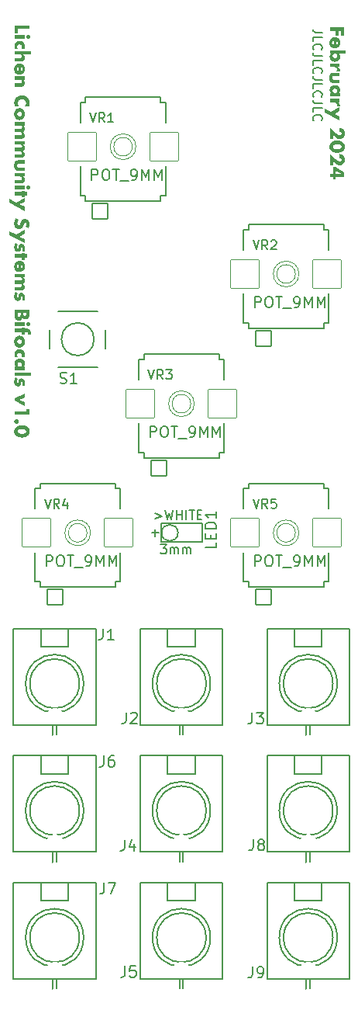
<source format=gto>
%TF.GenerationSoftware,KiCad,Pcbnew,7.0.8*%
%TF.CreationDate,2024-02-25T17:45:40-05:00*%
%TF.ProjectId,lichen-bifocals-control-board,6c696368-656e-42d6-9269-666f63616c73,1.0*%
%TF.SameCoordinates,Original*%
%TF.FileFunction,Legend,Top*%
%TF.FilePolarity,Positive*%
%FSLAX46Y46*%
G04 Gerber Fmt 4.6, Leading zero omitted, Abs format (unit mm)*
G04 Created by KiCad (PCBNEW 7.0.8) date 2024-02-25 17:45:40*
%MOMM*%
%LPD*%
G01*
G04 APERTURE LIST*
G04 Aperture macros list*
%AMRoundRect*
0 Rectangle with rounded corners*
0 $1 Rounding radius*
0 $2 $3 $4 $5 $6 $7 $8 $9 X,Y pos of 4 corners*
0 Add a 4 corners polygon primitive as box body*
4,1,4,$2,$3,$4,$5,$6,$7,$8,$9,$2,$3,0*
0 Add four circle primitives for the rounded corners*
1,1,$1+$1,$2,$3*
1,1,$1+$1,$4,$5*
1,1,$1+$1,$6,$7*
1,1,$1+$1,$8,$9*
0 Add four rect primitives between the rounded corners*
20,1,$1+$1,$2,$3,$4,$5,0*
20,1,$1+$1,$4,$5,$6,$7,0*
20,1,$1+$1,$6,$7,$8,$9,0*
20,1,$1+$1,$8,$9,$2,$3,0*%
G04 Aperture macros list end*
%ADD10C,0.250000*%
%ADD11C,0.200000*%
%ADD12C,0.150000*%
%ADD13C,0.127000*%
%ADD14C,0.203200*%
%ADD15C,0.050800*%
%ADD16C,1.802400*%
%ADD17RoundRect,0.076200X-0.825000X0.825000X-0.825000X-0.825000X0.825000X-0.825000X0.825000X0.825000X0*%
%ADD18RoundRect,0.076200X-1.558000X1.558000X-1.558000X-1.558000X1.558000X-1.558000X1.558000X1.558000X0*%
%ADD19C,1.371600*%
%ADD20C,2.032000*%
%ADD21O,1.700000X1.700000*%
G04 APERTURE END LIST*
D10*
G36*
X103519417Y-111345300D02*
G01*
X102276709Y-111345300D01*
X102276709Y-111846852D01*
X101925000Y-111846852D01*
X101925000Y-110944131D01*
X103519417Y-110944131D01*
X103519417Y-111345300D01*
G37*
G36*
X103003576Y-112389071D02*
G01*
X101925000Y-112389071D01*
X101925000Y-112013914D01*
X103003576Y-112013914D01*
X103003576Y-112389071D01*
G37*
G36*
X103425628Y-111990467D02*
G01*
X103441783Y-111991047D01*
X103457553Y-111992785D01*
X103472936Y-111995683D01*
X103487932Y-111999741D01*
X103502543Y-112004957D01*
X103507327Y-112006953D01*
X103521417Y-112013574D01*
X103534838Y-112021070D01*
X103547590Y-112029442D01*
X103559671Y-112038690D01*
X103571083Y-112048813D01*
X103574738Y-112052383D01*
X103585153Y-112063558D01*
X103594693Y-112075378D01*
X103603357Y-112087841D01*
X103611145Y-112100949D01*
X103618058Y-112114700D01*
X103620167Y-112119427D01*
X103625770Y-112134033D01*
X103630213Y-112149000D01*
X103633498Y-112164327D01*
X103635623Y-112180015D01*
X103636589Y-112196063D01*
X103636653Y-112201493D01*
X103636074Y-112217649D01*
X103634335Y-112233418D01*
X103631437Y-112248801D01*
X103627380Y-112263798D01*
X103622163Y-112278408D01*
X103620167Y-112283192D01*
X103613547Y-112297270D01*
X103606051Y-112310652D01*
X103597679Y-112323339D01*
X103588431Y-112335330D01*
X103578307Y-112346626D01*
X103574738Y-112350237D01*
X103563549Y-112360652D01*
X103551691Y-112370192D01*
X103539163Y-112378856D01*
X103525966Y-112386644D01*
X103512098Y-112393556D01*
X103507327Y-112395666D01*
X103492845Y-112401393D01*
X103477978Y-112405936D01*
X103462723Y-112409293D01*
X103447083Y-112411465D01*
X103431056Y-112412453D01*
X103425628Y-112412519D01*
X103409583Y-112411926D01*
X103393874Y-112410149D01*
X103378500Y-112407186D01*
X103363460Y-112403039D01*
X103348755Y-112397707D01*
X103343928Y-112395666D01*
X103329838Y-112389046D01*
X103316417Y-112381549D01*
X103303665Y-112373177D01*
X103291584Y-112363930D01*
X103280172Y-112353806D01*
X103276517Y-112350237D01*
X103266213Y-112339173D01*
X103256734Y-112327413D01*
X103248078Y-112314958D01*
X103240247Y-112301808D01*
X103233241Y-112287962D01*
X103231088Y-112283192D01*
X103225485Y-112268711D01*
X103221042Y-112253843D01*
X103217757Y-112238589D01*
X103215632Y-112222948D01*
X103214666Y-112206921D01*
X103214602Y-112201493D01*
X103215181Y-112185324D01*
X103216920Y-112169516D01*
X103219818Y-112154069D01*
X103223875Y-112138982D01*
X103229092Y-112124256D01*
X103231088Y-112119427D01*
X103237820Y-112105461D01*
X103245376Y-112092139D01*
X103253757Y-112079461D01*
X103262962Y-112067426D01*
X103272991Y-112056036D01*
X103276517Y-112052383D01*
X103287706Y-112041967D01*
X103299564Y-112032427D01*
X103312092Y-112023763D01*
X103325290Y-112015975D01*
X103339157Y-112009063D01*
X103343928Y-112006953D01*
X103358521Y-112001351D01*
X103373449Y-111996907D01*
X103388712Y-111993623D01*
X103404310Y-111991497D01*
X103420242Y-111990531D01*
X103425628Y-111990467D01*
G37*
G36*
X102655530Y-113486699D02*
G01*
X102663604Y-113474466D01*
X102674739Y-113456094D01*
X102684702Y-113437698D01*
X102693492Y-113419275D01*
X102701111Y-113400826D01*
X102707557Y-113382352D01*
X102712832Y-113363852D01*
X102716934Y-113345326D01*
X102719864Y-113326775D01*
X102721622Y-113308198D01*
X102722208Y-113289595D01*
X102721743Y-113272829D01*
X102720348Y-113256422D01*
X102718022Y-113240372D01*
X102714766Y-113224680D01*
X102710580Y-113209345D01*
X102705464Y-113194369D01*
X102703157Y-113188478D01*
X102696934Y-113174215D01*
X102689941Y-113160507D01*
X102682179Y-113147353D01*
X102673648Y-113134754D01*
X102664347Y-113122710D01*
X102654278Y-113111220D01*
X102650034Y-113106779D01*
X102638959Y-113096164D01*
X102627258Y-113086300D01*
X102614931Y-113077187D01*
X102601978Y-113068826D01*
X102588398Y-113061216D01*
X102574193Y-113054357D01*
X102568335Y-113051824D01*
X102553412Y-113046125D01*
X102537953Y-113041392D01*
X102521956Y-113037624D01*
X102505424Y-113034823D01*
X102488354Y-113032987D01*
X102470748Y-113032118D01*
X102463555Y-113032041D01*
X102446147Y-113032524D01*
X102429187Y-113033973D01*
X102412674Y-113036388D01*
X102396608Y-113039769D01*
X102380989Y-113044116D01*
X102365817Y-113049429D01*
X102359874Y-113051824D01*
X102345523Y-113058356D01*
X102331781Y-113065584D01*
X102318647Y-113073511D01*
X102306121Y-113082135D01*
X102294204Y-113091457D01*
X102282894Y-113101477D01*
X102278541Y-113105680D01*
X102268155Y-113116658D01*
X102258520Y-113128299D01*
X102249636Y-113140601D01*
X102241504Y-113153565D01*
X102234123Y-113167191D01*
X102227493Y-113181479D01*
X102225052Y-113187379D01*
X102219669Y-113202529D01*
X102215199Y-113217983D01*
X102211641Y-113233742D01*
X102208995Y-113249804D01*
X102207261Y-113266171D01*
X102206440Y-113282841D01*
X102206367Y-113289595D01*
X102207011Y-113309256D01*
X102208943Y-113328673D01*
X102212163Y-113347845D01*
X102216671Y-113366772D01*
X102222467Y-113385454D01*
X102229551Y-113403892D01*
X102237923Y-113422085D01*
X102247583Y-113440033D01*
X102258531Y-113457737D01*
X102270767Y-113475195D01*
X102279640Y-113486699D01*
X101961270Y-113486699D01*
X101954038Y-113469126D01*
X101947273Y-113451671D01*
X101940975Y-113434333D01*
X101935143Y-113417112D01*
X101929778Y-113400009D01*
X101924879Y-113383023D01*
X101920447Y-113366155D01*
X101916482Y-113349404D01*
X101912982Y-113332770D01*
X101909950Y-113316253D01*
X101907384Y-113299854D01*
X101905285Y-113283573D01*
X101903652Y-113267408D01*
X101902485Y-113251361D01*
X101901785Y-113235432D01*
X101901552Y-113219619D01*
X101901708Y-113204963D01*
X101902527Y-113183146D01*
X101904048Y-113161528D01*
X101906271Y-113140109D01*
X101909196Y-113118890D01*
X101912823Y-113097871D01*
X101917151Y-113077052D01*
X101922182Y-113056432D01*
X101927915Y-113036012D01*
X101934349Y-113015791D01*
X101941486Y-112995771D01*
X101949279Y-112976069D01*
X101957685Y-112956804D01*
X101966702Y-112937978D01*
X101976331Y-112919590D01*
X101986571Y-112901639D01*
X101997424Y-112884127D01*
X102008888Y-112867052D01*
X102020964Y-112850416D01*
X102033652Y-112834217D01*
X102046952Y-112818456D01*
X102056158Y-112808192D01*
X102070498Y-112793297D01*
X102085353Y-112778976D01*
X102100723Y-112765228D01*
X102116608Y-112752053D01*
X102133009Y-112739451D01*
X102149924Y-112727422D01*
X102167355Y-112715966D01*
X102185301Y-112705083D01*
X102203763Y-112694774D01*
X102222739Y-112685038D01*
X102235676Y-112678866D01*
X102255467Y-112670289D01*
X102275682Y-112662555D01*
X102296322Y-112655665D01*
X102317387Y-112649619D01*
X102331667Y-112646057D01*
X102346135Y-112642870D01*
X102360793Y-112640058D01*
X102375639Y-112637621D01*
X102390674Y-112635559D01*
X102405898Y-112633871D01*
X102421311Y-112632559D01*
X102436913Y-112631622D01*
X102452704Y-112631059D01*
X102468684Y-112630872D01*
X102484628Y-112631052D01*
X102500403Y-112631593D01*
X102516009Y-112632495D01*
X102531447Y-112633757D01*
X102546715Y-112635380D01*
X102561815Y-112637363D01*
X102576746Y-112639707D01*
X102591508Y-112642412D01*
X102606101Y-112645478D01*
X102620525Y-112648904D01*
X102634780Y-112652691D01*
X102648867Y-112656838D01*
X102669680Y-112663735D01*
X102690113Y-112671444D01*
X102703524Y-112677034D01*
X102723253Y-112685985D01*
X102742460Y-112695529D01*
X102761145Y-112705666D01*
X102779309Y-112716395D01*
X102796952Y-112727716D01*
X102814073Y-112739630D01*
X102830672Y-112752137D01*
X102846749Y-112765236D01*
X102862305Y-112778927D01*
X102877339Y-112793211D01*
X102887072Y-112803063D01*
X102901201Y-112818371D01*
X102914738Y-112834207D01*
X102927683Y-112850571D01*
X102940035Y-112867463D01*
X102951794Y-112884883D01*
X102962961Y-112902831D01*
X102973535Y-112921308D01*
X102983517Y-112940312D01*
X102992907Y-112959845D01*
X103001704Y-112979905D01*
X103007240Y-112993572D01*
X103012475Y-113007418D01*
X103017372Y-113021387D01*
X103021931Y-113035480D01*
X103026153Y-113049695D01*
X103030037Y-113064033D01*
X103033583Y-113078495D01*
X103036792Y-113093079D01*
X103039663Y-113107786D01*
X103042196Y-113122617D01*
X103044391Y-113137571D01*
X103046249Y-113152648D01*
X103047769Y-113167847D01*
X103048951Y-113183170D01*
X103049795Y-113198616D01*
X103050302Y-113214185D01*
X103050471Y-113229877D01*
X103050232Y-113247195D01*
X103049515Y-113264344D01*
X103048320Y-113281324D01*
X103046647Y-113298136D01*
X103044496Y-113314778D01*
X103041867Y-113331252D01*
X103038760Y-113347556D01*
X103035175Y-113363692D01*
X103031112Y-113379659D01*
X103026571Y-113395457D01*
X103021552Y-113411086D01*
X103016055Y-113426546D01*
X103010080Y-113441838D01*
X103003627Y-113456960D01*
X102996697Y-113471914D01*
X102989288Y-113486699D01*
X102655530Y-113486699D01*
G37*
G36*
X103683548Y-113759274D02*
G01*
X103683548Y-114134431D01*
X102866189Y-114134431D01*
X102877851Y-114144056D01*
X102889024Y-114153699D01*
X102904865Y-114168196D01*
X102919606Y-114182731D01*
X102933244Y-114197304D01*
X102945782Y-114211917D01*
X102957218Y-114226568D01*
X102967553Y-114241257D01*
X102976787Y-114255986D01*
X102984920Y-114270753D01*
X102991951Y-114285558D01*
X102994050Y-114290502D01*
X102999943Y-114305643D01*
X103005256Y-114321255D01*
X103009989Y-114337337D01*
X103014143Y-114353889D01*
X103017717Y-114370911D01*
X103020712Y-114388403D01*
X103023127Y-114406365D01*
X103024962Y-114424797D01*
X103026218Y-114443700D01*
X103026894Y-114463072D01*
X103027023Y-114476249D01*
X103026584Y-114501140D01*
X103025266Y-114525256D01*
X103023069Y-114548596D01*
X103019994Y-114571160D01*
X103016039Y-114592949D01*
X103011207Y-114613962D01*
X103005495Y-114634199D01*
X102998905Y-114653661D01*
X102991436Y-114672347D01*
X102983088Y-114690257D01*
X102973862Y-114707392D01*
X102963757Y-114723751D01*
X102952773Y-114739334D01*
X102940910Y-114754142D01*
X102928169Y-114768174D01*
X102914549Y-114781430D01*
X102900182Y-114793941D01*
X102885200Y-114805644D01*
X102869603Y-114816541D01*
X102853389Y-114826630D01*
X102836561Y-114835912D01*
X102819117Y-114844387D01*
X102801058Y-114852055D01*
X102782383Y-114858916D01*
X102763094Y-114864970D01*
X102743188Y-114870216D01*
X102722668Y-114874655D01*
X102701531Y-114878288D01*
X102679780Y-114881113D01*
X102657413Y-114883130D01*
X102634431Y-114884341D01*
X102610833Y-114884745D01*
X101925000Y-114884745D01*
X101925000Y-114509588D01*
X102468318Y-114509588D01*
X102483359Y-114509475D01*
X102502553Y-114508974D01*
X102520763Y-114508073D01*
X102537988Y-114506770D01*
X102554228Y-114505067D01*
X102569484Y-114502964D01*
X102587169Y-114499770D01*
X102600209Y-114496765D01*
X102615436Y-114492461D01*
X102629518Y-114487334D01*
X102644905Y-114480095D01*
X102658644Y-114471672D01*
X102670734Y-114462063D01*
X102677878Y-114455000D01*
X102688268Y-114442120D01*
X102697272Y-114428575D01*
X102704892Y-114414367D01*
X102711126Y-114399495D01*
X102715974Y-114383959D01*
X102719438Y-114367759D01*
X102721515Y-114350895D01*
X102722208Y-114333367D01*
X102721699Y-114315696D01*
X102720173Y-114298818D01*
X102717629Y-114282732D01*
X102714068Y-114267438D01*
X102709489Y-114252936D01*
X102703893Y-114239227D01*
X102694848Y-114222179D01*
X102683995Y-114206540D01*
X102671332Y-114192309D01*
X102664323Y-114185722D01*
X102649164Y-114173700D01*
X102636774Y-114165736D01*
X102623507Y-114158674D01*
X102609365Y-114152513D01*
X102594347Y-114147254D01*
X102578453Y-114142896D01*
X102561683Y-114139440D01*
X102544038Y-114136885D01*
X102525516Y-114135232D01*
X102506119Y-114134481D01*
X102499459Y-114134431D01*
X101925000Y-114134431D01*
X101925000Y-113759274D01*
X103683548Y-113759274D01*
G37*
G36*
X102476089Y-115106192D02*
G01*
X102492807Y-115106681D01*
X102509313Y-115107497D01*
X102525608Y-115108639D01*
X102541691Y-115110107D01*
X102557562Y-115111902D01*
X102573221Y-115114023D01*
X102588668Y-115116470D01*
X102603904Y-115119244D01*
X102618928Y-115122343D01*
X102633740Y-115125770D01*
X102648340Y-115129522D01*
X102662728Y-115133601D01*
X102676905Y-115138006D01*
X102690870Y-115142737D01*
X102704623Y-115147794D01*
X102724872Y-115156006D01*
X102744542Y-115164843D01*
X102763632Y-115174305D01*
X102782143Y-115184391D01*
X102800074Y-115195101D01*
X102817426Y-115206437D01*
X102834198Y-115218397D01*
X102850390Y-115230982D01*
X102866003Y-115244191D01*
X102881036Y-115258026D01*
X102890736Y-115267595D01*
X102904849Y-115282445D01*
X102918338Y-115297868D01*
X102931201Y-115313864D01*
X102943441Y-115330433D01*
X102955055Y-115347575D01*
X102966045Y-115365290D01*
X102976410Y-115383579D01*
X102986151Y-115402440D01*
X102995267Y-115421875D01*
X103003758Y-115441883D01*
X103009071Y-115455540D01*
X103014085Y-115469435D01*
X103018774Y-115483550D01*
X103023141Y-115497885D01*
X103027184Y-115512441D01*
X103030903Y-115527217D01*
X103034299Y-115542214D01*
X103037372Y-115557431D01*
X103040121Y-115572868D01*
X103042546Y-115588526D01*
X103044649Y-115604404D01*
X103046428Y-115620503D01*
X103047883Y-115636822D01*
X103049015Y-115653361D01*
X103049824Y-115670121D01*
X103050309Y-115687101D01*
X103050471Y-115704302D01*
X103050307Y-115721232D01*
X103049818Y-115737950D01*
X103049002Y-115754456D01*
X103047860Y-115770751D01*
X103046392Y-115786834D01*
X103044597Y-115802705D01*
X103042476Y-115818364D01*
X103040029Y-115833811D01*
X103037256Y-115849047D01*
X103034156Y-115864071D01*
X103030730Y-115878883D01*
X103026977Y-115893483D01*
X103022899Y-115907871D01*
X103018494Y-115922048D01*
X103013763Y-115936013D01*
X103008705Y-115949766D01*
X103000542Y-115969940D01*
X102991716Y-115989522D01*
X102982227Y-116008511D01*
X102972074Y-116026908D01*
X102961258Y-116044713D01*
X102949779Y-116061925D01*
X102937636Y-116078544D01*
X102924830Y-116094571D01*
X102911361Y-116110006D01*
X102897229Y-116124848D01*
X102887438Y-116134413D01*
X102872285Y-116148317D01*
X102856501Y-116161590D01*
X102840085Y-116174232D01*
X102823038Y-116186242D01*
X102805361Y-116197622D01*
X102787052Y-116208370D01*
X102768112Y-116218487D01*
X102748541Y-116227974D01*
X102735143Y-116233947D01*
X102721464Y-116239640D01*
X102707505Y-116245052D01*
X102693265Y-116250184D01*
X102678818Y-116255020D01*
X102664145Y-116259544D01*
X102649246Y-116263756D01*
X102634120Y-116267655D01*
X102618769Y-116271243D01*
X102603191Y-116274519D01*
X102587388Y-116277483D01*
X102571358Y-116280135D01*
X102555102Y-116282475D01*
X102538620Y-116284502D01*
X102521911Y-116286218D01*
X102504977Y-116287622D01*
X102487817Y-116288714D01*
X102470430Y-116289494D01*
X102452817Y-116289962D01*
X102434979Y-116290118D01*
X102393946Y-116290118D01*
X102393946Y-115491810D01*
X102604972Y-115491810D01*
X102604972Y-115931448D01*
X102620547Y-115927456D01*
X102635536Y-115922762D01*
X102649939Y-115917366D01*
X102663756Y-115911269D01*
X102676987Y-115904469D01*
X102689632Y-115896968D01*
X102705580Y-115885874D01*
X102720487Y-115873532D01*
X102734351Y-115859942D01*
X102740893Y-115852679D01*
X102753000Y-115837441D01*
X102763493Y-115821401D01*
X102772371Y-115804560D01*
X102779636Y-115786917D01*
X102785286Y-115768473D01*
X102788464Y-115754114D01*
X102790734Y-115739304D01*
X102792096Y-115724043D01*
X102792550Y-115708332D01*
X102792119Y-115691926D01*
X102790824Y-115676093D01*
X102788667Y-115660833D01*
X102785646Y-115646147D01*
X102780277Y-115627457D01*
X102773373Y-115609785D01*
X102764935Y-115593133D01*
X102754963Y-115577500D01*
X102743457Y-115562885D01*
X102730554Y-115549433D01*
X102716392Y-115537285D01*
X102700970Y-115526443D01*
X102684289Y-115516906D01*
X102670952Y-115510610D01*
X102656907Y-115505048D01*
X102642153Y-115500220D01*
X102626690Y-115496127D01*
X102610519Y-115492767D01*
X102604972Y-115491810D01*
X102393946Y-115491810D01*
X102393946Y-115481186D01*
X102365553Y-115482097D01*
X102338991Y-115484832D01*
X102314262Y-115489390D01*
X102291364Y-115495772D01*
X102270298Y-115503976D01*
X102251064Y-115514004D01*
X102233661Y-115525855D01*
X102218091Y-115539529D01*
X102204352Y-115555027D01*
X102192445Y-115572348D01*
X102182370Y-115591492D01*
X102174127Y-115612459D01*
X102167716Y-115635249D01*
X102163136Y-115659863D01*
X102160389Y-115686300D01*
X102159473Y-115714560D01*
X102159849Y-115729982D01*
X102160978Y-115744922D01*
X102164083Y-115766432D01*
X102168882Y-115786860D01*
X102175375Y-115806205D01*
X102183561Y-115824469D01*
X102193441Y-115841651D01*
X102205015Y-115857751D01*
X102218282Y-115872769D01*
X102233244Y-115886705D01*
X102249898Y-115899560D01*
X102255826Y-115903604D01*
X102255826Y-116275097D01*
X102232588Y-116267833D01*
X102210087Y-116259915D01*
X102188323Y-116251343D01*
X102167298Y-116242119D01*
X102147010Y-116232241D01*
X102127460Y-116221710D01*
X102108648Y-116210525D01*
X102090573Y-116198687D01*
X102073236Y-116186196D01*
X102056637Y-116173052D01*
X102040776Y-116159254D01*
X102025652Y-116144803D01*
X102011266Y-116129699D01*
X101997618Y-116113941D01*
X101984708Y-116097530D01*
X101972535Y-116080466D01*
X101961100Y-116062749D01*
X101950403Y-116044378D01*
X101940444Y-116025354D01*
X101931222Y-116005676D01*
X101922738Y-115985346D01*
X101914992Y-115964362D01*
X101907983Y-115942724D01*
X101901712Y-115920434D01*
X101896179Y-115897490D01*
X101891384Y-115873893D01*
X101887327Y-115849642D01*
X101884007Y-115824738D01*
X101881425Y-115799181D01*
X101879580Y-115772971D01*
X101878474Y-115746107D01*
X101878105Y-115718590D01*
X101878268Y-115701687D01*
X101878757Y-115684959D01*
X101879573Y-115668405D01*
X101880715Y-115652026D01*
X101882184Y-115635822D01*
X101883978Y-115619792D01*
X101886099Y-115603936D01*
X101888546Y-115588256D01*
X101891320Y-115572750D01*
X101894420Y-115557418D01*
X101897846Y-115542261D01*
X101901598Y-115527279D01*
X101905677Y-115512471D01*
X101910082Y-115497838D01*
X101914813Y-115483380D01*
X101919870Y-115469096D01*
X101925183Y-115455071D01*
X101930770Y-115441298D01*
X101936632Y-115427777D01*
X101945940Y-115407967D01*
X101955866Y-115388725D01*
X101966410Y-115370049D01*
X101977573Y-115351939D01*
X101989354Y-115334397D01*
X102001753Y-115317421D01*
X102014770Y-115301012D01*
X102028406Y-115285169D01*
X102037840Y-115274923D01*
X102052457Y-115260067D01*
X102067597Y-115245861D01*
X102083258Y-115232306D01*
X102099440Y-115219401D01*
X102116145Y-115207147D01*
X102133371Y-115195543D01*
X102151118Y-115184590D01*
X102169387Y-115174287D01*
X102188178Y-115164635D01*
X102207491Y-115155633D01*
X102220655Y-115149993D01*
X102240867Y-115142136D01*
X102261524Y-115135052D01*
X102275541Y-115130758D01*
X102289757Y-115126809D01*
X102304169Y-115123202D01*
X102318780Y-115119939D01*
X102333587Y-115117020D01*
X102348592Y-115114444D01*
X102363795Y-115112211D01*
X102379195Y-115110322D01*
X102394793Y-115108777D01*
X102410588Y-115107574D01*
X102426581Y-115106716D01*
X102442771Y-115106201D01*
X102459159Y-115106029D01*
X102476089Y-115106192D01*
G37*
G36*
X103003576Y-116511402D02*
G01*
X103003576Y-116886559D01*
X102866922Y-116886559D01*
X102878540Y-116896185D01*
X102889671Y-116905828D01*
X102905455Y-116920324D01*
X102920145Y-116934859D01*
X102933740Y-116949433D01*
X102946240Y-116964045D01*
X102957645Y-116978696D01*
X102967956Y-116993386D01*
X102977171Y-117008114D01*
X102985292Y-117022881D01*
X102992318Y-117037687D01*
X102994417Y-117042630D01*
X103000244Y-117057772D01*
X103005498Y-117073383D01*
X103010179Y-117089465D01*
X103014286Y-117106017D01*
X103017821Y-117123039D01*
X103020782Y-117140531D01*
X103023170Y-117158493D01*
X103024985Y-117176926D01*
X103026227Y-117195828D01*
X103026896Y-117215201D01*
X103027023Y-117228377D01*
X103026698Y-117249183D01*
X103025722Y-117269421D01*
X103024096Y-117289093D01*
X103021820Y-117308199D01*
X103018893Y-117326737D01*
X103015315Y-117344709D01*
X103011087Y-117362114D01*
X103006209Y-117378953D01*
X103000680Y-117395224D01*
X102994501Y-117410929D01*
X102990020Y-117421085D01*
X102982881Y-117435985D01*
X102975200Y-117450460D01*
X102966978Y-117464510D01*
X102958215Y-117478134D01*
X102948912Y-117491334D01*
X102939067Y-117504109D01*
X102928682Y-117516459D01*
X102917755Y-117528384D01*
X102906288Y-117539883D01*
X102894279Y-117550958D01*
X102885973Y-117558105D01*
X102872126Y-117569096D01*
X102857877Y-117579171D01*
X102843229Y-117588330D01*
X102828179Y-117596573D01*
X102812729Y-117603900D01*
X102796878Y-117610312D01*
X102780626Y-117615807D01*
X102763974Y-117620387D01*
X102746915Y-117624251D01*
X102729261Y-117627600D01*
X102711011Y-117630433D01*
X102692166Y-117632752D01*
X102672726Y-117634555D01*
X102657755Y-117635569D01*
X102642450Y-117636294D01*
X102626809Y-117636728D01*
X102610833Y-117636873D01*
X101925000Y-117636873D01*
X101925000Y-117261716D01*
X102469417Y-117261716D01*
X102484125Y-117261613D01*
X102502904Y-117261155D01*
X102520732Y-117260331D01*
X102537611Y-117259140D01*
X102553539Y-117257583D01*
X102568517Y-117255660D01*
X102585903Y-117252740D01*
X102598743Y-117249993D01*
X102613716Y-117246005D01*
X102627723Y-117241141D01*
X102643257Y-117234147D01*
X102657399Y-117225891D01*
X102670150Y-117216373D01*
X102677878Y-117209326D01*
X102688094Y-117197968D01*
X102696942Y-117186015D01*
X102705380Y-117171623D01*
X102712032Y-117156454D01*
X102713415Y-117152540D01*
X102718064Y-117136671D01*
X102721041Y-117122298D01*
X102723002Y-117107470D01*
X102723947Y-117092185D01*
X102724040Y-117085495D01*
X102723531Y-117067825D01*
X102722005Y-117050947D01*
X102719461Y-117034860D01*
X102715900Y-117019567D01*
X102711321Y-117005065D01*
X102705725Y-116991355D01*
X102696680Y-116974308D01*
X102685826Y-116958669D01*
X102673164Y-116944438D01*
X102666154Y-116937850D01*
X102650910Y-116925829D01*
X102638463Y-116917865D01*
X102625146Y-116910802D01*
X102610960Y-116904641D01*
X102595904Y-116899382D01*
X102579979Y-116895024D01*
X102563185Y-116891568D01*
X102545521Y-116889014D01*
X102526988Y-116887361D01*
X102507585Y-116886609D01*
X102500924Y-116886559D01*
X101925000Y-116886559D01*
X101925000Y-116511402D01*
X103003576Y-116511402D01*
G37*
G36*
X102990020Y-119779371D02*
G01*
X103011537Y-119761199D01*
X103031666Y-119742495D01*
X103050406Y-119723258D01*
X103067758Y-119703488D01*
X103083722Y-119683187D01*
X103098298Y-119662352D01*
X103111486Y-119640986D01*
X103123285Y-119619087D01*
X103133697Y-119596656D01*
X103142720Y-119573692D01*
X103150355Y-119550196D01*
X103156602Y-119526168D01*
X103161460Y-119501607D01*
X103164931Y-119476514D01*
X103167013Y-119450889D01*
X103167707Y-119424731D01*
X103167404Y-119407405D01*
X103166496Y-119390324D01*
X103164983Y-119373488D01*
X103162864Y-119356896D01*
X103160140Y-119340549D01*
X103156811Y-119324447D01*
X103152876Y-119308590D01*
X103148336Y-119292977D01*
X103143190Y-119277609D01*
X103137439Y-119262486D01*
X103133269Y-119252540D01*
X103126661Y-119237895D01*
X103119616Y-119223637D01*
X103112133Y-119209765D01*
X103104212Y-119196280D01*
X103095852Y-119183181D01*
X103087055Y-119170468D01*
X103077820Y-119158142D01*
X103068148Y-119146202D01*
X103058037Y-119134649D01*
X103047488Y-119123482D01*
X103040212Y-119116252D01*
X103028956Y-119105814D01*
X103017307Y-119095794D01*
X103005266Y-119086193D01*
X102992831Y-119077011D01*
X102980004Y-119068247D01*
X102966783Y-119059902D01*
X102953170Y-119051976D01*
X102939164Y-119044468D01*
X102924766Y-119037378D01*
X102909974Y-119030707D01*
X102899895Y-119026493D01*
X102884532Y-119020666D01*
X102868944Y-119015412D01*
X102853131Y-119010731D01*
X102837092Y-119006623D01*
X102820828Y-119003089D01*
X102804338Y-119000128D01*
X102787623Y-118997739D01*
X102770683Y-118995924D01*
X102753517Y-118994683D01*
X102736126Y-118994014D01*
X102724406Y-118993886D01*
X102706407Y-118994173D01*
X102688677Y-118995033D01*
X102671218Y-118996466D01*
X102654030Y-118998472D01*
X102637112Y-119001051D01*
X102620465Y-119004203D01*
X102604088Y-119007929D01*
X102587981Y-119012228D01*
X102572145Y-119017099D01*
X102556580Y-119022544D01*
X102546353Y-119026493D01*
X102531290Y-119032894D01*
X102516601Y-119039734D01*
X102502284Y-119047011D01*
X102488342Y-119054726D01*
X102474773Y-119062879D01*
X102461577Y-119071470D01*
X102448755Y-119080499D01*
X102436307Y-119089965D01*
X102424232Y-119099870D01*
X102412530Y-119110213D01*
X102404937Y-119117351D01*
X102393962Y-119128447D01*
X102383431Y-119139891D01*
X102373345Y-119151683D01*
X102363704Y-119163822D01*
X102354506Y-119176309D01*
X102345753Y-119189144D01*
X102337444Y-119202327D01*
X102329580Y-119215857D01*
X102322160Y-119229736D01*
X102315185Y-119243962D01*
X102310781Y-119253639D01*
X102304692Y-119268386D01*
X102299202Y-119283366D01*
X102294311Y-119298577D01*
X102290019Y-119314020D01*
X102286325Y-119329695D01*
X102283231Y-119345602D01*
X102280735Y-119361741D01*
X102278839Y-119378111D01*
X102277541Y-119394713D01*
X102276842Y-119411547D01*
X102276709Y-119422899D01*
X102277379Y-119447518D01*
X102279388Y-119471826D01*
X102282737Y-119495821D01*
X102287425Y-119519505D01*
X102293453Y-119542876D01*
X102300821Y-119565936D01*
X102309527Y-119588683D01*
X102319574Y-119611119D01*
X102330960Y-119633242D01*
X102343685Y-119655054D01*
X102357750Y-119676553D01*
X102373155Y-119697741D01*
X102389899Y-119718617D01*
X102407982Y-119739180D01*
X102427405Y-119759432D01*
X102448168Y-119779371D01*
X101957972Y-119779371D01*
X101943318Y-119737606D01*
X101937156Y-119720061D01*
X101931309Y-119702735D01*
X101925778Y-119685629D01*
X101920563Y-119668741D01*
X101915663Y-119652072D01*
X101911079Y-119635622D01*
X101906810Y-119619391D01*
X101902857Y-119603379D01*
X101899220Y-119587586D01*
X101895898Y-119572012D01*
X101893859Y-119561751D01*
X101891043Y-119546514D01*
X101888505Y-119531303D01*
X101886243Y-119516117D01*
X101884259Y-119500957D01*
X101882551Y-119485824D01*
X101881120Y-119470715D01*
X101879966Y-119455633D01*
X101879089Y-119440576D01*
X101878489Y-119425545D01*
X101878166Y-119410540D01*
X101878105Y-119400551D01*
X101878348Y-119380223D01*
X101879078Y-119359999D01*
X101880294Y-119339877D01*
X101881997Y-119319859D01*
X101884187Y-119299944D01*
X101886863Y-119280131D01*
X101890026Y-119260422D01*
X101893675Y-119240816D01*
X101897811Y-119221313D01*
X101902434Y-119201913D01*
X101907543Y-119182616D01*
X101913138Y-119163422D01*
X101919221Y-119144331D01*
X101925789Y-119125343D01*
X101932845Y-119106458D01*
X101940387Y-119087676D01*
X101948415Y-119069129D01*
X101956839Y-119050856D01*
X101965657Y-119032858D01*
X101974871Y-119015136D01*
X101984479Y-118997687D01*
X101994483Y-118980514D01*
X102004881Y-118963616D01*
X102015675Y-118946992D01*
X102026863Y-118930643D01*
X102038446Y-118914569D01*
X102050425Y-118898769D01*
X102062798Y-118883244D01*
X102075567Y-118867995D01*
X102088730Y-118853019D01*
X102102288Y-118838319D01*
X102116242Y-118823893D01*
X102130603Y-118809826D01*
X102145293Y-118796107D01*
X102160313Y-118782738D01*
X102175661Y-118769717D01*
X102191339Y-118757046D01*
X102207346Y-118744724D01*
X102223682Y-118732752D01*
X102240348Y-118721128D01*
X102257342Y-118709854D01*
X102274666Y-118698929D01*
X102292318Y-118688353D01*
X102310300Y-118678126D01*
X102328611Y-118668249D01*
X102347251Y-118658720D01*
X102366221Y-118649541D01*
X102385519Y-118640711D01*
X102405141Y-118632371D01*
X102424989Y-118624568D01*
X102445064Y-118617304D01*
X102465364Y-118610578D01*
X102485890Y-118604390D01*
X102506643Y-118598740D01*
X102527621Y-118593628D01*
X102548826Y-118589054D01*
X102570257Y-118585018D01*
X102591914Y-118581521D01*
X102613797Y-118578561D01*
X102635906Y-118576140D01*
X102658242Y-118574256D01*
X102680803Y-118572911D01*
X102703591Y-118572104D01*
X102726605Y-118571835D01*
X102749521Y-118572101D01*
X102772200Y-118572900D01*
X102794641Y-118574230D01*
X102816845Y-118576094D01*
X102838811Y-118578489D01*
X102860539Y-118581418D01*
X102882030Y-118584878D01*
X102903284Y-118588871D01*
X102924300Y-118593396D01*
X102945078Y-118598453D01*
X102965619Y-118604043D01*
X102985922Y-118610166D01*
X103005987Y-118616820D01*
X103025815Y-118624007D01*
X103045406Y-118631727D01*
X103064759Y-118639979D01*
X103083825Y-118648675D01*
X103102557Y-118657730D01*
X103120954Y-118667142D01*
X103139016Y-118676913D01*
X103156743Y-118687041D01*
X103174136Y-118697526D01*
X103191193Y-118708370D01*
X103207916Y-118719571D01*
X103224303Y-118731130D01*
X103240356Y-118743047D01*
X103256074Y-118755322D01*
X103271457Y-118767954D01*
X103286505Y-118780944D01*
X103301218Y-118794292D01*
X103315597Y-118807998D01*
X103329640Y-118822062D01*
X103343372Y-118836447D01*
X103356722Y-118851119D01*
X103369693Y-118866077D01*
X103382282Y-118881321D01*
X103394491Y-118896851D01*
X103406319Y-118912668D01*
X103417766Y-118928771D01*
X103428833Y-118945160D01*
X103439519Y-118961835D01*
X103449825Y-118978797D01*
X103459750Y-118996045D01*
X103469294Y-119013579D01*
X103478457Y-119031399D01*
X103487240Y-119049505D01*
X103495642Y-119067898D01*
X103503663Y-119086577D01*
X103511249Y-119105500D01*
X103518346Y-119124535D01*
X103524954Y-119143682D01*
X103531072Y-119162941D01*
X103536700Y-119182311D01*
X103541839Y-119201792D01*
X103546489Y-119221386D01*
X103550649Y-119241091D01*
X103554320Y-119260907D01*
X103557502Y-119280836D01*
X103560193Y-119300875D01*
X103562396Y-119321027D01*
X103564109Y-119341290D01*
X103565333Y-119361665D01*
X103566067Y-119382151D01*
X103566311Y-119402749D01*
X103566134Y-119420374D01*
X103565603Y-119437941D01*
X103564718Y-119455451D01*
X103563478Y-119472902D01*
X103561884Y-119490295D01*
X103559936Y-119507631D01*
X103557634Y-119524908D01*
X103554977Y-119542128D01*
X103551966Y-119559289D01*
X103548601Y-119576393D01*
X103546161Y-119587763D01*
X103542259Y-119604948D01*
X103537970Y-119622294D01*
X103533294Y-119639801D01*
X103528232Y-119657469D01*
X103522784Y-119675299D01*
X103516950Y-119693289D01*
X103510729Y-119711440D01*
X103504121Y-119729752D01*
X103497127Y-119748225D01*
X103489747Y-119766859D01*
X103484612Y-119779371D01*
X102990020Y-119779371D01*
G37*
G36*
X102488953Y-119971534D02*
G01*
X102503964Y-119972096D01*
X102518846Y-119973034D01*
X102533599Y-119974346D01*
X102548224Y-119976033D01*
X102569919Y-119979267D01*
X102591325Y-119983345D01*
X102612440Y-119988266D01*
X102633266Y-119994031D01*
X102653802Y-120000639D01*
X102674048Y-120008092D01*
X102694005Y-120016387D01*
X102700593Y-120019340D01*
X102720066Y-120028736D01*
X102739057Y-120038789D01*
X102757564Y-120049499D01*
X102775589Y-120060865D01*
X102793130Y-120072889D01*
X102810189Y-120085569D01*
X102826764Y-120098906D01*
X102842856Y-120112900D01*
X102858466Y-120127551D01*
X102873592Y-120142859D01*
X102883408Y-120153429D01*
X102897744Y-120169856D01*
X102911487Y-120186849D01*
X102924637Y-120204408D01*
X102933075Y-120216430D01*
X102941250Y-120228703D01*
X102949161Y-120241228D01*
X102956809Y-120254005D01*
X102964193Y-120267034D01*
X102971314Y-120280314D01*
X102978172Y-120293847D01*
X102984767Y-120307632D01*
X102991098Y-120321668D01*
X102997166Y-120335956D01*
X103002971Y-120350496D01*
X103005774Y-120357861D01*
X103011187Y-120372784D01*
X103016250Y-120387880D01*
X103020964Y-120403147D01*
X103025329Y-120418586D01*
X103029344Y-120434196D01*
X103033011Y-120449978D01*
X103036328Y-120465932D01*
X103039296Y-120482058D01*
X103041915Y-120498356D01*
X103044185Y-120514825D01*
X103046106Y-120531466D01*
X103047677Y-120548278D01*
X103048899Y-120565263D01*
X103049772Y-120582419D01*
X103050296Y-120599747D01*
X103050471Y-120617247D01*
X103050300Y-120634523D01*
X103049789Y-120651639D01*
X103048938Y-120668595D01*
X103047746Y-120685390D01*
X103046213Y-120702026D01*
X103044340Y-120718500D01*
X103042126Y-120734815D01*
X103039571Y-120750969D01*
X103036676Y-120766964D01*
X103033440Y-120782797D01*
X103029864Y-120798471D01*
X103025947Y-120813984D01*
X103021689Y-120829337D01*
X103017091Y-120844530D01*
X103012153Y-120859562D01*
X103006873Y-120874434D01*
X103001333Y-120889103D01*
X102995522Y-120903526D01*
X102989438Y-120917702D01*
X102983082Y-120931633D01*
X102976455Y-120945317D01*
X102969556Y-120958755D01*
X102962384Y-120971947D01*
X102954941Y-120984893D01*
X102947226Y-120997593D01*
X102939239Y-121010046D01*
X102930980Y-121022254D01*
X102922449Y-121034215D01*
X102909143Y-121051695D01*
X102895225Y-121068622D01*
X102885607Y-121079598D01*
X102870783Y-121095606D01*
X102855437Y-121110931D01*
X102839570Y-121125573D01*
X102823182Y-121139533D01*
X102806271Y-121152810D01*
X102788839Y-121165405D01*
X102770886Y-121177317D01*
X102752410Y-121188546D01*
X102733413Y-121199092D01*
X102713895Y-121208956D01*
X102700593Y-121215153D01*
X102687086Y-121221009D01*
X102673402Y-121226487D01*
X102659540Y-121231588D01*
X102645501Y-121236311D01*
X102631284Y-121240655D01*
X102616890Y-121244622D01*
X102602318Y-121248212D01*
X102587569Y-121251423D01*
X102572643Y-121254257D01*
X102557539Y-121256712D01*
X102542257Y-121258790D01*
X102526799Y-121260491D01*
X102511162Y-121261813D01*
X102495349Y-121262757D01*
X102479357Y-121263324D01*
X102463189Y-121263513D01*
X102447064Y-121263320D01*
X102431115Y-121262740D01*
X102415339Y-121261774D01*
X102399739Y-121260422D01*
X102384313Y-121258683D01*
X102369062Y-121256558D01*
X102353985Y-121254046D01*
X102339083Y-121251148D01*
X102324355Y-121247864D01*
X102309802Y-121244193D01*
X102295424Y-121240136D01*
X102281220Y-121235692D01*
X102267191Y-121230862D01*
X102253336Y-121225646D01*
X102239656Y-121220043D01*
X102226151Y-121214054D01*
X102212847Y-121207728D01*
X102193321Y-121197703D01*
X102174310Y-121187035D01*
X102155815Y-121175722D01*
X102137834Y-121163765D01*
X102120369Y-121151164D01*
X102103419Y-121137919D01*
X102086984Y-121124030D01*
X102071064Y-121109497D01*
X102055660Y-121094320D01*
X102040771Y-121078499D01*
X102026517Y-121062119D01*
X102012881Y-121045127D01*
X101999864Y-121027523D01*
X101991529Y-121015448D01*
X101983469Y-121003100D01*
X101975684Y-120990480D01*
X101968173Y-120977589D01*
X101960938Y-120964426D01*
X101953977Y-120950990D01*
X101947290Y-120937283D01*
X101940879Y-120923304D01*
X101934742Y-120909053D01*
X101928881Y-120894530D01*
X101923294Y-120879735D01*
X101920603Y-120872236D01*
X101915457Y-120857091D01*
X101910643Y-120841788D01*
X101906160Y-120826327D01*
X101902010Y-120810710D01*
X101898192Y-120794935D01*
X101894706Y-120779002D01*
X101891552Y-120762912D01*
X101888729Y-120746665D01*
X101886239Y-120730260D01*
X101884081Y-120713698D01*
X101882255Y-120696978D01*
X101880761Y-120680101D01*
X101879599Y-120663066D01*
X101878769Y-120645874D01*
X101878271Y-120628525D01*
X101878164Y-120617247D01*
X102212229Y-120617247D01*
X102212694Y-120632903D01*
X102214090Y-120648273D01*
X102216415Y-120663357D01*
X102219671Y-120678155D01*
X102223857Y-120692666D01*
X102228973Y-120706891D01*
X102231280Y-120712501D01*
X102237609Y-120726270D01*
X102244690Y-120739413D01*
X102252521Y-120751930D01*
X102261104Y-120763821D01*
X102272396Y-120777263D01*
X102282632Y-120787777D01*
X102284769Y-120789804D01*
X102295817Y-120799681D01*
X102307438Y-120808931D01*
X102319631Y-120817555D01*
X102332397Y-120825553D01*
X102345735Y-120832925D01*
X102359645Y-120839671D01*
X102365369Y-120842194D01*
X102380079Y-120847999D01*
X102395129Y-120852820D01*
X102410519Y-120856657D01*
X102426249Y-120859511D01*
X102442318Y-120861380D01*
X102458728Y-120862266D01*
X102465387Y-120862344D01*
X102481290Y-120861852D01*
X102496943Y-120860376D01*
X102512345Y-120857917D01*
X102527497Y-120854473D01*
X102542398Y-120850046D01*
X102557049Y-120844634D01*
X102562840Y-120842194D01*
X102576979Y-120835699D01*
X102590546Y-120828577D01*
X102603540Y-120820830D01*
X102615963Y-120812456D01*
X102627812Y-120803456D01*
X102639089Y-120793830D01*
X102643440Y-120789804D01*
X102653826Y-120779416D01*
X102665298Y-120766124D01*
X102675688Y-120751930D01*
X102683520Y-120739413D01*
X102690600Y-120726270D01*
X102696929Y-120712501D01*
X102702523Y-120698390D01*
X102707169Y-120683994D01*
X102710866Y-120669310D01*
X102713616Y-120654341D01*
X102715417Y-120639085D01*
X102716270Y-120623543D01*
X102716346Y-120617247D01*
X102715872Y-120601687D01*
X102714450Y-120586377D01*
X102712080Y-120571319D01*
X102708761Y-120556510D01*
X102704495Y-120541952D01*
X102699280Y-120527645D01*
X102696929Y-120521992D01*
X102690600Y-120508214D01*
X102683520Y-120495044D01*
X102675688Y-120482482D01*
X102667105Y-120470529D01*
X102657770Y-120459184D01*
X102647685Y-120448447D01*
X102643440Y-120444323D01*
X102632418Y-120434552D01*
X102620878Y-120425389D01*
X102608819Y-120416835D01*
X102596242Y-120408888D01*
X102583145Y-120401550D01*
X102569530Y-120394820D01*
X102563939Y-120392299D01*
X102549705Y-120386599D01*
X102535166Y-120381866D01*
X102520324Y-120378099D01*
X102505177Y-120375297D01*
X102489727Y-120373462D01*
X102473972Y-120372592D01*
X102467585Y-120372515D01*
X102450406Y-120372998D01*
X102433675Y-120374447D01*
X102417391Y-120376862D01*
X102401554Y-120380243D01*
X102386164Y-120384590D01*
X102371221Y-120389903D01*
X102365369Y-120392299D01*
X102351230Y-120398785D01*
X102337663Y-120405880D01*
X102324669Y-120413583D01*
X102312247Y-120421894D01*
X102300397Y-120430814D01*
X102289120Y-120440341D01*
X102284769Y-120444323D01*
X102274383Y-120454816D01*
X102264748Y-120465918D01*
X102255864Y-120477628D01*
X102247732Y-120489946D01*
X102240351Y-120502873D01*
X102233722Y-120516408D01*
X102231280Y-120521992D01*
X102225792Y-120536199D01*
X102221234Y-120550657D01*
X102217606Y-120565365D01*
X102214908Y-120580324D01*
X102213141Y-120595533D01*
X102212304Y-120610993D01*
X102212229Y-120617247D01*
X101878164Y-120617247D01*
X101878105Y-120611018D01*
X101878271Y-120593789D01*
X101878769Y-120576723D01*
X101879599Y-120559820D01*
X101880761Y-120543081D01*
X101882255Y-120526504D01*
X101884081Y-120510091D01*
X101886239Y-120493840D01*
X101888729Y-120477753D01*
X101891552Y-120461829D01*
X101894706Y-120446069D01*
X101898192Y-120430471D01*
X101902010Y-120415036D01*
X101906160Y-120399765D01*
X101910643Y-120384657D01*
X101915457Y-120369712D01*
X101920603Y-120354930D01*
X101926057Y-120340401D01*
X101931794Y-120326124D01*
X101937815Y-120312099D01*
X101944119Y-120298326D01*
X101950707Y-120284805D01*
X101957577Y-120271536D01*
X101964731Y-120258519D01*
X101972169Y-120245753D01*
X101979890Y-120233240D01*
X101992002Y-120214941D01*
X102004752Y-120197210D01*
X102018140Y-120180045D01*
X102032165Y-120163447D01*
X102041870Y-120152697D01*
X102056971Y-120137082D01*
X102072601Y-120122111D01*
X102088759Y-120107784D01*
X102105445Y-120094101D01*
X102122659Y-120081062D01*
X102140402Y-120068668D01*
X102158672Y-120056917D01*
X102177470Y-120045810D01*
X102196797Y-120035347D01*
X102209974Y-120028730D01*
X102223387Y-120022398D01*
X102230181Y-120019340D01*
X102243970Y-120013528D01*
X102257950Y-120008092D01*
X102272122Y-120003030D01*
X102286487Y-119998343D01*
X102301042Y-119994031D01*
X102315790Y-119990094D01*
X102330729Y-119986532D01*
X102345860Y-119983345D01*
X102361183Y-119980533D01*
X102376698Y-119978095D01*
X102392404Y-119976033D01*
X102408303Y-119974346D01*
X102424393Y-119973034D01*
X102440674Y-119972096D01*
X102457148Y-119971534D01*
X102473813Y-119971346D01*
X102488953Y-119971534D01*
G37*
G36*
X103003576Y-121488094D02*
G01*
X103003576Y-121863251D01*
X102877547Y-121863251D01*
X102895647Y-121883001D01*
X102912580Y-121903048D01*
X102928345Y-121923392D01*
X102942943Y-121944035D01*
X102956372Y-121964975D01*
X102968634Y-121986212D01*
X102979728Y-122007748D01*
X102989654Y-122029581D01*
X102998412Y-122051711D01*
X103006003Y-122074140D01*
X103012426Y-122096866D01*
X103017681Y-122119890D01*
X103021768Y-122143211D01*
X103024688Y-122166830D01*
X103026439Y-122190747D01*
X103027023Y-122214961D01*
X103026829Y-122229962D01*
X103026245Y-122244738D01*
X103023909Y-122273619D01*
X103020017Y-122301605D01*
X103014567Y-122328694D01*
X103007560Y-122354888D01*
X102998996Y-122380186D01*
X102988876Y-122404588D01*
X102977198Y-122428094D01*
X102963963Y-122450704D01*
X102949171Y-122472418D01*
X102932822Y-122493236D01*
X102914916Y-122513159D01*
X102895453Y-122532185D01*
X102874433Y-122550316D01*
X102851855Y-122567551D01*
X102827721Y-122583890D01*
X102839983Y-122592035D01*
X102863339Y-122608971D01*
X102885137Y-122626768D01*
X102905379Y-122645427D01*
X102924063Y-122664947D01*
X102941191Y-122685329D01*
X102956761Y-122706572D01*
X102970775Y-122728677D01*
X102983231Y-122751644D01*
X102994131Y-122775472D01*
X103003473Y-122800161D01*
X103011258Y-122825712D01*
X103017486Y-122852125D01*
X103022157Y-122879399D01*
X103025272Y-122907534D01*
X103026829Y-122936532D01*
X103027023Y-122951353D01*
X103026674Y-122970181D01*
X103025626Y-122988745D01*
X103023881Y-123007046D01*
X103021436Y-123025084D01*
X103018293Y-123042859D01*
X103014452Y-123060370D01*
X103009913Y-123077617D01*
X103004675Y-123094602D01*
X102998699Y-123111248D01*
X102991944Y-123127300D01*
X102984410Y-123142756D01*
X102976099Y-123157616D01*
X102967008Y-123171882D01*
X102957139Y-123185552D01*
X102946492Y-123198626D01*
X102935066Y-123211106D01*
X102922798Y-123222972D01*
X102909626Y-123234209D01*
X102895550Y-123244817D01*
X102880569Y-123254795D01*
X102864684Y-123264143D01*
X102847894Y-123272861D01*
X102830200Y-123280949D01*
X102816336Y-123286603D01*
X102811601Y-123288408D01*
X102797101Y-123293515D01*
X102782041Y-123298120D01*
X102766421Y-123302222D01*
X102750241Y-123305822D01*
X102733500Y-123308920D01*
X102716199Y-123311515D01*
X102698338Y-123313608D01*
X102679916Y-123315199D01*
X102660934Y-123316287D01*
X102641392Y-123316873D01*
X102628053Y-123316985D01*
X101925000Y-123316985D01*
X101925000Y-122941828D01*
X102455495Y-122941828D01*
X102470556Y-122941722D01*
X102489836Y-122941249D01*
X102508200Y-122940399D01*
X102525648Y-122939171D01*
X102542180Y-122937566D01*
X102557796Y-122935582D01*
X102572497Y-122933221D01*
X102589584Y-122929738D01*
X102605498Y-122925806D01*
X102620267Y-122921337D01*
X102636479Y-122915266D01*
X102651042Y-122908423D01*
X102663956Y-122900806D01*
X102671650Y-122895300D01*
X102683704Y-122885137D01*
X102693899Y-122874202D01*
X102703276Y-122860761D01*
X102710225Y-122846313D01*
X102711584Y-122842543D01*
X102716232Y-122827110D01*
X102719552Y-122811219D01*
X102721544Y-122794870D01*
X102722198Y-122780189D01*
X102722208Y-122778063D01*
X102721166Y-122755304D01*
X102718041Y-122734013D01*
X102712832Y-122714191D01*
X102705539Y-122695837D01*
X102696162Y-122678951D01*
X102684702Y-122663534D01*
X102671158Y-122649585D01*
X102655530Y-122637104D01*
X102637818Y-122626092D01*
X102618023Y-122616548D01*
X102596144Y-122608472D01*
X102572182Y-122601865D01*
X102546136Y-122596726D01*
X102518006Y-122593055D01*
X102503160Y-122591770D01*
X102487792Y-122590852D01*
X102471904Y-122590302D01*
X102455495Y-122590118D01*
X101925000Y-122590118D01*
X101925000Y-122214961D01*
X102465387Y-122214961D01*
X102480794Y-122214865D01*
X102495693Y-122214575D01*
X102514767Y-122213888D01*
X102532937Y-122212857D01*
X102550202Y-122211484D01*
X102566562Y-122209766D01*
X102582018Y-122207705D01*
X102596570Y-122205301D01*
X102603506Y-122203970D01*
X102620010Y-122200400D01*
X102635406Y-122196328D01*
X102649692Y-122191756D01*
X102665371Y-122185608D01*
X102679453Y-122178738D01*
X102689968Y-122172463D01*
X102702949Y-122162908D01*
X102714001Y-122152197D01*
X102723124Y-122140328D01*
X102730320Y-122127303D01*
X102733565Y-122119340D01*
X102738276Y-122104566D01*
X102741830Y-122088776D01*
X102744227Y-122071969D01*
X102745360Y-122056753D01*
X102745655Y-122043503D01*
X102745130Y-122027524D01*
X102743552Y-122011967D01*
X102740922Y-121996830D01*
X102737241Y-121982114D01*
X102734665Y-121973893D01*
X102729035Y-121959996D01*
X102721441Y-121946835D01*
X102711884Y-121934411D01*
X102700364Y-121922723D01*
X102692899Y-121916374D01*
X102680521Y-121907405D01*
X102666469Y-121899184D01*
X102650743Y-121891709D01*
X102636358Y-121886051D01*
X102620811Y-121880911D01*
X102607536Y-121877173D01*
X102589769Y-121873163D01*
X102574370Y-121870443D01*
X102557918Y-121868159D01*
X102540413Y-121866310D01*
X102521854Y-121864896D01*
X102502242Y-121863918D01*
X102486842Y-121863469D01*
X102470849Y-121863265D01*
X102465387Y-121863251D01*
X101925000Y-121863251D01*
X101925000Y-121488094D01*
X103003576Y-121488094D01*
G37*
G36*
X103003576Y-123570509D02*
G01*
X103003576Y-123945666D01*
X102877547Y-123945666D01*
X102895647Y-123965415D01*
X102912580Y-123985462D01*
X102928345Y-124005807D01*
X102942943Y-124026449D01*
X102956372Y-124047389D01*
X102968634Y-124068627D01*
X102979728Y-124090162D01*
X102989654Y-124111995D01*
X102998412Y-124134126D01*
X103006003Y-124156554D01*
X103012426Y-124179280D01*
X103017681Y-124202304D01*
X103021768Y-124225625D01*
X103024688Y-124249245D01*
X103026439Y-124273161D01*
X103027023Y-124297376D01*
X103026829Y-124312376D01*
X103026245Y-124327153D01*
X103023909Y-124356034D01*
X103020017Y-124384019D01*
X103014567Y-124411109D01*
X103007560Y-124437302D01*
X102998996Y-124462600D01*
X102988876Y-124487002D01*
X102977198Y-124510508D01*
X102963963Y-124533118D01*
X102949171Y-124554832D01*
X102932822Y-124575651D01*
X102914916Y-124595573D01*
X102895453Y-124614600D01*
X102874433Y-124632731D01*
X102851855Y-124649965D01*
X102827721Y-124666304D01*
X102839983Y-124674449D01*
X102863339Y-124691385D01*
X102885137Y-124709182D01*
X102905379Y-124727841D01*
X102924063Y-124747361D01*
X102941191Y-124767743D01*
X102956761Y-124788987D01*
X102970775Y-124811092D01*
X102983231Y-124834058D01*
X102994131Y-124857886D01*
X103003473Y-124882576D01*
X103011258Y-124908127D01*
X103017486Y-124934539D01*
X103022157Y-124961813D01*
X103025272Y-124989949D01*
X103026829Y-125018946D01*
X103027023Y-125033768D01*
X103026674Y-125052596D01*
X103025626Y-125071160D01*
X103023881Y-125089461D01*
X103021436Y-125107499D01*
X103018293Y-125125273D01*
X103014452Y-125142784D01*
X103009913Y-125160032D01*
X103004675Y-125177016D01*
X102998699Y-125193663D01*
X102991944Y-125209714D01*
X102984410Y-125225170D01*
X102976099Y-125240031D01*
X102967008Y-125254296D01*
X102957139Y-125267966D01*
X102946492Y-125281041D01*
X102935066Y-125293520D01*
X102922798Y-125305387D01*
X102909626Y-125316624D01*
X102895550Y-125327231D01*
X102880569Y-125337209D01*
X102864684Y-125346557D01*
X102847894Y-125355275D01*
X102830200Y-125363364D01*
X102816336Y-125369017D01*
X102811601Y-125370823D01*
X102797101Y-125375930D01*
X102782041Y-125380534D01*
X102766421Y-125384637D01*
X102750241Y-125388237D01*
X102733500Y-125391334D01*
X102716199Y-125393930D01*
X102698338Y-125396023D01*
X102679916Y-125397613D01*
X102660934Y-125398702D01*
X102641392Y-125399288D01*
X102628053Y-125399399D01*
X101925000Y-125399399D01*
X101925000Y-125024242D01*
X102455495Y-125024242D01*
X102470556Y-125024136D01*
X102489836Y-125023664D01*
X102508200Y-125022814D01*
X102525648Y-125021586D01*
X102542180Y-125019980D01*
X102557796Y-125017997D01*
X102572497Y-125015635D01*
X102589584Y-125012152D01*
X102605498Y-125008220D01*
X102620267Y-125003752D01*
X102636479Y-124997681D01*
X102651042Y-124990837D01*
X102663956Y-124983221D01*
X102671650Y-124977714D01*
X102683704Y-124967551D01*
X102693899Y-124956617D01*
X102703276Y-124943176D01*
X102710225Y-124928727D01*
X102711584Y-124924958D01*
X102716232Y-124909525D01*
X102719552Y-124893633D01*
X102721544Y-124877284D01*
X102722198Y-124862603D01*
X102722208Y-124860478D01*
X102721166Y-124837719D01*
X102718041Y-124816428D01*
X102712832Y-124796606D01*
X102705539Y-124778252D01*
X102696162Y-124761366D01*
X102684702Y-124745949D01*
X102671158Y-124732000D01*
X102655530Y-124719519D01*
X102637818Y-124708506D01*
X102618023Y-124698962D01*
X102596144Y-124690887D01*
X102572182Y-124684279D01*
X102546136Y-124679140D01*
X102518006Y-124675469D01*
X102503160Y-124674185D01*
X102487792Y-124673267D01*
X102471904Y-124672716D01*
X102455495Y-124672533D01*
X101925000Y-124672533D01*
X101925000Y-124297376D01*
X102465387Y-124297376D01*
X102480794Y-124297279D01*
X102495693Y-124296989D01*
X102514767Y-124296302D01*
X102532937Y-124295272D01*
X102550202Y-124293898D01*
X102566562Y-124292181D01*
X102582018Y-124290120D01*
X102596570Y-124287716D01*
X102603506Y-124286385D01*
X102620010Y-124282814D01*
X102635406Y-124278743D01*
X102649692Y-124274170D01*
X102665371Y-124268022D01*
X102679453Y-124261153D01*
X102689968Y-124254877D01*
X102702949Y-124245323D01*
X102714001Y-124234611D01*
X102723124Y-124222743D01*
X102730320Y-124209717D01*
X102733565Y-124201755D01*
X102738276Y-124186981D01*
X102741830Y-124171190D01*
X102744227Y-124154383D01*
X102745360Y-124139167D01*
X102745655Y-124125917D01*
X102745130Y-124109939D01*
X102743552Y-124094381D01*
X102740922Y-124079244D01*
X102737241Y-124064528D01*
X102734665Y-124056308D01*
X102729035Y-124042411D01*
X102721441Y-124029250D01*
X102711884Y-124016825D01*
X102700364Y-124005137D01*
X102692899Y-123998789D01*
X102680521Y-123989820D01*
X102666469Y-123981598D01*
X102650743Y-123974124D01*
X102636358Y-123968465D01*
X102620811Y-123963326D01*
X102607536Y-123959588D01*
X102589769Y-123955577D01*
X102574370Y-123952858D01*
X102557918Y-123950574D01*
X102540413Y-123948725D01*
X102521854Y-123947311D01*
X102502242Y-123946332D01*
X102486842Y-123945883D01*
X102470849Y-123945680D01*
X102465387Y-123945666D01*
X101925000Y-123945666D01*
X101925000Y-123570509D01*
X103003576Y-123570509D01*
G37*
G36*
X103003576Y-126028080D02*
G01*
X102385886Y-126028080D01*
X102361308Y-126028858D01*
X102338316Y-126031189D01*
X102316909Y-126035074D01*
X102297088Y-126040514D01*
X102278853Y-126047508D01*
X102262203Y-126056056D01*
X102247140Y-126066158D01*
X102233661Y-126077814D01*
X102221769Y-126091025D01*
X102211462Y-126105790D01*
X102202741Y-126122109D01*
X102195605Y-126139982D01*
X102190055Y-126159409D01*
X102186091Y-126180391D01*
X102183713Y-126202926D01*
X102182920Y-126227016D01*
X102183713Y-126251195D01*
X102186091Y-126273814D01*
X102190055Y-126294872D01*
X102195605Y-126314371D01*
X102202741Y-126332310D01*
X102211462Y-126348689D01*
X102221769Y-126363508D01*
X102233661Y-126376768D01*
X102247140Y-126388467D01*
X102262203Y-126398606D01*
X102278853Y-126407186D01*
X102297088Y-126414205D01*
X102316909Y-126419665D01*
X102338316Y-126423565D01*
X102361308Y-126425905D01*
X102385886Y-126426685D01*
X103003576Y-126426685D01*
X103003576Y-126801842D01*
X102318475Y-126801842D01*
X102291381Y-126801279D01*
X102265146Y-126799592D01*
X102239769Y-126796780D01*
X102215252Y-126792843D01*
X102191592Y-126787781D01*
X102168792Y-126781594D01*
X102146850Y-126774283D01*
X102125767Y-126765846D01*
X102105543Y-126756285D01*
X102086177Y-126745599D01*
X102067670Y-126733788D01*
X102050021Y-126720852D01*
X102033232Y-126706792D01*
X102017300Y-126691606D01*
X102002228Y-126675296D01*
X101988014Y-126657861D01*
X101974705Y-126639306D01*
X101962254Y-126619639D01*
X101950662Y-126598857D01*
X101939929Y-126576963D01*
X101930054Y-126553955D01*
X101921038Y-126529833D01*
X101912881Y-126504599D01*
X101905582Y-126478251D01*
X101899142Y-126450789D01*
X101893561Y-126422214D01*
X101891092Y-126407509D01*
X101888838Y-126392526D01*
X101886799Y-126377264D01*
X101884974Y-126361724D01*
X101883364Y-126345905D01*
X101881969Y-126329809D01*
X101880788Y-126313433D01*
X101879822Y-126296780D01*
X101879071Y-126279848D01*
X101878534Y-126262638D01*
X101878212Y-126245149D01*
X101878105Y-126227383D01*
X101878212Y-126209660D01*
X101878534Y-126192215D01*
X101879071Y-126175045D01*
X101879822Y-126158151D01*
X101880788Y-126141534D01*
X101881969Y-126125193D01*
X101883364Y-126109128D01*
X101884974Y-126093339D01*
X101886799Y-126077827D01*
X101888838Y-126062590D01*
X101891092Y-126047630D01*
X101893561Y-126032946D01*
X101896244Y-126018539D01*
X101902255Y-125990552D01*
X101909124Y-125963670D01*
X101916852Y-125937893D01*
X101925439Y-125913220D01*
X101934884Y-125889653D01*
X101945188Y-125867190D01*
X101956351Y-125845832D01*
X101968372Y-125825579D01*
X101981252Y-125806431D01*
X101988014Y-125797271D01*
X102002228Y-125779791D01*
X102017300Y-125763440D01*
X102033232Y-125748215D01*
X102050021Y-125734119D01*
X102067670Y-125721150D01*
X102086177Y-125709309D01*
X102105543Y-125698596D01*
X102125767Y-125689010D01*
X102146850Y-125680552D01*
X102168792Y-125673222D01*
X102191592Y-125667020D01*
X102215252Y-125661945D01*
X102239769Y-125657998D01*
X102265146Y-125655179D01*
X102291381Y-125653487D01*
X102318475Y-125652923D01*
X103003576Y-125652923D01*
X103003576Y-126028080D01*
G37*
G36*
X103003576Y-127056831D02*
G01*
X103003576Y-127431988D01*
X102866922Y-127431988D01*
X102878540Y-127441614D01*
X102889671Y-127451257D01*
X102905455Y-127465753D01*
X102920145Y-127480288D01*
X102933740Y-127494862D01*
X102946240Y-127509474D01*
X102957645Y-127524125D01*
X102967956Y-127538815D01*
X102977171Y-127553543D01*
X102985292Y-127568310D01*
X102992318Y-127583116D01*
X102994417Y-127588060D01*
X103000244Y-127603201D01*
X103005498Y-127618813D01*
X103010179Y-127634894D01*
X103014286Y-127651446D01*
X103017821Y-127668468D01*
X103020782Y-127685960D01*
X103023170Y-127703923D01*
X103024985Y-127722355D01*
X103026227Y-127741257D01*
X103026896Y-127760630D01*
X103027023Y-127773806D01*
X103026698Y-127794612D01*
X103025722Y-127814850D01*
X103024096Y-127834522D01*
X103021820Y-127853628D01*
X103018893Y-127872166D01*
X103015315Y-127890138D01*
X103011087Y-127907543D01*
X103006209Y-127924382D01*
X103000680Y-127940654D01*
X102994501Y-127956359D01*
X102990020Y-127966514D01*
X102982881Y-127981414D01*
X102975200Y-127995889D01*
X102966978Y-128009939D01*
X102958215Y-128023564D01*
X102948912Y-128036763D01*
X102939067Y-128049538D01*
X102928682Y-128061888D01*
X102917755Y-128073813D01*
X102906288Y-128085312D01*
X102894279Y-128096387D01*
X102885973Y-128103534D01*
X102872126Y-128114525D01*
X102857877Y-128124600D01*
X102843229Y-128133759D01*
X102828179Y-128142002D01*
X102812729Y-128149330D01*
X102796878Y-128155741D01*
X102780626Y-128161236D01*
X102763974Y-128165816D01*
X102746915Y-128169680D01*
X102729261Y-128173029D01*
X102711011Y-128175862D01*
X102692166Y-128178181D01*
X102672726Y-128179984D01*
X102657755Y-128180998D01*
X102642450Y-128181723D01*
X102626809Y-128182157D01*
X102610833Y-128182302D01*
X101925000Y-128182302D01*
X101925000Y-127807145D01*
X102469417Y-127807145D01*
X102484125Y-127807042D01*
X102502904Y-127806584D01*
X102520732Y-127805760D01*
X102537611Y-127804569D01*
X102553539Y-127803012D01*
X102568517Y-127801089D01*
X102585903Y-127798169D01*
X102598743Y-127795422D01*
X102613716Y-127791434D01*
X102627723Y-127786570D01*
X102643257Y-127779576D01*
X102657399Y-127771320D01*
X102670150Y-127761802D01*
X102677878Y-127754755D01*
X102688094Y-127743398D01*
X102696942Y-127731444D01*
X102705380Y-127717053D01*
X102712032Y-127701883D01*
X102713415Y-127697969D01*
X102718064Y-127682101D01*
X102721041Y-127667728D01*
X102723002Y-127652899D01*
X102723947Y-127637614D01*
X102724040Y-127630924D01*
X102723531Y-127613254D01*
X102722005Y-127596376D01*
X102719461Y-127580290D01*
X102715900Y-127564996D01*
X102711321Y-127550494D01*
X102705725Y-127536784D01*
X102696680Y-127519737D01*
X102685826Y-127504098D01*
X102673164Y-127489867D01*
X102666154Y-127483279D01*
X102650910Y-127471258D01*
X102638463Y-127463294D01*
X102625146Y-127456231D01*
X102610960Y-127450070D01*
X102595904Y-127444811D01*
X102579979Y-127440453D01*
X102563185Y-127436997D01*
X102545521Y-127434443D01*
X102526988Y-127432790D01*
X102507585Y-127432038D01*
X102500924Y-127431988D01*
X101925000Y-127431988D01*
X101925000Y-127056831D01*
X103003576Y-127056831D01*
G37*
G36*
X103003576Y-128802191D02*
G01*
X101925000Y-128802191D01*
X101925000Y-128427034D01*
X103003576Y-128427034D01*
X103003576Y-128802191D01*
G37*
G36*
X103425628Y-128403586D02*
G01*
X103441783Y-128404166D01*
X103457553Y-128405905D01*
X103472936Y-128408803D01*
X103487932Y-128412860D01*
X103502543Y-128418076D01*
X103507327Y-128420073D01*
X103521417Y-128426693D01*
X103534838Y-128434189D01*
X103547590Y-128442561D01*
X103559671Y-128451809D01*
X103571083Y-128461933D01*
X103574738Y-128465502D01*
X103585153Y-128476677D01*
X103594693Y-128488497D01*
X103603357Y-128500961D01*
X103611145Y-128514068D01*
X103618058Y-128527820D01*
X103620167Y-128532547D01*
X103625770Y-128547153D01*
X103630213Y-128562119D01*
X103633498Y-128577446D01*
X103635623Y-128593134D01*
X103636589Y-128609183D01*
X103636653Y-128614612D01*
X103636074Y-128630768D01*
X103634335Y-128646537D01*
X103631437Y-128661920D01*
X103627380Y-128676917D01*
X103622163Y-128691527D01*
X103620167Y-128696311D01*
X103613547Y-128710389D01*
X103606051Y-128723772D01*
X103597679Y-128736458D01*
X103588431Y-128748450D01*
X103578307Y-128759745D01*
X103574738Y-128763356D01*
X103563549Y-128773772D01*
X103551691Y-128783311D01*
X103539163Y-128791975D01*
X103525966Y-128799764D01*
X103512098Y-128806676D01*
X103507327Y-128808785D01*
X103492845Y-128814513D01*
X103477978Y-128819055D01*
X103462723Y-128822412D01*
X103447083Y-128824585D01*
X103431056Y-128825572D01*
X103425628Y-128825638D01*
X103409583Y-128825046D01*
X103393874Y-128823268D01*
X103378500Y-128820306D01*
X103363460Y-128816158D01*
X103348755Y-128810826D01*
X103343928Y-128808785D01*
X103329838Y-128802165D01*
X103316417Y-128794669D01*
X103303665Y-128786297D01*
X103291584Y-128777049D01*
X103280172Y-128766925D01*
X103276517Y-128763356D01*
X103266213Y-128752292D01*
X103256734Y-128740533D01*
X103248078Y-128728078D01*
X103240247Y-128714927D01*
X103233241Y-128701081D01*
X103231088Y-128696311D01*
X103225485Y-128681830D01*
X103221042Y-128666962D01*
X103217757Y-128651708D01*
X103215632Y-128636067D01*
X103214666Y-128620040D01*
X103214602Y-128614612D01*
X103215181Y-128598444D01*
X103216920Y-128582635D01*
X103219818Y-128567188D01*
X103223875Y-128552101D01*
X103229092Y-128537375D01*
X103231088Y-128532547D01*
X103237820Y-128518580D01*
X103245376Y-128505258D01*
X103253757Y-128492580D01*
X103262962Y-128480546D01*
X103272991Y-128469156D01*
X103276517Y-128465502D01*
X103287706Y-128455086D01*
X103299564Y-128445547D01*
X103312092Y-128436883D01*
X103325290Y-128429094D01*
X103339157Y-128422182D01*
X103343928Y-128420073D01*
X103358521Y-128414470D01*
X103373449Y-128410026D01*
X103388712Y-128406742D01*
X103404310Y-128404617D01*
X103420242Y-128403651D01*
X103425628Y-128403586D01*
G37*
G36*
X102675314Y-129489490D02*
G01*
X101925000Y-129489490D01*
X101925000Y-129114333D01*
X102675314Y-129114333D01*
X102675314Y-128997096D01*
X103003576Y-128997096D01*
X103003576Y-129114333D01*
X103331838Y-129114333D01*
X103331838Y-129489490D01*
X103003576Y-129489490D01*
X103003576Y-129723963D01*
X102675314Y-129723963D01*
X102675314Y-129489490D01*
G37*
G36*
X102071179Y-130253726D02*
G01*
X103003576Y-129732756D01*
X103003576Y-130173859D01*
X102450366Y-130461454D01*
X103003576Y-130740624D01*
X103003576Y-131177697D01*
X101385711Y-130312344D01*
X101385711Y-129885896D01*
X102071179Y-130253726D01*
G37*
G36*
X103106891Y-132928185D02*
G01*
X103116943Y-132915408D01*
X103126494Y-132902631D01*
X103135542Y-132889854D01*
X103144088Y-132877077D01*
X103152132Y-132864300D01*
X103159673Y-132851523D01*
X103168946Y-132834487D01*
X103177327Y-132817452D01*
X103184815Y-132800416D01*
X103188224Y-132791898D01*
X103194406Y-132775016D01*
X103199764Y-132758261D01*
X103204298Y-132741631D01*
X103208007Y-132725128D01*
X103210892Y-132708750D01*
X103212953Y-132692498D01*
X103214190Y-132676373D01*
X103214602Y-132660373D01*
X103214267Y-132645456D01*
X103212778Y-132626388D01*
X103210099Y-132608258D01*
X103206230Y-132591068D01*
X103201169Y-132574816D01*
X103194918Y-132559503D01*
X103187476Y-132545129D01*
X103178844Y-132531694D01*
X103176500Y-132528482D01*
X103166700Y-132516546D01*
X103156167Y-132506202D01*
X103141970Y-132495510D01*
X103126629Y-132487304D01*
X103110142Y-132481585D01*
X103092511Y-132478353D01*
X103077581Y-132477557D01*
X103062284Y-132478446D01*
X103045707Y-132481729D01*
X103030498Y-132487432D01*
X103016656Y-132495554D01*
X103007606Y-132502836D01*
X102995935Y-132514667D01*
X102986490Y-132526036D01*
X102977560Y-132538538D01*
X102969145Y-132552174D01*
X102961245Y-132566943D01*
X102959979Y-132569515D01*
X102952740Y-132585413D01*
X102946983Y-132599232D01*
X102941477Y-132613570D01*
X102936221Y-132628427D01*
X102931216Y-132643802D01*
X102926461Y-132659696D01*
X102925540Y-132662937D01*
X102920907Y-132679159D01*
X102916167Y-132695309D01*
X102911319Y-132711388D01*
X102906363Y-132727395D01*
X102901301Y-132743330D01*
X102896131Y-132759194D01*
X102894033Y-132765519D01*
X102885383Y-132790554D01*
X102876379Y-132814732D01*
X102867019Y-132838055D01*
X102857305Y-132860522D01*
X102847236Y-132882133D01*
X102836811Y-132902889D01*
X102826032Y-132922788D01*
X102814898Y-132941832D01*
X102803409Y-132960020D01*
X102791565Y-132977352D01*
X102779367Y-132993829D01*
X102766813Y-133009449D01*
X102753904Y-133024214D01*
X102740641Y-133038123D01*
X102727022Y-133051176D01*
X102713049Y-133063374D01*
X102698675Y-133074775D01*
X102683763Y-133085441D01*
X102668313Y-133095372D01*
X102652324Y-133104567D01*
X102635798Y-133113026D01*
X102618733Y-133120750D01*
X102601130Y-133127738D01*
X102582990Y-133133990D01*
X102564311Y-133139507D01*
X102545094Y-133144289D01*
X102525339Y-133148334D01*
X102505046Y-133151644D01*
X102484214Y-133154219D01*
X102462845Y-133156058D01*
X102440938Y-133157161D01*
X102418492Y-133157529D01*
X102403287Y-133157369D01*
X102388261Y-133156888D01*
X102373416Y-133156087D01*
X102358752Y-133154965D01*
X102337093Y-133152681D01*
X102315840Y-133149675D01*
X102294993Y-133145949D01*
X102274551Y-133141501D01*
X102254515Y-133136332D01*
X102234885Y-133130441D01*
X102215661Y-133123829D01*
X102196842Y-133116496D01*
X102178477Y-133108471D01*
X102160615Y-133099782D01*
X102143255Y-133090430D01*
X102126397Y-133080415D01*
X102110041Y-133069737D01*
X102094188Y-133058395D01*
X102078837Y-133046389D01*
X102063989Y-133033721D01*
X102049643Y-133020389D01*
X102035799Y-133006394D01*
X102026849Y-132996695D01*
X102013871Y-132981679D01*
X102001454Y-132966032D01*
X101989597Y-132949754D01*
X101978300Y-132932845D01*
X101967563Y-132915304D01*
X101957387Y-132897133D01*
X101947771Y-132878330D01*
X101938715Y-132858896D01*
X101930220Y-132838832D01*
X101924867Y-132825104D01*
X101919764Y-132811097D01*
X101917306Y-132803988D01*
X101912559Y-132789626D01*
X101908118Y-132775028D01*
X101903984Y-132760191D01*
X101900155Y-132745117D01*
X101896633Y-132729806D01*
X101893418Y-132714257D01*
X101890508Y-132698470D01*
X101887905Y-132682446D01*
X101885608Y-132666185D01*
X101883618Y-132649685D01*
X101881933Y-132632948D01*
X101880555Y-132615974D01*
X101879483Y-132598762D01*
X101878717Y-132581313D01*
X101878258Y-132563625D01*
X101878105Y-132545701D01*
X101878281Y-132526991D01*
X101878809Y-132508369D01*
X101879689Y-132489834D01*
X101880921Y-132471386D01*
X101882506Y-132453026D01*
X101884442Y-132434753D01*
X101886730Y-132416567D01*
X101889371Y-132398468D01*
X101892363Y-132380457D01*
X101895708Y-132362533D01*
X101899404Y-132344696D01*
X101903453Y-132326947D01*
X101907853Y-132309285D01*
X101912606Y-132291710D01*
X101917711Y-132274223D01*
X101923168Y-132256823D01*
X101928977Y-132239510D01*
X101935137Y-132222284D01*
X101941650Y-132205146D01*
X101948516Y-132188095D01*
X101955733Y-132171131D01*
X101963302Y-132154255D01*
X101971223Y-132137466D01*
X101979496Y-132120764D01*
X101988121Y-132104150D01*
X101997099Y-132087622D01*
X102006428Y-132071183D01*
X102016110Y-132054830D01*
X102026143Y-132038565D01*
X102036529Y-132022387D01*
X102047266Y-132006296D01*
X102058356Y-131990293D01*
X102392114Y-132164682D01*
X102382019Y-132176443D01*
X102372250Y-132188187D01*
X102362808Y-132199913D01*
X102353691Y-132211622D01*
X102340629Y-132229154D01*
X102328301Y-132246647D01*
X102316707Y-132264102D01*
X102305847Y-132281518D01*
X102295721Y-132298895D01*
X102286329Y-132316234D01*
X102277672Y-132333534D01*
X102269748Y-132350795D01*
X102262612Y-132368015D01*
X102256177Y-132385189D01*
X102250444Y-132402318D01*
X102245414Y-132419402D01*
X102241085Y-132436442D01*
X102237458Y-132453436D01*
X102234533Y-132470385D01*
X102232310Y-132487289D01*
X102230790Y-132504147D01*
X102229971Y-132520961D01*
X102229815Y-132532145D01*
X102230220Y-132550919D01*
X102231437Y-132568772D01*
X102233466Y-132585704D01*
X102236306Y-132601714D01*
X102239958Y-132616804D01*
X102244420Y-132630974D01*
X102251633Y-132648433D01*
X102260289Y-132664255D01*
X102270387Y-132678441D01*
X102275976Y-132684919D01*
X102287712Y-132696769D01*
X102299836Y-132707038D01*
X102312350Y-132715728D01*
X102325252Y-132722838D01*
X102341928Y-132729503D01*
X102359213Y-132733700D01*
X102377105Y-132735428D01*
X102380757Y-132735478D01*
X102395723Y-132734864D01*
X102411797Y-132732660D01*
X102426773Y-132728853D01*
X102440649Y-132723444D01*
X102442306Y-132722655D01*
X102455220Y-132715190D01*
X102467585Y-132705619D01*
X102479400Y-132693941D01*
X102489288Y-132681995D01*
X102490666Y-132680157D01*
X102500125Y-132666297D01*
X102507982Y-132653022D01*
X102515607Y-132638459D01*
X102523000Y-132622608D01*
X102528984Y-132608415D01*
X102531332Y-132602487D01*
X102537384Y-132587103D01*
X102543633Y-132570717D01*
X102548773Y-132556886D01*
X102554040Y-132542415D01*
X102559432Y-132527302D01*
X102564951Y-132511549D01*
X102570595Y-132495154D01*
X102573464Y-132486716D01*
X102578180Y-132471564D01*
X102582987Y-132456470D01*
X102587883Y-132441433D01*
X102592870Y-132426455D01*
X102597947Y-132411535D01*
X102603114Y-132396672D01*
X102608371Y-132381868D01*
X102613719Y-132367121D01*
X102619156Y-132352433D01*
X102624684Y-132337802D01*
X102628419Y-132328080D01*
X102634294Y-132313731D01*
X102640518Y-132299671D01*
X102647088Y-132285902D01*
X102654007Y-132272422D01*
X102661274Y-132259232D01*
X102668888Y-132246331D01*
X102676850Y-132233721D01*
X102685160Y-132221400D01*
X102693817Y-132209369D01*
X102702822Y-132197628D01*
X102709019Y-132189961D01*
X102718724Y-132178833D01*
X102728880Y-132168117D01*
X102739487Y-132157813D01*
X102750544Y-132147921D01*
X102762052Y-132138441D01*
X102774011Y-132129374D01*
X102786421Y-132120718D01*
X102799282Y-132112475D01*
X102812594Y-132104644D01*
X102826356Y-132097225D01*
X102835781Y-132092508D01*
X102850495Y-132085895D01*
X102865925Y-132079933D01*
X102882069Y-132074621D01*
X102898927Y-132069960D01*
X102916501Y-132065949D01*
X102934790Y-132062588D01*
X102953793Y-132059878D01*
X102973511Y-132057818D01*
X102993944Y-132056409D01*
X103015092Y-132055650D01*
X103029588Y-132055505D01*
X103051376Y-132055847D01*
X103072779Y-132056871D01*
X103093795Y-132058577D01*
X103114424Y-132060967D01*
X103134667Y-132064038D01*
X103154524Y-132067793D01*
X103173994Y-132072230D01*
X103193078Y-132077350D01*
X103211775Y-132083152D01*
X103230086Y-132089637D01*
X103242079Y-132094340D01*
X103259698Y-132101898D01*
X103276834Y-132110011D01*
X103293486Y-132118677D01*
X103309656Y-132127897D01*
X103325343Y-132137670D01*
X103340547Y-132147998D01*
X103355267Y-132158880D01*
X103369505Y-132170315D01*
X103383260Y-132182304D01*
X103396532Y-132194847D01*
X103405111Y-132203517D01*
X103417621Y-132216979D01*
X103429596Y-132230990D01*
X103441037Y-132245547D01*
X103451943Y-132260652D01*
X103462314Y-132276305D01*
X103472152Y-132292504D01*
X103481454Y-132309252D01*
X103490222Y-132326546D01*
X103498456Y-132344388D01*
X103506155Y-132362778D01*
X103510990Y-132375341D01*
X103517734Y-132394651D01*
X103523815Y-132414385D01*
X103529232Y-132434544D01*
X103533986Y-132455129D01*
X103538076Y-132476138D01*
X103541503Y-132497573D01*
X103544267Y-132519432D01*
X103545741Y-132534241D01*
X103546920Y-132549239D01*
X103547805Y-132564426D01*
X103548394Y-132579802D01*
X103548689Y-132595367D01*
X103548726Y-132603220D01*
X103548601Y-132617960D01*
X103548228Y-132632781D01*
X103547605Y-132647682D01*
X103546734Y-132662663D01*
X103545613Y-132677724D01*
X103544244Y-132692865D01*
X103542625Y-132708086D01*
X103540758Y-132723387D01*
X103538641Y-132738769D01*
X103536275Y-132754231D01*
X103533661Y-132769773D01*
X103530797Y-132785395D01*
X103527684Y-132801097D01*
X103524323Y-132816879D01*
X103520712Y-132832742D01*
X103516852Y-132848684D01*
X103512796Y-132864627D01*
X103508506Y-132880489D01*
X103503981Y-132896271D01*
X103499221Y-132911974D01*
X103494226Y-132927596D01*
X103488997Y-132943137D01*
X103483533Y-132958599D01*
X103477834Y-132973981D01*
X103471901Y-132989282D01*
X103465733Y-133004503D01*
X103459330Y-133019645D01*
X103452693Y-133034706D01*
X103445821Y-133049686D01*
X103438714Y-133064587D01*
X103431372Y-133079408D01*
X103423796Y-133094148D01*
X103106891Y-132928185D01*
G37*
G36*
X102071179Y-133767892D02*
G01*
X103003576Y-133246922D01*
X103003576Y-133688025D01*
X102450366Y-133975621D01*
X103003576Y-134254790D01*
X103003576Y-134691863D01*
X101385711Y-133826510D01*
X101385711Y-133400062D01*
X102071179Y-133767892D01*
G37*
G36*
X102737229Y-135485408D02*
G01*
X102743928Y-135472097D01*
X102750195Y-135458818D01*
X102758785Y-135438958D01*
X102766402Y-135419169D01*
X102773047Y-135399451D01*
X102778720Y-135379803D01*
X102783420Y-135360227D01*
X102787148Y-135340721D01*
X102789903Y-135321286D01*
X102791686Y-135301922D01*
X102792496Y-135282629D01*
X102792550Y-135276214D01*
X102792022Y-135259894D01*
X102790439Y-135244593D01*
X102787146Y-135227579D01*
X102782333Y-135212033D01*
X102776001Y-135197955D01*
X102770935Y-135189385D01*
X102760777Y-135176538D01*
X102749216Y-135166845D01*
X102734287Y-135159633D01*
X102719721Y-135156702D01*
X102713049Y-135156413D01*
X102697461Y-135157394D01*
X102683082Y-135160921D01*
X102681542Y-135161542D01*
X102669396Y-135170714D01*
X102660526Y-135182751D01*
X102659193Y-135184989D01*
X102652106Y-135199574D01*
X102646628Y-135214470D01*
X102642003Y-135229949D01*
X102639776Y-135238478D01*
X102635879Y-135254935D01*
X102632204Y-135270743D01*
X102628905Y-135285117D01*
X102625392Y-135300582D01*
X102621664Y-135317138D01*
X102618527Y-135331168D01*
X102614300Y-135350819D01*
X102609677Y-135369837D01*
X102604660Y-135388222D01*
X102599247Y-135405975D01*
X102593440Y-135423096D01*
X102587237Y-135439584D01*
X102580640Y-135455439D01*
X102573647Y-135470662D01*
X102566260Y-135485252D01*
X102558478Y-135499209D01*
X102550300Y-135512534D01*
X102541728Y-135525227D01*
X102532761Y-135537287D01*
X102523398Y-135548714D01*
X102508614Y-135564669D01*
X102503489Y-135569672D01*
X102487627Y-135583814D01*
X102470954Y-135596565D01*
X102453469Y-135607925D01*
X102435173Y-135617894D01*
X102416066Y-135626472D01*
X102396147Y-135633659D01*
X102375416Y-135639455D01*
X102353875Y-135643860D01*
X102339063Y-135646024D01*
X102323890Y-135647570D01*
X102308357Y-135648497D01*
X102292463Y-135648806D01*
X102274498Y-135648471D01*
X102256875Y-135647467D01*
X102239594Y-135645792D01*
X102222653Y-135643448D01*
X102206054Y-135640434D01*
X102189796Y-135636751D01*
X102173880Y-135632397D01*
X102158305Y-135627374D01*
X102143071Y-135621681D01*
X102128179Y-135615318D01*
X102118440Y-135610704D01*
X102104161Y-135603299D01*
X102090314Y-135595373D01*
X102076899Y-135586925D01*
X102063915Y-135577955D01*
X102051362Y-135568463D01*
X102039241Y-135558450D01*
X102027551Y-135547915D01*
X102016293Y-135536859D01*
X102005466Y-135525281D01*
X101995071Y-135513181D01*
X101988381Y-135504825D01*
X101978763Y-135491875D01*
X101969559Y-135478443D01*
X101960766Y-135464527D01*
X101952385Y-135450128D01*
X101944417Y-135435246D01*
X101936861Y-135419881D01*
X101929716Y-135404034D01*
X101922984Y-135387703D01*
X101916665Y-135370889D01*
X101910757Y-135353592D01*
X101907048Y-135341793D01*
X101901875Y-135323831D01*
X101897212Y-135305527D01*
X101893057Y-135286882D01*
X101889411Y-135267896D01*
X101886273Y-135248569D01*
X101883645Y-135228900D01*
X101881525Y-135208890D01*
X101879914Y-135188538D01*
X101878811Y-135167845D01*
X101878218Y-135146811D01*
X101878105Y-135132599D01*
X101878586Y-135105146D01*
X101880028Y-135077742D01*
X101882433Y-135050386D01*
X101885799Y-135023079D01*
X101890126Y-134995821D01*
X101895416Y-134968611D01*
X101901667Y-134941450D01*
X101908879Y-134914337D01*
X101917054Y-134887274D01*
X101926190Y-134860259D01*
X101936288Y-134833292D01*
X101947348Y-134806374D01*
X101953238Y-134792934D01*
X101959369Y-134779505D01*
X101965740Y-134766089D01*
X101972352Y-134752685D01*
X101979204Y-134739293D01*
X101986297Y-134725913D01*
X101993630Y-134712545D01*
X102001203Y-134699190D01*
X102272679Y-134837676D01*
X102258971Y-134858216D01*
X102246146Y-134878623D01*
X102234207Y-134898894D01*
X102223151Y-134919031D01*
X102212980Y-134939034D01*
X102203694Y-134958902D01*
X102195292Y-134978636D01*
X102187774Y-134998235D01*
X102181141Y-135017699D01*
X102175392Y-135037029D01*
X102170528Y-135056225D01*
X102166548Y-135075286D01*
X102163453Y-135094212D01*
X102161241Y-135113004D01*
X102159915Y-135131662D01*
X102159473Y-135150184D01*
X102160045Y-135166646D01*
X102161762Y-135182141D01*
X102164625Y-135196670D01*
X102169571Y-135212831D01*
X102176165Y-135227600D01*
X102182920Y-135238845D01*
X102192288Y-135250673D01*
X102204324Y-135261379D01*
X102217553Y-135268755D01*
X102231973Y-135272799D01*
X102243004Y-135273649D01*
X102258082Y-135272876D01*
X102272808Y-135270021D01*
X102278175Y-135268154D01*
X102291547Y-135260002D01*
X102301603Y-135248928D01*
X102303820Y-135245806D01*
X102311829Y-135232019D01*
X102317931Y-135217842D01*
X102323014Y-135203050D01*
X102325436Y-135194881D01*
X102329656Y-135179170D01*
X102333356Y-135164170D01*
X102337135Y-135147752D01*
X102340342Y-135132988D01*
X102343603Y-135117241D01*
X102345586Y-135107320D01*
X102350346Y-135085076D01*
X102355374Y-135063682D01*
X102360672Y-135043139D01*
X102366239Y-135023445D01*
X102372076Y-135004602D01*
X102378181Y-134986609D01*
X102384555Y-134969465D01*
X102391198Y-134953172D01*
X102398110Y-134937729D01*
X102405292Y-134923136D01*
X102412742Y-134909393D01*
X102420461Y-134896500D01*
X102432545Y-134878755D01*
X102445234Y-134862922D01*
X102454030Y-134853429D01*
X102467911Y-134840531D01*
X102482765Y-134828902D01*
X102498591Y-134818541D01*
X102515390Y-134809448D01*
X102533161Y-134801625D01*
X102551905Y-134795070D01*
X102571621Y-134789784D01*
X102592309Y-134785766D01*
X102613970Y-134783018D01*
X102628951Y-134781890D01*
X102644364Y-134781326D01*
X102652233Y-134781256D01*
X102669379Y-134781552D01*
X102686197Y-134782441D01*
X102702687Y-134783922D01*
X102718848Y-134785995D01*
X102734681Y-134788662D01*
X102750185Y-134791920D01*
X102765361Y-134795771D01*
X102780208Y-134800215D01*
X102794727Y-134805251D01*
X102808918Y-134810880D01*
X102818196Y-134814961D01*
X102831872Y-134821607D01*
X102845149Y-134828768D01*
X102858027Y-134836445D01*
X102870506Y-134844637D01*
X102882585Y-134853344D01*
X102894265Y-134862566D01*
X102905546Y-134872303D01*
X102916427Y-134882555D01*
X102926909Y-134893323D01*
X102936992Y-134904606D01*
X102943492Y-134912414D01*
X102952903Y-134924595D01*
X102961902Y-134937234D01*
X102970489Y-134950329D01*
X102978663Y-134963882D01*
X102986425Y-134977893D01*
X102993776Y-134992360D01*
X103000714Y-135007285D01*
X103007240Y-135022667D01*
X103013353Y-135038506D01*
X103019055Y-135054802D01*
X103022627Y-135065921D01*
X103027603Y-135082996D01*
X103032089Y-135100426D01*
X103036086Y-135118210D01*
X103039594Y-135136348D01*
X103042612Y-135154841D01*
X103045141Y-135173688D01*
X103047180Y-135192888D01*
X103048730Y-135212443D01*
X103049791Y-135232353D01*
X103050362Y-135252616D01*
X103050471Y-135266322D01*
X103050204Y-135288767D01*
X103049406Y-135311133D01*
X103048075Y-135333418D01*
X103046212Y-135355623D01*
X103043816Y-135377748D01*
X103040888Y-135399793D01*
X103037427Y-135421758D01*
X103033435Y-135443642D01*
X103028909Y-135465447D01*
X103023852Y-135487171D01*
X103018262Y-135508815D01*
X103012140Y-135530379D01*
X103005485Y-135551863D01*
X102998298Y-135573266D01*
X102990579Y-135594590D01*
X102982327Y-135615833D01*
X102737229Y-135485408D01*
G37*
G36*
X102675314Y-136277487D02*
G01*
X101925000Y-136277487D01*
X101925000Y-135902330D01*
X102675314Y-135902330D01*
X102675314Y-135785094D01*
X103003576Y-135785094D01*
X103003576Y-135902330D01*
X103331838Y-135902330D01*
X103331838Y-136277487D01*
X103003576Y-136277487D01*
X103003576Y-136511960D01*
X102675314Y-136511960D01*
X102675314Y-136277487D01*
G37*
G36*
X102476089Y-136635222D02*
G01*
X102492807Y-136635711D01*
X102509313Y-136636527D01*
X102525608Y-136637669D01*
X102541691Y-136639137D01*
X102557562Y-136640932D01*
X102573221Y-136643053D01*
X102588668Y-136645500D01*
X102603904Y-136648274D01*
X102618928Y-136651373D01*
X102633740Y-136654800D01*
X102648340Y-136658552D01*
X102662728Y-136662631D01*
X102676905Y-136667036D01*
X102690870Y-136671767D01*
X102704623Y-136676824D01*
X102724872Y-136685036D01*
X102744542Y-136693873D01*
X102763632Y-136703335D01*
X102782143Y-136713421D01*
X102800074Y-136724131D01*
X102817426Y-136735467D01*
X102834198Y-136747427D01*
X102850390Y-136760012D01*
X102866003Y-136773221D01*
X102881036Y-136787056D01*
X102890736Y-136796625D01*
X102904849Y-136811475D01*
X102918338Y-136826898D01*
X102931201Y-136842894D01*
X102943441Y-136859463D01*
X102955055Y-136876605D01*
X102966045Y-136894320D01*
X102976410Y-136912609D01*
X102986151Y-136931470D01*
X102995267Y-136950905D01*
X103003758Y-136970913D01*
X103009071Y-136984570D01*
X103014085Y-136998465D01*
X103018774Y-137012580D01*
X103023141Y-137026915D01*
X103027184Y-137041471D01*
X103030903Y-137056247D01*
X103034299Y-137071244D01*
X103037372Y-137086461D01*
X103040121Y-137101898D01*
X103042546Y-137117556D01*
X103044649Y-137133434D01*
X103046428Y-137149533D01*
X103047883Y-137165852D01*
X103049015Y-137182391D01*
X103049824Y-137199151D01*
X103050309Y-137216131D01*
X103050471Y-137233332D01*
X103050307Y-137250262D01*
X103049818Y-137266980D01*
X103049002Y-137283486D01*
X103047860Y-137299781D01*
X103046392Y-137315864D01*
X103044597Y-137331735D01*
X103042476Y-137347394D01*
X103040029Y-137362841D01*
X103037256Y-137378077D01*
X103034156Y-137393101D01*
X103030730Y-137407913D01*
X103026977Y-137422513D01*
X103022899Y-137436901D01*
X103018494Y-137451078D01*
X103013763Y-137465043D01*
X103008705Y-137478796D01*
X103000542Y-137498970D01*
X102991716Y-137518552D01*
X102982227Y-137537541D01*
X102972074Y-137555938D01*
X102961258Y-137573743D01*
X102949779Y-137590955D01*
X102937636Y-137607574D01*
X102924830Y-137623601D01*
X102911361Y-137639036D01*
X102897229Y-137653878D01*
X102887438Y-137663443D01*
X102872285Y-137677347D01*
X102856501Y-137690620D01*
X102840085Y-137703262D01*
X102823038Y-137715272D01*
X102805361Y-137726652D01*
X102787052Y-137737400D01*
X102768112Y-137747517D01*
X102748541Y-137757004D01*
X102735143Y-137762977D01*
X102721464Y-137768670D01*
X102707505Y-137774082D01*
X102693265Y-137779214D01*
X102678818Y-137784050D01*
X102664145Y-137788574D01*
X102649246Y-137792786D01*
X102634120Y-137796685D01*
X102618769Y-137800273D01*
X102603191Y-137803549D01*
X102587388Y-137806513D01*
X102571358Y-137809165D01*
X102555102Y-137811505D01*
X102538620Y-137813532D01*
X102521911Y-137815248D01*
X102504977Y-137816652D01*
X102487817Y-137817744D01*
X102470430Y-137818524D01*
X102452817Y-137818992D01*
X102434979Y-137819148D01*
X102393946Y-137819148D01*
X102393946Y-137020840D01*
X102604972Y-137020840D01*
X102604972Y-137460478D01*
X102620547Y-137456486D01*
X102635536Y-137451792D01*
X102649939Y-137446396D01*
X102663756Y-137440299D01*
X102676987Y-137433499D01*
X102689632Y-137425998D01*
X102705580Y-137414904D01*
X102720487Y-137402562D01*
X102734351Y-137388972D01*
X102740893Y-137381709D01*
X102753000Y-137366471D01*
X102763493Y-137350431D01*
X102772371Y-137333590D01*
X102779636Y-137315947D01*
X102785286Y-137297503D01*
X102788464Y-137283144D01*
X102790734Y-137268334D01*
X102792096Y-137253073D01*
X102792550Y-137237362D01*
X102792119Y-137220956D01*
X102790824Y-137205123D01*
X102788667Y-137189863D01*
X102785646Y-137175177D01*
X102780277Y-137156487D01*
X102773373Y-137138815D01*
X102764935Y-137122163D01*
X102754963Y-137106530D01*
X102743457Y-137091915D01*
X102730554Y-137078463D01*
X102716392Y-137066315D01*
X102700970Y-137055473D01*
X102684289Y-137045936D01*
X102670952Y-137039640D01*
X102656907Y-137034078D01*
X102642153Y-137029250D01*
X102626690Y-137025157D01*
X102610519Y-137021797D01*
X102604972Y-137020840D01*
X102393946Y-137020840D01*
X102393946Y-137010216D01*
X102365553Y-137011127D01*
X102338991Y-137013862D01*
X102314262Y-137018420D01*
X102291364Y-137024802D01*
X102270298Y-137033006D01*
X102251064Y-137043034D01*
X102233661Y-137054885D01*
X102218091Y-137068559D01*
X102204352Y-137084057D01*
X102192445Y-137101378D01*
X102182370Y-137120522D01*
X102174127Y-137141489D01*
X102167716Y-137164279D01*
X102163136Y-137188893D01*
X102160389Y-137215330D01*
X102159473Y-137243590D01*
X102159849Y-137259012D01*
X102160978Y-137273952D01*
X102164083Y-137295462D01*
X102168882Y-137315890D01*
X102175375Y-137335235D01*
X102183561Y-137353499D01*
X102193441Y-137370681D01*
X102205015Y-137386781D01*
X102218282Y-137401799D01*
X102233244Y-137415735D01*
X102249898Y-137428590D01*
X102255826Y-137432634D01*
X102255826Y-137804127D01*
X102232588Y-137796863D01*
X102210087Y-137788945D01*
X102188323Y-137780373D01*
X102167298Y-137771149D01*
X102147010Y-137761271D01*
X102127460Y-137750740D01*
X102108648Y-137739555D01*
X102090573Y-137727717D01*
X102073236Y-137715226D01*
X102056637Y-137702082D01*
X102040776Y-137688284D01*
X102025652Y-137673833D01*
X102011266Y-137658729D01*
X101997618Y-137642971D01*
X101984708Y-137626560D01*
X101972535Y-137609496D01*
X101961100Y-137591779D01*
X101950403Y-137573408D01*
X101940444Y-137554384D01*
X101931222Y-137534706D01*
X101922738Y-137514376D01*
X101914992Y-137493392D01*
X101907983Y-137471754D01*
X101901712Y-137449464D01*
X101896179Y-137426520D01*
X101891384Y-137402923D01*
X101887327Y-137378672D01*
X101884007Y-137353768D01*
X101881425Y-137328211D01*
X101879580Y-137302001D01*
X101878474Y-137275137D01*
X101878105Y-137247620D01*
X101878268Y-137230717D01*
X101878757Y-137213989D01*
X101879573Y-137197435D01*
X101880715Y-137181056D01*
X101882184Y-137164852D01*
X101883978Y-137148822D01*
X101886099Y-137132966D01*
X101888546Y-137117286D01*
X101891320Y-137101780D01*
X101894420Y-137086448D01*
X101897846Y-137071291D01*
X101901598Y-137056309D01*
X101905677Y-137041501D01*
X101910082Y-137026868D01*
X101914813Y-137012410D01*
X101919870Y-136998126D01*
X101925183Y-136984101D01*
X101930770Y-136970328D01*
X101936632Y-136956807D01*
X101945940Y-136936997D01*
X101955866Y-136917755D01*
X101966410Y-136899079D01*
X101977573Y-136880969D01*
X101989354Y-136863427D01*
X102001753Y-136846451D01*
X102014770Y-136830042D01*
X102028406Y-136814199D01*
X102037840Y-136803953D01*
X102052457Y-136789097D01*
X102067597Y-136774891D01*
X102083258Y-136761336D01*
X102099440Y-136748431D01*
X102116145Y-136736177D01*
X102133371Y-136724573D01*
X102151118Y-136713620D01*
X102169387Y-136703317D01*
X102188178Y-136693665D01*
X102207491Y-136684663D01*
X102220655Y-136679023D01*
X102240867Y-136671166D01*
X102261524Y-136664082D01*
X102275541Y-136659788D01*
X102289757Y-136655839D01*
X102304169Y-136652232D01*
X102318780Y-136648969D01*
X102333587Y-136646050D01*
X102348592Y-136643474D01*
X102363795Y-136641241D01*
X102379195Y-136639352D01*
X102394793Y-136637807D01*
X102410588Y-136636604D01*
X102426581Y-136635746D01*
X102442771Y-136635231D01*
X102459159Y-136635059D01*
X102476089Y-136635222D01*
G37*
G36*
X103003576Y-138040432D02*
G01*
X103003576Y-138415589D01*
X102877547Y-138415589D01*
X102895647Y-138435338D01*
X102912580Y-138455385D01*
X102928345Y-138475730D01*
X102942943Y-138496372D01*
X102956372Y-138517313D01*
X102968634Y-138538550D01*
X102979728Y-138560086D01*
X102989654Y-138581919D01*
X102998412Y-138604049D01*
X103006003Y-138626478D01*
X103012426Y-138649204D01*
X103017681Y-138672227D01*
X103021768Y-138695549D01*
X103024688Y-138719168D01*
X103026439Y-138743084D01*
X103027023Y-138767299D01*
X103026829Y-138782299D01*
X103026245Y-138797076D01*
X103023909Y-138825957D01*
X103020017Y-138853943D01*
X103014567Y-138881032D01*
X103007560Y-138907226D01*
X102998996Y-138932523D01*
X102988876Y-138956925D01*
X102977198Y-138980431D01*
X102963963Y-139003041D01*
X102949171Y-139024756D01*
X102932822Y-139045574D01*
X102914916Y-139065496D01*
X102895453Y-139084523D01*
X102874433Y-139102654D01*
X102851855Y-139119889D01*
X102827721Y-139136228D01*
X102839983Y-139144372D01*
X102863339Y-139161308D01*
X102885137Y-139179106D01*
X102905379Y-139197764D01*
X102924063Y-139217285D01*
X102941191Y-139237667D01*
X102956761Y-139258910D01*
X102970775Y-139281015D01*
X102983231Y-139303981D01*
X102994131Y-139327809D01*
X103003473Y-139352499D01*
X103011258Y-139378050D01*
X103017486Y-139404463D01*
X103022157Y-139431737D01*
X103025272Y-139459872D01*
X103026829Y-139488869D01*
X103027023Y-139503691D01*
X103026674Y-139522519D01*
X103025626Y-139541083D01*
X103023881Y-139559384D01*
X103021436Y-139577422D01*
X103018293Y-139595196D01*
X103014452Y-139612707D01*
X103009913Y-139629955D01*
X103004675Y-139646939D01*
X102998699Y-139663586D01*
X102991944Y-139679637D01*
X102984410Y-139695093D01*
X102976099Y-139709954D01*
X102967008Y-139724219D01*
X102957139Y-139737889D01*
X102946492Y-139750964D01*
X102935066Y-139763443D01*
X102922798Y-139775310D01*
X102909626Y-139786547D01*
X102895550Y-139797155D01*
X102880569Y-139807132D01*
X102864684Y-139816480D01*
X102847894Y-139825199D01*
X102830200Y-139833287D01*
X102816336Y-139838940D01*
X102811601Y-139840746D01*
X102797101Y-139845853D01*
X102782041Y-139850458D01*
X102766421Y-139854560D01*
X102750241Y-139858160D01*
X102733500Y-139861258D01*
X102716199Y-139863853D01*
X102698338Y-139865946D01*
X102679916Y-139867537D01*
X102660934Y-139868625D01*
X102641392Y-139869211D01*
X102628053Y-139869323D01*
X101925000Y-139869323D01*
X101925000Y-139494166D01*
X102455495Y-139494166D01*
X102470556Y-139494059D01*
X102489836Y-139493587D01*
X102508200Y-139492737D01*
X102525648Y-139491509D01*
X102542180Y-139489903D01*
X102557796Y-139487920D01*
X102572497Y-139485559D01*
X102589584Y-139482076D01*
X102605498Y-139478144D01*
X102620267Y-139473675D01*
X102636479Y-139467604D01*
X102651042Y-139460761D01*
X102663956Y-139453144D01*
X102671650Y-139447637D01*
X102683704Y-139437474D01*
X102693899Y-139426540D01*
X102703276Y-139413099D01*
X102710225Y-139398650D01*
X102711584Y-139394881D01*
X102716232Y-139379448D01*
X102719552Y-139363557D01*
X102721544Y-139347208D01*
X102722198Y-139332527D01*
X102722208Y-139330401D01*
X102721166Y-139307642D01*
X102718041Y-139286351D01*
X102712832Y-139266529D01*
X102705539Y-139248175D01*
X102696162Y-139231289D01*
X102684702Y-139215872D01*
X102671158Y-139201923D01*
X102655530Y-139189442D01*
X102637818Y-139178430D01*
X102618023Y-139168886D01*
X102596144Y-139160810D01*
X102572182Y-139154202D01*
X102546136Y-139149063D01*
X102518006Y-139145393D01*
X102503160Y-139144108D01*
X102487792Y-139143190D01*
X102471904Y-139142639D01*
X102455495Y-139142456D01*
X101925000Y-139142456D01*
X101925000Y-138767299D01*
X102465387Y-138767299D01*
X102480794Y-138767202D01*
X102495693Y-138766912D01*
X102514767Y-138766226D01*
X102532937Y-138765195D01*
X102550202Y-138763821D01*
X102566562Y-138762104D01*
X102582018Y-138760043D01*
X102596570Y-138757639D01*
X102603506Y-138756308D01*
X102620010Y-138752737D01*
X102635406Y-138748666D01*
X102649692Y-138744093D01*
X102665371Y-138737945D01*
X102679453Y-138731076D01*
X102689968Y-138724801D01*
X102702949Y-138715246D01*
X102714001Y-138704535D01*
X102723124Y-138692666D01*
X102730320Y-138679640D01*
X102733565Y-138671678D01*
X102738276Y-138656904D01*
X102741830Y-138641114D01*
X102744227Y-138624306D01*
X102745360Y-138609091D01*
X102745655Y-138595840D01*
X102745130Y-138579862D01*
X102743552Y-138564304D01*
X102740922Y-138549168D01*
X102737241Y-138534451D01*
X102734665Y-138526231D01*
X102729035Y-138512334D01*
X102721441Y-138499173D01*
X102711884Y-138486749D01*
X102700364Y-138475060D01*
X102692899Y-138468712D01*
X102680521Y-138459743D01*
X102666469Y-138451521D01*
X102650743Y-138444047D01*
X102636358Y-138438389D01*
X102620811Y-138433249D01*
X102607536Y-138429511D01*
X102589769Y-138425500D01*
X102574370Y-138422781D01*
X102557918Y-138420497D01*
X102540413Y-138418648D01*
X102521854Y-138417234D01*
X102502242Y-138416255D01*
X102486842Y-138415807D01*
X102470849Y-138415603D01*
X102465387Y-138415589D01*
X101925000Y-138415589D01*
X101925000Y-138040432D01*
X103003576Y-138040432D01*
G37*
G36*
X102737229Y-140826999D02*
G01*
X102743928Y-140813688D01*
X102750195Y-140800409D01*
X102758785Y-140780549D01*
X102766402Y-140760760D01*
X102773047Y-140741042D01*
X102778720Y-140721394D01*
X102783420Y-140701818D01*
X102787148Y-140682312D01*
X102789903Y-140662877D01*
X102791686Y-140643513D01*
X102792496Y-140624220D01*
X102792550Y-140617805D01*
X102792022Y-140601485D01*
X102790439Y-140586184D01*
X102787146Y-140569170D01*
X102782333Y-140553624D01*
X102776001Y-140539546D01*
X102770935Y-140530976D01*
X102760777Y-140518129D01*
X102749216Y-140508436D01*
X102734287Y-140501224D01*
X102719721Y-140498293D01*
X102713049Y-140498004D01*
X102697461Y-140498985D01*
X102683082Y-140502512D01*
X102681542Y-140503133D01*
X102669396Y-140512305D01*
X102660526Y-140524342D01*
X102659193Y-140526580D01*
X102652106Y-140541165D01*
X102646628Y-140556061D01*
X102642003Y-140571540D01*
X102639776Y-140580069D01*
X102635879Y-140596526D01*
X102632204Y-140612334D01*
X102628905Y-140626708D01*
X102625392Y-140642173D01*
X102621664Y-140658729D01*
X102618527Y-140672759D01*
X102614300Y-140692410D01*
X102609677Y-140711428D01*
X102604660Y-140729814D01*
X102599247Y-140747566D01*
X102593440Y-140764687D01*
X102587237Y-140781175D01*
X102580640Y-140797030D01*
X102573647Y-140812253D01*
X102566260Y-140826843D01*
X102558478Y-140840800D01*
X102550300Y-140854126D01*
X102541728Y-140866818D01*
X102532761Y-140878878D01*
X102523398Y-140890305D01*
X102508614Y-140906260D01*
X102503489Y-140911263D01*
X102487627Y-140925405D01*
X102470954Y-140938156D01*
X102453469Y-140949516D01*
X102435173Y-140959485D01*
X102416066Y-140968063D01*
X102396147Y-140975250D01*
X102375416Y-140981046D01*
X102353875Y-140985451D01*
X102339063Y-140987615D01*
X102323890Y-140989161D01*
X102308357Y-140990088D01*
X102292463Y-140990397D01*
X102274498Y-140990062D01*
X102256875Y-140989058D01*
X102239594Y-140987383D01*
X102222653Y-140985039D01*
X102206054Y-140982025D01*
X102189796Y-140978342D01*
X102173880Y-140973988D01*
X102158305Y-140968965D01*
X102143071Y-140963272D01*
X102128179Y-140956909D01*
X102118440Y-140952295D01*
X102104161Y-140944890D01*
X102090314Y-140936964D01*
X102076899Y-140928516D01*
X102063915Y-140919546D01*
X102051362Y-140910054D01*
X102039241Y-140900041D01*
X102027551Y-140889506D01*
X102016293Y-140878450D01*
X102005466Y-140866872D01*
X101995071Y-140854772D01*
X101988381Y-140846416D01*
X101978763Y-140833466D01*
X101969559Y-140820034D01*
X101960766Y-140806118D01*
X101952385Y-140791719D01*
X101944417Y-140776837D01*
X101936861Y-140761473D01*
X101929716Y-140745625D01*
X101922984Y-140729294D01*
X101916665Y-140712480D01*
X101910757Y-140695184D01*
X101907048Y-140683384D01*
X101901875Y-140665422D01*
X101897212Y-140647118D01*
X101893057Y-140628473D01*
X101889411Y-140609487D01*
X101886273Y-140590160D01*
X101883645Y-140570491D01*
X101881525Y-140550481D01*
X101879914Y-140530129D01*
X101878811Y-140509436D01*
X101878218Y-140488402D01*
X101878105Y-140474190D01*
X101878586Y-140446737D01*
X101880028Y-140419333D01*
X101882433Y-140391977D01*
X101885799Y-140364670D01*
X101890126Y-140337412D01*
X101895416Y-140310202D01*
X101901667Y-140283041D01*
X101908879Y-140255928D01*
X101917054Y-140228865D01*
X101926190Y-140201850D01*
X101936288Y-140174883D01*
X101947348Y-140147966D01*
X101953238Y-140134525D01*
X101959369Y-140121096D01*
X101965740Y-140107680D01*
X101972352Y-140094276D01*
X101979204Y-140080884D01*
X101986297Y-140067504D01*
X101993630Y-140054137D01*
X102001203Y-140040781D01*
X102272679Y-140179267D01*
X102258971Y-140199807D01*
X102246146Y-140220214D01*
X102234207Y-140240485D01*
X102223151Y-140260623D01*
X102212980Y-140280625D01*
X102203694Y-140300493D01*
X102195292Y-140320227D01*
X102187774Y-140339826D01*
X102181141Y-140359290D01*
X102175392Y-140378620D01*
X102170528Y-140397816D01*
X102166548Y-140416877D01*
X102163453Y-140435803D01*
X102161241Y-140454595D01*
X102159915Y-140473253D01*
X102159473Y-140491775D01*
X102160045Y-140508237D01*
X102161762Y-140523732D01*
X102164625Y-140538262D01*
X102169571Y-140554422D01*
X102176165Y-140569191D01*
X102182920Y-140580436D01*
X102192288Y-140592264D01*
X102204324Y-140602970D01*
X102217553Y-140610346D01*
X102231973Y-140614391D01*
X102243004Y-140615240D01*
X102258082Y-140614467D01*
X102272808Y-140611612D01*
X102278175Y-140609745D01*
X102291547Y-140601593D01*
X102301603Y-140590519D01*
X102303820Y-140587397D01*
X102311829Y-140573610D01*
X102317931Y-140559433D01*
X102323014Y-140544641D01*
X102325436Y-140536472D01*
X102329656Y-140520762D01*
X102333356Y-140505761D01*
X102337135Y-140489343D01*
X102340342Y-140474579D01*
X102343603Y-140458832D01*
X102345586Y-140448911D01*
X102350346Y-140426667D01*
X102355374Y-140405273D01*
X102360672Y-140384730D01*
X102366239Y-140365036D01*
X102372076Y-140346193D01*
X102378181Y-140328200D01*
X102384555Y-140311056D01*
X102391198Y-140294763D01*
X102398110Y-140279320D01*
X102405292Y-140264727D01*
X102412742Y-140250984D01*
X102420461Y-140238091D01*
X102432545Y-140220346D01*
X102445234Y-140204513D01*
X102454030Y-140195020D01*
X102467911Y-140182122D01*
X102482765Y-140170493D01*
X102498591Y-140160132D01*
X102515390Y-140151040D01*
X102533161Y-140143216D01*
X102551905Y-140136661D01*
X102571621Y-140131375D01*
X102592309Y-140127358D01*
X102613970Y-140124609D01*
X102628951Y-140123481D01*
X102644364Y-140122917D01*
X102652233Y-140122847D01*
X102669379Y-140123143D01*
X102686197Y-140124032D01*
X102702687Y-140125513D01*
X102718848Y-140127587D01*
X102734681Y-140130253D01*
X102750185Y-140133511D01*
X102765361Y-140137362D01*
X102780208Y-140141806D01*
X102794727Y-140146842D01*
X102808918Y-140152471D01*
X102818196Y-140156552D01*
X102831872Y-140163198D01*
X102845149Y-140170360D01*
X102858027Y-140178036D01*
X102870506Y-140186228D01*
X102882585Y-140194935D01*
X102894265Y-140204157D01*
X102905546Y-140213894D01*
X102916427Y-140224146D01*
X102926909Y-140234914D01*
X102936992Y-140246197D01*
X102943492Y-140254005D01*
X102952903Y-140266186D01*
X102961902Y-140278825D01*
X102970489Y-140291921D01*
X102978663Y-140305474D01*
X102986425Y-140319484D01*
X102993776Y-140333951D01*
X103000714Y-140348876D01*
X103007240Y-140364258D01*
X103013353Y-140380097D01*
X103019055Y-140396393D01*
X103022627Y-140407512D01*
X103027603Y-140424587D01*
X103032089Y-140442017D01*
X103036086Y-140459801D01*
X103039594Y-140477940D01*
X103042612Y-140496432D01*
X103045141Y-140515279D01*
X103047180Y-140534479D01*
X103048730Y-140554035D01*
X103049791Y-140573944D01*
X103050362Y-140594207D01*
X103050471Y-140607913D01*
X103050204Y-140630359D01*
X103049406Y-140652724D01*
X103048075Y-140675009D01*
X103046212Y-140697214D01*
X103043816Y-140719339D01*
X103040888Y-140741384D01*
X103037427Y-140763349D01*
X103033435Y-140785233D01*
X103028909Y-140807038D01*
X103023852Y-140828762D01*
X103018262Y-140850406D01*
X103012140Y-140871970D01*
X103005485Y-140893454D01*
X102998298Y-140914858D01*
X102990579Y-140936181D01*
X102982327Y-140957424D01*
X102737229Y-140826999D01*
G37*
G36*
X103519417Y-142539752D02*
G01*
X103519000Y-142566545D01*
X103517751Y-142592520D01*
X103515669Y-142617676D01*
X103512754Y-142642013D01*
X103509005Y-142665532D01*
X103504424Y-142688232D01*
X103499011Y-142710114D01*
X103492764Y-142731177D01*
X103485684Y-142751422D01*
X103477771Y-142770847D01*
X103469026Y-142789455D01*
X103459448Y-142807243D01*
X103449036Y-142824214D01*
X103437792Y-142840365D01*
X103425715Y-142855698D01*
X103412805Y-142870212D01*
X103399112Y-142883921D01*
X103384686Y-142896745D01*
X103369528Y-142908685D01*
X103353637Y-142919740D01*
X103337013Y-142929911D01*
X103319657Y-142939198D01*
X103301567Y-142947600D01*
X103282745Y-142955117D01*
X103263191Y-142961750D01*
X103242903Y-142967499D01*
X103221883Y-142972364D01*
X103200130Y-142976343D01*
X103177645Y-142979439D01*
X103154426Y-142981650D01*
X103130475Y-142982977D01*
X103105792Y-142983419D01*
X103090795Y-142983256D01*
X103076122Y-142982766D01*
X103054718Y-142981420D01*
X103034043Y-142979340D01*
X103014095Y-142976526D01*
X102994875Y-142972978D01*
X102976382Y-142968695D01*
X102958618Y-142963678D01*
X102941581Y-142957927D01*
X102925271Y-142951442D01*
X102909690Y-142944223D01*
X102904658Y-142941653D01*
X102889898Y-142933505D01*
X102875570Y-142924583D01*
X102861674Y-142914889D01*
X102848209Y-142904422D01*
X102835175Y-142893182D01*
X102822573Y-142881169D01*
X102810403Y-142868383D01*
X102798664Y-142854825D01*
X102787356Y-142840494D01*
X102776480Y-142825390D01*
X102769469Y-142814891D01*
X102766089Y-142831686D01*
X102762407Y-142847997D01*
X102758421Y-142863826D01*
X102754133Y-142879171D01*
X102749543Y-142894034D01*
X102744649Y-142908413D01*
X102739453Y-142922309D01*
X102732055Y-142940087D01*
X102724118Y-142957005D01*
X102717812Y-142969131D01*
X102708950Y-142984695D01*
X102699585Y-142999516D01*
X102689716Y-143013592D01*
X102679344Y-143026925D01*
X102668467Y-143039513D01*
X102657087Y-143051357D01*
X102645203Y-143062456D01*
X102632815Y-143072812D01*
X102620061Y-143082440D01*
X102606895Y-143091359D01*
X102593317Y-143099568D01*
X102579326Y-143107067D01*
X102564923Y-143113856D01*
X102550109Y-143119935D01*
X102534882Y-143125305D01*
X102519242Y-143129965D01*
X102503363Y-143134086D01*
X102487231Y-143137658D01*
X102470848Y-143140681D01*
X102454213Y-143143154D01*
X102437326Y-143145077D01*
X102420187Y-143146451D01*
X102402796Y-143147275D01*
X102385153Y-143147550D01*
X102364489Y-143147206D01*
X102344263Y-143146172D01*
X102324475Y-143144449D01*
X102305125Y-143142037D01*
X102286213Y-143138937D01*
X102267739Y-143135147D01*
X102249703Y-143130668D01*
X102232104Y-143125500D01*
X102214944Y-143119642D01*
X102198221Y-143113096D01*
X102187316Y-143108349D01*
X102171415Y-143100719D01*
X102155996Y-143092528D01*
X102141061Y-143083777D01*
X102126609Y-143074466D01*
X102112639Y-143064595D01*
X102099153Y-143054163D01*
X102086149Y-143043171D01*
X102073629Y-143031619D01*
X102061591Y-143019506D01*
X102050037Y-143006833D01*
X102042602Y-142998073D01*
X102031866Y-142984476D01*
X102021638Y-142970339D01*
X102011919Y-142955660D01*
X102002709Y-142940440D01*
X101994007Y-142924679D01*
X101985815Y-142908377D01*
X101978131Y-142891534D01*
X101970955Y-142874151D01*
X101964289Y-142856226D01*
X101958131Y-142837760D01*
X101954309Y-142825150D01*
X101949071Y-142805831D01*
X101944348Y-142786067D01*
X101940141Y-142765860D01*
X101936448Y-142745208D01*
X101933271Y-142724111D01*
X101930609Y-142702571D01*
X101929121Y-142687963D01*
X101927862Y-142673158D01*
X101926831Y-142658156D01*
X101926030Y-142642956D01*
X101925457Y-142627559D01*
X101925114Y-142611964D01*
X101925000Y-142596172D01*
X101925000Y-142329459D01*
X102259124Y-142329459D01*
X102259124Y-142423614D01*
X102259273Y-142443497D01*
X102259719Y-142462661D01*
X102260463Y-142481106D01*
X102261505Y-142498833D01*
X102262845Y-142515842D01*
X102264482Y-142532133D01*
X102266417Y-142547704D01*
X102268649Y-142562558D01*
X102272556Y-142583491D01*
X102277133Y-142602808D01*
X102282379Y-142620508D01*
X102288295Y-142636592D01*
X102294881Y-142651060D01*
X102297226Y-142655523D01*
X102307564Y-142671923D01*
X102319345Y-142686137D01*
X102332568Y-142698164D01*
X102347234Y-142708005D01*
X102363343Y-142715658D01*
X102380894Y-142721125D01*
X102399888Y-142724405D01*
X102415080Y-142725430D01*
X102420324Y-142725498D01*
X102435721Y-142724883D01*
X102450313Y-142723038D01*
X102468517Y-142718665D01*
X102485289Y-142712105D01*
X102500631Y-142703358D01*
X102514541Y-142692424D01*
X102527020Y-142679304D01*
X102538069Y-142663996D01*
X102543056Y-142655523D01*
X102549931Y-142641594D01*
X102556129Y-142626049D01*
X102561652Y-142608888D01*
X102566498Y-142590110D01*
X102570668Y-142569715D01*
X102573072Y-142555221D01*
X102575176Y-142540008D01*
X102576979Y-142524077D01*
X102578481Y-142507428D01*
X102579684Y-142490060D01*
X102580585Y-142471973D01*
X102581186Y-142453169D01*
X102581487Y-142433645D01*
X102581524Y-142423614D01*
X102581524Y-142329459D01*
X102886339Y-142329459D01*
X102886339Y-142408227D01*
X102886935Y-142432450D01*
X102888721Y-142455110D01*
X102891697Y-142476208D01*
X102895865Y-142495742D01*
X102901223Y-142513714D01*
X102907772Y-142530123D01*
X102915511Y-142544970D01*
X102924441Y-142558253D01*
X102934562Y-142569974D01*
X102945874Y-142580132D01*
X102958376Y-142588727D01*
X102972069Y-142595760D01*
X102986952Y-142601229D01*
X103003026Y-142605136D01*
X103020291Y-142607481D01*
X103038747Y-142608262D01*
X103057202Y-142607481D01*
X103074467Y-142605136D01*
X103090542Y-142601229D01*
X103105425Y-142595760D01*
X103119118Y-142588727D01*
X103131620Y-142580132D01*
X103142932Y-142569974D01*
X103153053Y-142558253D01*
X103161983Y-142544970D01*
X103169722Y-142530123D01*
X103176271Y-142513714D01*
X103181629Y-142495742D01*
X103185796Y-142476208D01*
X103188773Y-142455110D01*
X103190559Y-142432450D01*
X103191154Y-142408227D01*
X103191154Y-142329459D01*
X102886339Y-142329459D01*
X102581524Y-142329459D01*
X102259124Y-142329459D01*
X101925000Y-142329459D01*
X101925000Y-141928290D01*
X103519417Y-141928290D01*
X103519417Y-142539752D01*
G37*
G36*
X103003576Y-143708820D02*
G01*
X101925000Y-143708820D01*
X101925000Y-143333663D01*
X103003576Y-143333663D01*
X103003576Y-143708820D01*
G37*
G36*
X103425628Y-143310216D02*
G01*
X103441783Y-143310795D01*
X103457553Y-143312534D01*
X103472936Y-143315432D01*
X103487932Y-143319489D01*
X103502543Y-143324706D01*
X103507327Y-143326702D01*
X103521417Y-143333323D01*
X103534838Y-143340819D01*
X103547590Y-143349191D01*
X103559671Y-143358439D01*
X103571083Y-143368562D01*
X103574738Y-143372131D01*
X103585153Y-143383307D01*
X103594693Y-143395126D01*
X103603357Y-143407590D01*
X103611145Y-143420698D01*
X103618058Y-143434449D01*
X103620167Y-143439176D01*
X103625770Y-143453782D01*
X103630213Y-143468749D01*
X103633498Y-143484076D01*
X103635623Y-143499764D01*
X103636589Y-143515812D01*
X103636653Y-143521242D01*
X103636074Y-143537397D01*
X103634335Y-143553167D01*
X103631437Y-143568550D01*
X103627380Y-143583546D01*
X103622163Y-143598157D01*
X103620167Y-143602941D01*
X103613547Y-143617019D01*
X103606051Y-143630401D01*
X103597679Y-143643088D01*
X103588431Y-143655079D01*
X103578307Y-143666375D01*
X103574738Y-143669986D01*
X103563549Y-143680401D01*
X103551691Y-143689941D01*
X103539163Y-143698605D01*
X103525966Y-143706393D01*
X103512098Y-143713305D01*
X103507327Y-143715415D01*
X103492845Y-143721142D01*
X103477978Y-143725684D01*
X103462723Y-143729042D01*
X103447083Y-143731214D01*
X103431056Y-143732202D01*
X103425628Y-143732267D01*
X103409583Y-143731675D01*
X103393874Y-143729898D01*
X103378500Y-143726935D01*
X103363460Y-143722788D01*
X103348755Y-143717455D01*
X103343928Y-143715415D01*
X103329838Y-143708794D01*
X103316417Y-143701298D01*
X103303665Y-143692926D01*
X103291584Y-143683678D01*
X103280172Y-143673555D01*
X103276517Y-143669986D01*
X103266213Y-143658922D01*
X103256734Y-143647162D01*
X103248078Y-143634707D01*
X103240247Y-143621557D01*
X103233241Y-143607711D01*
X103231088Y-143602941D01*
X103225485Y-143588459D01*
X103221042Y-143573592D01*
X103217757Y-143558337D01*
X103215632Y-143542697D01*
X103214666Y-143526670D01*
X103214602Y-143521242D01*
X103215181Y-143505073D01*
X103216920Y-143489265D01*
X103219818Y-143473818D01*
X103223875Y-143458731D01*
X103229092Y-143444005D01*
X103231088Y-143439176D01*
X103237820Y-143425210D01*
X103245376Y-143411888D01*
X103253757Y-143399209D01*
X103262962Y-143387175D01*
X103272991Y-143375785D01*
X103276517Y-143372131D01*
X103287706Y-143361716D01*
X103299564Y-143352176D01*
X103312092Y-143343512D01*
X103325290Y-143335724D01*
X103339157Y-143328812D01*
X103343928Y-143326702D01*
X103358521Y-143321099D01*
X103373449Y-143316656D01*
X103388712Y-143313371D01*
X103404310Y-143311246D01*
X103420242Y-143310280D01*
X103425628Y-143310216D01*
G37*
G36*
X102698761Y-144396120D02*
G01*
X101936723Y-144396120D01*
X101936723Y-144020963D01*
X102698761Y-144020963D01*
X102698761Y-143880279D01*
X103027023Y-143880279D01*
X103027023Y-144020963D01*
X103187857Y-144020963D01*
X103204404Y-144021060D01*
X103220521Y-144021352D01*
X103236209Y-144021838D01*
X103251467Y-144022520D01*
X103266296Y-144023395D01*
X103287735Y-144025074D01*
X103308208Y-144027191D01*
X103327715Y-144029745D01*
X103346255Y-144032738D01*
X103363830Y-144036168D01*
X103380439Y-144040036D01*
X103396082Y-144044343D01*
X103401081Y-144045875D01*
X103417693Y-144051308D01*
X103434008Y-144057530D01*
X103450025Y-144064543D01*
X103465744Y-144072345D01*
X103481166Y-144080937D01*
X103496290Y-144090320D01*
X103511116Y-144100492D01*
X103525645Y-144111454D01*
X103539779Y-144123046D01*
X103553420Y-144135108D01*
X103566569Y-144147639D01*
X103579226Y-144160639D01*
X103591390Y-144174109D01*
X103603062Y-144188048D01*
X103614242Y-144202456D01*
X103624930Y-144217334D01*
X103635079Y-144232675D01*
X103644645Y-144248292D01*
X103653626Y-144264183D01*
X103662024Y-144280348D01*
X103669838Y-144296789D01*
X103677068Y-144313504D01*
X103683714Y-144330495D01*
X103689776Y-144347759D01*
X103695186Y-144365219D01*
X103699874Y-144382610D01*
X103703841Y-144399932D01*
X103707087Y-144417185D01*
X103709611Y-144434370D01*
X103711415Y-144451486D01*
X103712497Y-144468534D01*
X103712857Y-144485512D01*
X103712484Y-144502978D01*
X103711363Y-144519928D01*
X103709495Y-144536363D01*
X103706881Y-144552282D01*
X103703519Y-144567687D01*
X103702233Y-144572707D01*
X103698077Y-144587734D01*
X103693302Y-144602863D01*
X103687910Y-144618096D01*
X103681899Y-144633432D01*
X103675270Y-144648871D01*
X103672923Y-144654040D01*
X103341364Y-144654040D01*
X103348036Y-144640482D01*
X103354973Y-144625119D01*
X103360999Y-144610248D01*
X103366113Y-144595867D01*
X103369207Y-144585896D01*
X103373375Y-144569959D01*
X103376352Y-144553656D01*
X103377979Y-144539090D01*
X103378696Y-144524244D01*
X103378733Y-144519951D01*
X103377867Y-144504456D01*
X103375270Y-144488702D01*
X103371406Y-144474155D01*
X103365323Y-144459980D01*
X103357280Y-144447651D01*
X103346802Y-144435727D01*
X103341364Y-144430558D01*
X103328587Y-144421284D01*
X103315378Y-144414485D01*
X103300277Y-144408912D01*
X103285825Y-144405113D01*
X103275418Y-144403080D01*
X103258412Y-144400715D01*
X103242607Y-144399117D01*
X103225318Y-144397860D01*
X103210417Y-144397098D01*
X103194566Y-144396555D01*
X103177765Y-144396228D01*
X103160013Y-144396120D01*
X103027023Y-144396120D01*
X103027023Y-144654040D01*
X102698761Y-144654040D01*
X102698761Y-144396120D01*
G37*
G36*
X102488953Y-144790515D02*
G01*
X102503964Y-144791077D01*
X102518846Y-144792015D01*
X102533599Y-144793327D01*
X102548224Y-144795014D01*
X102569919Y-144798248D01*
X102591325Y-144802326D01*
X102612440Y-144807247D01*
X102633266Y-144813012D01*
X102653802Y-144819621D01*
X102674048Y-144827073D01*
X102694005Y-144835368D01*
X102700593Y-144838321D01*
X102720066Y-144847717D01*
X102739057Y-144857770D01*
X102757564Y-144868480D01*
X102775589Y-144879846D01*
X102793130Y-144891870D01*
X102810189Y-144904550D01*
X102826764Y-144917887D01*
X102842856Y-144931881D01*
X102858466Y-144946532D01*
X102873592Y-144961840D01*
X102883408Y-144972411D01*
X102897744Y-144988837D01*
X102911487Y-145005830D01*
X102924637Y-145023390D01*
X102933075Y-145035411D01*
X102941250Y-145047684D01*
X102949161Y-145060209D01*
X102956809Y-145072986D01*
X102964193Y-145086015D01*
X102971314Y-145099296D01*
X102978172Y-145112828D01*
X102984767Y-145126613D01*
X102991098Y-145140649D01*
X102997166Y-145154937D01*
X103002971Y-145169477D01*
X103005774Y-145176842D01*
X103011187Y-145191765D01*
X103016250Y-145206861D01*
X103020964Y-145222128D01*
X103025329Y-145237567D01*
X103029344Y-145253177D01*
X103033011Y-145268960D01*
X103036328Y-145284914D01*
X103039296Y-145301039D01*
X103041915Y-145317337D01*
X103044185Y-145333806D01*
X103046106Y-145350447D01*
X103047677Y-145367260D01*
X103048899Y-145384244D01*
X103049772Y-145401400D01*
X103050296Y-145418728D01*
X103050471Y-145436228D01*
X103050300Y-145453504D01*
X103049789Y-145470620D01*
X103048938Y-145487576D01*
X103047746Y-145504371D01*
X103046213Y-145521007D01*
X103044340Y-145537482D01*
X103042126Y-145553796D01*
X103039571Y-145569951D01*
X103036676Y-145585945D01*
X103033440Y-145601779D01*
X103029864Y-145617452D01*
X103025947Y-145632965D01*
X103021689Y-145648318D01*
X103017091Y-145663511D01*
X103012153Y-145678543D01*
X103006873Y-145693415D01*
X103001333Y-145708084D01*
X102995522Y-145722507D01*
X102989438Y-145736684D01*
X102983082Y-145750614D01*
X102976455Y-145764298D01*
X102969556Y-145777736D01*
X102962384Y-145790928D01*
X102954941Y-145803874D01*
X102947226Y-145816574D01*
X102939239Y-145829027D01*
X102930980Y-145841235D01*
X102922449Y-145853196D01*
X102909143Y-145870676D01*
X102895225Y-145887603D01*
X102885607Y-145898579D01*
X102870783Y-145914587D01*
X102855437Y-145929912D01*
X102839570Y-145944555D01*
X102823182Y-145958514D01*
X102806271Y-145971791D01*
X102788839Y-145984386D01*
X102770886Y-145996298D01*
X102752410Y-146007527D01*
X102733413Y-146018074D01*
X102713895Y-146027937D01*
X102700593Y-146034134D01*
X102687086Y-146039990D01*
X102673402Y-146045469D01*
X102659540Y-146050569D01*
X102645501Y-146055292D01*
X102631284Y-146059637D01*
X102616890Y-146063604D01*
X102602318Y-146067193D01*
X102587569Y-146070404D01*
X102572643Y-146073238D01*
X102557539Y-146075694D01*
X102542257Y-146077772D01*
X102526799Y-146079472D01*
X102511162Y-146080794D01*
X102495349Y-146081739D01*
X102479357Y-146082305D01*
X102463189Y-146082494D01*
X102447064Y-146082301D01*
X102431115Y-146081721D01*
X102415339Y-146080755D01*
X102399739Y-146079403D01*
X102384313Y-146077664D01*
X102369062Y-146075539D01*
X102353985Y-146073027D01*
X102339083Y-146070129D01*
X102324355Y-146066845D01*
X102309802Y-146063174D01*
X102295424Y-146059117D01*
X102281220Y-146054673D01*
X102267191Y-146049843D01*
X102253336Y-146044627D01*
X102239656Y-146039024D01*
X102226151Y-146033035D01*
X102212847Y-146026710D01*
X102193321Y-146016685D01*
X102174310Y-146006016D01*
X102155815Y-145994703D01*
X102137834Y-145982746D01*
X102120369Y-145970145D01*
X102103419Y-145956900D01*
X102086984Y-145943011D01*
X102071064Y-145928478D01*
X102055660Y-145913301D01*
X102040771Y-145897480D01*
X102026517Y-145881100D01*
X102012881Y-145864108D01*
X101999864Y-145846505D01*
X101991529Y-145834429D01*
X101983469Y-145822081D01*
X101975684Y-145809462D01*
X101968173Y-145796570D01*
X101960938Y-145783407D01*
X101953977Y-145769972D01*
X101947290Y-145756264D01*
X101940879Y-145742285D01*
X101934742Y-145728034D01*
X101928881Y-145713511D01*
X101923294Y-145698717D01*
X101920603Y-145691217D01*
X101915457Y-145676072D01*
X101910643Y-145660769D01*
X101906160Y-145645309D01*
X101902010Y-145629691D01*
X101898192Y-145613916D01*
X101894706Y-145597983D01*
X101891552Y-145581893D01*
X101888729Y-145565646D01*
X101886239Y-145549241D01*
X101884081Y-145532679D01*
X101882255Y-145515959D01*
X101880761Y-145499082D01*
X101879599Y-145482048D01*
X101878769Y-145464856D01*
X101878271Y-145447506D01*
X101878164Y-145436228D01*
X102212229Y-145436228D01*
X102212694Y-145451884D01*
X102214090Y-145467254D01*
X102216415Y-145482338D01*
X102219671Y-145497136D01*
X102223857Y-145511647D01*
X102228973Y-145525872D01*
X102231280Y-145531482D01*
X102237609Y-145545251D01*
X102244690Y-145558394D01*
X102252521Y-145570911D01*
X102261104Y-145582802D01*
X102272396Y-145596244D01*
X102282632Y-145606758D01*
X102284769Y-145608785D01*
X102295817Y-145618662D01*
X102307438Y-145627912D01*
X102319631Y-145636536D01*
X102332397Y-145644534D01*
X102345735Y-145651906D01*
X102359645Y-145658652D01*
X102365369Y-145661175D01*
X102380079Y-145666980D01*
X102395129Y-145671801D01*
X102410519Y-145675639D01*
X102426249Y-145678492D01*
X102442318Y-145680361D01*
X102458728Y-145681247D01*
X102465387Y-145681325D01*
X102481290Y-145680833D01*
X102496943Y-145679358D01*
X102512345Y-145676898D01*
X102527497Y-145673454D01*
X102542398Y-145669027D01*
X102557049Y-145663615D01*
X102562840Y-145661175D01*
X102576979Y-145654680D01*
X102590546Y-145647558D01*
X102603540Y-145639811D01*
X102615963Y-145631437D01*
X102627812Y-145622437D01*
X102639089Y-145612811D01*
X102643440Y-145608785D01*
X102653826Y-145598397D01*
X102665298Y-145585105D01*
X102675688Y-145570911D01*
X102683520Y-145558394D01*
X102690600Y-145545251D01*
X102696929Y-145531482D01*
X102702523Y-145517372D01*
X102707169Y-145502975D01*
X102710866Y-145488291D01*
X102713616Y-145473322D01*
X102715417Y-145458066D01*
X102716270Y-145442525D01*
X102716346Y-145436228D01*
X102715872Y-145420668D01*
X102714450Y-145405359D01*
X102712080Y-145390300D01*
X102708761Y-145375491D01*
X102704495Y-145360933D01*
X102699280Y-145346626D01*
X102696929Y-145340973D01*
X102690600Y-145327195D01*
X102683520Y-145314025D01*
X102675688Y-145301464D01*
X102667105Y-145289510D01*
X102657770Y-145278165D01*
X102647685Y-145267428D01*
X102643440Y-145263304D01*
X102632418Y-145253533D01*
X102620878Y-145244370D01*
X102608819Y-145235816D01*
X102596242Y-145227869D01*
X102583145Y-145220531D01*
X102569530Y-145213802D01*
X102563939Y-145211280D01*
X102549705Y-145205581D01*
X102535166Y-145200847D01*
X102520324Y-145197080D01*
X102505177Y-145194278D01*
X102489727Y-145192443D01*
X102473972Y-145191574D01*
X102467585Y-145191496D01*
X102450406Y-145191979D01*
X102433675Y-145193428D01*
X102417391Y-145195843D01*
X102401554Y-145199224D01*
X102386164Y-145203571D01*
X102371221Y-145208884D01*
X102365369Y-145211280D01*
X102351230Y-145217767D01*
X102337663Y-145224861D01*
X102324669Y-145232564D01*
X102312247Y-145240875D01*
X102300397Y-145249795D01*
X102289120Y-145259322D01*
X102284769Y-145263304D01*
X102274383Y-145273797D01*
X102264748Y-145284899D01*
X102255864Y-145296609D01*
X102247732Y-145308928D01*
X102240351Y-145321854D01*
X102233722Y-145335389D01*
X102231280Y-145340973D01*
X102225792Y-145355180D01*
X102221234Y-145369638D01*
X102217606Y-145384346D01*
X102214908Y-145399305D01*
X102213141Y-145414514D01*
X102212304Y-145429974D01*
X102212229Y-145436228D01*
X101878164Y-145436228D01*
X101878105Y-145430000D01*
X101878271Y-145412770D01*
X101878769Y-145395704D01*
X101879599Y-145378802D01*
X101880761Y-145362062D01*
X101882255Y-145345485D01*
X101884081Y-145329072D01*
X101886239Y-145312822D01*
X101888729Y-145296734D01*
X101891552Y-145280811D01*
X101894706Y-145265050D01*
X101898192Y-145249452D01*
X101902010Y-145234018D01*
X101906160Y-145218746D01*
X101910643Y-145203638D01*
X101915457Y-145188693D01*
X101920603Y-145173911D01*
X101926057Y-145159382D01*
X101931794Y-145145105D01*
X101937815Y-145131081D01*
X101944119Y-145117308D01*
X101950707Y-145103786D01*
X101957577Y-145090517D01*
X101964731Y-145077500D01*
X101972169Y-145064734D01*
X101979890Y-145052221D01*
X101992002Y-145033923D01*
X102004752Y-145016191D01*
X102018140Y-144999026D01*
X102032165Y-144982428D01*
X102041870Y-144971678D01*
X102056971Y-144956063D01*
X102072601Y-144941092D01*
X102088759Y-144926765D01*
X102105445Y-144913082D01*
X102122659Y-144900044D01*
X102140402Y-144887649D01*
X102158672Y-144875898D01*
X102177470Y-144864791D01*
X102196797Y-144854328D01*
X102209974Y-144847711D01*
X102223387Y-144841379D01*
X102230181Y-144838321D01*
X102243970Y-144832509D01*
X102257950Y-144827073D01*
X102272122Y-144822011D01*
X102286487Y-144817324D01*
X102301042Y-144813012D01*
X102315790Y-144809075D01*
X102330729Y-144805513D01*
X102345860Y-144802326D01*
X102361183Y-144799514D01*
X102376698Y-144797077D01*
X102392404Y-144795014D01*
X102408303Y-144793327D01*
X102424393Y-144792015D01*
X102440674Y-144791077D01*
X102457148Y-144790515D01*
X102473813Y-144790327D01*
X102488953Y-144790515D01*
G37*
G36*
X102655530Y-147116008D02*
G01*
X102663604Y-147103775D01*
X102674739Y-147085404D01*
X102684702Y-147067007D01*
X102693492Y-147048584D01*
X102701111Y-147030136D01*
X102707557Y-147011661D01*
X102712832Y-146993161D01*
X102716934Y-146974636D01*
X102719864Y-146956084D01*
X102721622Y-146937507D01*
X102722208Y-146918904D01*
X102721743Y-146902138D01*
X102720348Y-146885731D01*
X102718022Y-146869681D01*
X102714766Y-146853989D01*
X102710580Y-146838654D01*
X102705464Y-146823678D01*
X102703157Y-146817787D01*
X102696934Y-146803525D01*
X102689941Y-146789816D01*
X102682179Y-146776663D01*
X102673648Y-146764063D01*
X102664347Y-146752019D01*
X102654278Y-146740529D01*
X102650034Y-146736088D01*
X102638959Y-146725473D01*
X102627258Y-146715609D01*
X102614931Y-146706496D01*
X102601978Y-146698135D01*
X102588398Y-146690525D01*
X102574193Y-146683667D01*
X102568335Y-146681133D01*
X102553412Y-146675434D01*
X102537953Y-146670701D01*
X102521956Y-146666933D01*
X102505424Y-146664132D01*
X102488354Y-146662296D01*
X102470748Y-146661427D01*
X102463555Y-146661350D01*
X102446147Y-146661833D01*
X102429187Y-146663282D01*
X102412674Y-146665697D01*
X102396608Y-146669078D01*
X102380989Y-146673425D01*
X102365817Y-146678738D01*
X102359874Y-146681133D01*
X102345523Y-146687665D01*
X102331781Y-146694894D01*
X102318647Y-146702820D01*
X102306121Y-146711444D01*
X102294204Y-146720766D01*
X102282894Y-146730786D01*
X102278541Y-146734989D01*
X102268155Y-146745967D01*
X102258520Y-146757608D01*
X102249636Y-146769910D01*
X102241504Y-146782874D01*
X102234123Y-146796500D01*
X102227493Y-146810788D01*
X102225052Y-146816688D01*
X102219669Y-146831838D01*
X102215199Y-146847293D01*
X102211641Y-146863051D01*
X102208995Y-146879113D01*
X102207261Y-146895480D01*
X102206440Y-146912150D01*
X102206367Y-146918904D01*
X102207011Y-146938565D01*
X102208943Y-146957982D01*
X102212163Y-146977154D01*
X102216671Y-146996081D01*
X102222467Y-147014763D01*
X102229551Y-147033201D01*
X102237923Y-147051394D01*
X102247583Y-147069342D01*
X102258531Y-147087046D01*
X102270767Y-147104505D01*
X102279640Y-147116008D01*
X101961270Y-147116008D01*
X101954038Y-147098435D01*
X101947273Y-147080980D01*
X101940975Y-147063642D01*
X101935143Y-147046422D01*
X101929778Y-147029318D01*
X101924879Y-147012333D01*
X101920447Y-146995464D01*
X101916482Y-146978713D01*
X101912982Y-146962079D01*
X101909950Y-146945563D01*
X101907384Y-146929164D01*
X101905285Y-146912882D01*
X101903652Y-146896717D01*
X101902485Y-146880670D01*
X101901785Y-146864741D01*
X101901552Y-146848928D01*
X101901708Y-146834272D01*
X101902527Y-146812455D01*
X101904048Y-146790837D01*
X101906271Y-146769418D01*
X101909196Y-146748200D01*
X101912823Y-146727181D01*
X101917151Y-146706361D01*
X101922182Y-146685741D01*
X101927915Y-146665321D01*
X101934349Y-146645101D01*
X101941486Y-146625080D01*
X101949279Y-146605378D01*
X101957685Y-146586113D01*
X101966702Y-146567287D01*
X101976331Y-146548899D01*
X101986571Y-146530948D01*
X101997424Y-146513436D01*
X102008888Y-146496361D01*
X102020964Y-146479725D01*
X102033652Y-146463526D01*
X102046952Y-146447765D01*
X102056158Y-146437501D01*
X102070498Y-146422607D01*
X102085353Y-146408285D01*
X102100723Y-146394537D01*
X102116608Y-146381362D01*
X102133009Y-146368760D01*
X102149924Y-146356731D01*
X102167355Y-146345275D01*
X102185301Y-146334393D01*
X102203763Y-146324083D01*
X102222739Y-146314347D01*
X102235676Y-146308175D01*
X102255467Y-146299598D01*
X102275682Y-146291864D01*
X102296322Y-146284975D01*
X102317387Y-146278928D01*
X102331667Y-146275366D01*
X102346135Y-146272179D01*
X102360793Y-146269367D01*
X102375639Y-146266930D01*
X102390674Y-146264868D01*
X102405898Y-146263181D01*
X102421311Y-146261868D01*
X102436913Y-146260931D01*
X102452704Y-146260368D01*
X102468684Y-146260181D01*
X102484628Y-146260361D01*
X102500403Y-146260902D01*
X102516009Y-146261804D01*
X102531447Y-146263066D01*
X102546715Y-146264689D01*
X102561815Y-146266672D01*
X102576746Y-146269017D01*
X102591508Y-146271721D01*
X102606101Y-146274787D01*
X102620525Y-146278213D01*
X102634780Y-146282000D01*
X102648867Y-146286147D01*
X102669680Y-146293044D01*
X102690113Y-146300753D01*
X102703524Y-146306343D01*
X102723253Y-146315294D01*
X102742460Y-146324839D01*
X102761145Y-146334975D01*
X102779309Y-146345704D01*
X102796952Y-146357026D01*
X102814073Y-146368940D01*
X102830672Y-146381446D01*
X102846749Y-146394545D01*
X102862305Y-146408236D01*
X102877339Y-146422520D01*
X102887072Y-146432372D01*
X102901201Y-146447680D01*
X102914738Y-146463516D01*
X102927683Y-146479880D01*
X102940035Y-146496772D01*
X102951794Y-146514192D01*
X102962961Y-146532141D01*
X102973535Y-146550617D01*
X102983517Y-146569621D01*
X102992907Y-146589154D01*
X103001704Y-146609214D01*
X103007240Y-146622882D01*
X103012475Y-146636728D01*
X103017372Y-146650697D01*
X103021931Y-146664789D01*
X103026153Y-146679004D01*
X103030037Y-146693342D01*
X103033583Y-146707804D01*
X103036792Y-146722388D01*
X103039663Y-146737096D01*
X103042196Y-146751926D01*
X103044391Y-146766880D01*
X103046249Y-146781957D01*
X103047769Y-146797156D01*
X103048951Y-146812479D01*
X103049795Y-146827925D01*
X103050302Y-146843494D01*
X103050471Y-146859187D01*
X103050232Y-146876504D01*
X103049515Y-146893653D01*
X103048320Y-146910634D01*
X103046647Y-146927445D01*
X103044496Y-146944087D01*
X103041867Y-146960561D01*
X103038760Y-146976865D01*
X103035175Y-146993001D01*
X103031112Y-147008968D01*
X103026571Y-147024766D01*
X103021552Y-147040395D01*
X103016055Y-147055855D01*
X103010080Y-147071147D01*
X103003627Y-147086269D01*
X102996697Y-147101223D01*
X102989288Y-147116008D01*
X102655530Y-147116008D01*
G37*
G36*
X102503981Y-147289280D02*
G01*
X102525516Y-147290323D01*
X102546846Y-147292062D01*
X102567969Y-147294496D01*
X102588886Y-147297626D01*
X102609597Y-147301451D01*
X102630102Y-147305972D01*
X102650401Y-147311188D01*
X102670494Y-147317100D01*
X102690380Y-147323708D01*
X102703524Y-147328499D01*
X102722938Y-147336257D01*
X102741889Y-147344556D01*
X102760376Y-147353396D01*
X102778399Y-147362777D01*
X102795959Y-147372699D01*
X102813055Y-147383162D01*
X102829687Y-147394166D01*
X102845856Y-147405710D01*
X102861561Y-147417796D01*
X102876802Y-147430423D01*
X102886706Y-147439141D01*
X102901182Y-147452637D01*
X102915072Y-147466610D01*
X102928376Y-147481059D01*
X102941094Y-147495985D01*
X102953226Y-147511387D01*
X102964771Y-147527266D01*
X102975731Y-147543622D01*
X102986105Y-147560454D01*
X102995893Y-147577762D01*
X103005094Y-147595547D01*
X103010903Y-147607669D01*
X103019022Y-147626262D01*
X103026342Y-147645222D01*
X103032864Y-147664550D01*
X103038587Y-147684245D01*
X103043511Y-147704306D01*
X103047637Y-147724735D01*
X103050964Y-147745531D01*
X103053493Y-147766694D01*
X103055223Y-147788224D01*
X103056155Y-147810121D01*
X103056332Y-147824923D01*
X103055784Y-147849659D01*
X103054140Y-147873861D01*
X103051399Y-147897527D01*
X103047563Y-147920658D01*
X103042629Y-147943254D01*
X103036600Y-147965315D01*
X103029475Y-147986840D01*
X103021253Y-148007830D01*
X103011935Y-148028285D01*
X103001521Y-148048205D01*
X102990010Y-148067589D01*
X102977404Y-148086438D01*
X102963701Y-148104752D01*
X102948902Y-148122531D01*
X102933006Y-148139774D01*
X102916015Y-148156482D01*
X103027023Y-148156482D01*
X103027023Y-148531639D01*
X101948447Y-148531639D01*
X101948447Y-148156482D01*
X102065317Y-148156482D01*
X102045486Y-148141035D01*
X102026935Y-148124918D01*
X102009663Y-148108131D01*
X101993670Y-148090674D01*
X101978957Y-148072548D01*
X101965523Y-148053752D01*
X101953368Y-148034286D01*
X101942493Y-148014150D01*
X101932898Y-147993344D01*
X101924582Y-147971869D01*
X101917545Y-147949724D01*
X101912492Y-147929703D01*
X102235676Y-147929703D01*
X102236133Y-147945016D01*
X102237501Y-147960042D01*
X102239782Y-147974783D01*
X102242975Y-147989237D01*
X102247081Y-148003405D01*
X102252098Y-148017287D01*
X102254361Y-148022759D01*
X102260558Y-148036203D01*
X102268938Y-148051556D01*
X102278349Y-148066059D01*
X102288791Y-148079712D01*
X102300262Y-148092514D01*
X102306385Y-148098597D01*
X102319260Y-148110112D01*
X102332883Y-148120750D01*
X102347253Y-148130513D01*
X102362370Y-148139401D01*
X102375538Y-148146138D01*
X102383688Y-148149888D01*
X102397578Y-148155482D01*
X102411773Y-148160127D01*
X102426272Y-148163825D01*
X102441075Y-148166575D01*
X102456182Y-148168376D01*
X102471594Y-148169229D01*
X102477843Y-148169305D01*
X102493394Y-148168831D01*
X102508676Y-148167409D01*
X102523691Y-148165039D01*
X102538436Y-148161720D01*
X102552914Y-148157454D01*
X102567123Y-148152239D01*
X102572732Y-148149888D01*
X102586527Y-148143516D01*
X102599751Y-148136536D01*
X102612402Y-148128947D01*
X102626828Y-148119038D01*
X102640429Y-148108253D01*
X102651133Y-148098597D01*
X102663120Y-148086219D01*
X102674077Y-148072991D01*
X102684003Y-148058914D01*
X102692899Y-148043986D01*
X102699525Y-148030896D01*
X102703157Y-148022759D01*
X102708646Y-148008992D01*
X102713204Y-147994939D01*
X102716831Y-147980599D01*
X102719529Y-147965973D01*
X102721297Y-147951061D01*
X102722134Y-147935862D01*
X102722208Y-147929703D01*
X102721743Y-147913950D01*
X102720348Y-147898519D01*
X102718022Y-147883410D01*
X102714766Y-147868623D01*
X102710580Y-147854158D01*
X102705464Y-147840015D01*
X102703157Y-147834448D01*
X102696961Y-147821005D01*
X102688580Y-147805652D01*
X102679169Y-147791149D01*
X102668728Y-147777496D01*
X102657256Y-147764693D01*
X102651133Y-147758611D01*
X102638296Y-147747246D01*
X102624790Y-147736784D01*
X102610613Y-147727222D01*
X102595767Y-147718563D01*
X102580251Y-147710805D01*
X102574930Y-147708419D01*
X102558710Y-147702194D01*
X102541923Y-147697256D01*
X102527501Y-147694126D01*
X102512685Y-147691890D01*
X102497476Y-147690548D01*
X102481873Y-147690101D01*
X102465786Y-147690548D01*
X102450038Y-147691890D01*
X102434630Y-147694126D01*
X102419563Y-147697256D01*
X102404835Y-147701281D01*
X102390447Y-147706201D01*
X102384787Y-147708419D01*
X102370991Y-147714571D01*
X102357767Y-147721349D01*
X102345116Y-147728753D01*
X102330691Y-147738465D01*
X102317089Y-147749078D01*
X102306385Y-147758611D01*
X102294398Y-147770988D01*
X102283441Y-147784216D01*
X102273515Y-147798294D01*
X102264619Y-147813222D01*
X102257993Y-147826311D01*
X102254361Y-147834448D01*
X102248978Y-147848462D01*
X102244508Y-147862799D01*
X102240950Y-147877457D01*
X102238304Y-147892437D01*
X102236570Y-147907739D01*
X102235749Y-147923363D01*
X102235676Y-147929703D01*
X101912492Y-147929703D01*
X101911787Y-147926909D01*
X101907310Y-147903425D01*
X101904111Y-147879271D01*
X101902192Y-147854447D01*
X101901552Y-147828953D01*
X101901932Y-147807207D01*
X101903072Y-147785796D01*
X101904972Y-147764720D01*
X101907632Y-147743979D01*
X101911051Y-147723573D01*
X101915231Y-147703502D01*
X101920170Y-147683765D01*
X101925870Y-147664364D01*
X101932329Y-147645297D01*
X101939548Y-147626565D01*
X101944783Y-147614263D01*
X101953198Y-147596138D01*
X101962231Y-147578444D01*
X101971883Y-147561182D01*
X101982152Y-147544351D01*
X101993040Y-147527951D01*
X102004546Y-147511983D01*
X102016671Y-147496447D01*
X102029413Y-147481342D01*
X102042774Y-147466668D01*
X102056753Y-147452426D01*
X102066416Y-147443171D01*
X102081423Y-147429785D01*
X102096907Y-147416965D01*
X102112868Y-147404712D01*
X102129305Y-147393025D01*
X102146218Y-147381905D01*
X102163609Y-147371352D01*
X102181475Y-147361366D01*
X102199818Y-147351946D01*
X102218638Y-147343094D01*
X102237935Y-147334807D01*
X102251064Y-147329598D01*
X102271087Y-147322331D01*
X102291451Y-147315778D01*
X102312157Y-147309940D01*
X102333204Y-147304817D01*
X102354592Y-147300409D01*
X102369041Y-147297867D01*
X102383641Y-147295643D01*
X102398393Y-147293737D01*
X102413296Y-147292149D01*
X102428351Y-147290878D01*
X102443558Y-147289925D01*
X102458917Y-147289289D01*
X102474427Y-147288972D01*
X102482240Y-147288932D01*
X102503981Y-147289280D01*
G37*
G36*
X103683548Y-149182302D02*
G01*
X101925000Y-149182302D01*
X101925000Y-148807145D01*
X103683548Y-148807145D01*
X103683548Y-149182302D01*
G37*
G36*
X102737229Y-150151702D02*
G01*
X102743928Y-150138391D01*
X102750195Y-150125112D01*
X102758785Y-150105252D01*
X102766402Y-150085463D01*
X102773047Y-150065745D01*
X102778720Y-150046098D01*
X102783420Y-150026521D01*
X102787148Y-150007016D01*
X102789903Y-149987581D01*
X102791686Y-149968217D01*
X102792496Y-149948924D01*
X102792550Y-149942508D01*
X102792022Y-149926188D01*
X102790439Y-149910888D01*
X102787146Y-149893873D01*
X102782333Y-149878327D01*
X102776001Y-149864249D01*
X102770935Y-149855680D01*
X102760777Y-149842832D01*
X102749216Y-149833140D01*
X102734287Y-149825927D01*
X102719721Y-149822997D01*
X102713049Y-149822707D01*
X102697461Y-149823689D01*
X102683082Y-149827215D01*
X102681542Y-149827836D01*
X102669396Y-149837008D01*
X102660526Y-149849045D01*
X102659193Y-149851284D01*
X102652106Y-149865869D01*
X102646628Y-149880764D01*
X102642003Y-149896243D01*
X102639776Y-149904773D01*
X102635879Y-149921229D01*
X102632204Y-149937037D01*
X102628905Y-149951411D01*
X102625392Y-149966876D01*
X102621664Y-149983432D01*
X102618527Y-149997463D01*
X102614300Y-150017113D01*
X102609677Y-150036131D01*
X102604660Y-150054517D01*
X102599247Y-150072270D01*
X102593440Y-150089390D01*
X102587237Y-150105878D01*
X102580640Y-150121733D01*
X102573647Y-150136956D01*
X102566260Y-150151546D01*
X102558478Y-150165504D01*
X102550300Y-150178829D01*
X102541728Y-150191521D01*
X102532761Y-150203581D01*
X102523398Y-150215009D01*
X102508614Y-150230964D01*
X102503489Y-150235966D01*
X102487627Y-150250108D01*
X102470954Y-150262859D01*
X102453469Y-150274220D01*
X102435173Y-150284189D01*
X102416066Y-150292767D01*
X102396147Y-150299954D01*
X102375416Y-150305750D01*
X102353875Y-150310155D01*
X102339063Y-150312319D01*
X102323890Y-150313864D01*
X102308357Y-150314792D01*
X102292463Y-150315101D01*
X102274498Y-150314766D01*
X102256875Y-150313761D01*
X102239594Y-150312087D01*
X102222653Y-150309743D01*
X102206054Y-150306729D01*
X102189796Y-150303045D01*
X102173880Y-150298692D01*
X102158305Y-150293668D01*
X102143071Y-150287975D01*
X102128179Y-150281613D01*
X102118440Y-150276999D01*
X102104161Y-150269594D01*
X102090314Y-150261667D01*
X102076899Y-150253219D01*
X102063915Y-150244249D01*
X102051362Y-150234758D01*
X102039241Y-150224745D01*
X102027551Y-150214210D01*
X102016293Y-150203154D01*
X102005466Y-150191575D01*
X101995071Y-150179476D01*
X101988381Y-150171120D01*
X101978763Y-150158170D01*
X101969559Y-150144737D01*
X101960766Y-150130821D01*
X101952385Y-150116422D01*
X101944417Y-150101541D01*
X101936861Y-150086176D01*
X101929716Y-150070328D01*
X101922984Y-150053997D01*
X101916665Y-150037184D01*
X101910757Y-150019887D01*
X101907048Y-150008087D01*
X101901875Y-149990125D01*
X101897212Y-149971822D01*
X101893057Y-149953177D01*
X101889411Y-149934191D01*
X101886273Y-149914863D01*
X101883645Y-149895194D01*
X101881525Y-149875184D01*
X101879914Y-149854833D01*
X101878811Y-149834140D01*
X101878218Y-149813106D01*
X101878105Y-149798893D01*
X101878586Y-149771440D01*
X101880028Y-149744036D01*
X101882433Y-149716680D01*
X101885799Y-149689373D01*
X101890126Y-149662115D01*
X101895416Y-149634905D01*
X101901667Y-149607744D01*
X101908879Y-149580632D01*
X101917054Y-149553568D01*
X101926190Y-149526553D01*
X101936288Y-149499587D01*
X101947348Y-149472669D01*
X101953238Y-149459228D01*
X101959369Y-149445800D01*
X101965740Y-149432384D01*
X101972352Y-149418979D01*
X101979204Y-149405587D01*
X101986297Y-149392208D01*
X101993630Y-149378840D01*
X102001203Y-149365484D01*
X102272679Y-149503970D01*
X102258971Y-149524511D01*
X102246146Y-149544917D01*
X102234207Y-149565189D01*
X102223151Y-149585326D01*
X102212980Y-149605329D01*
X102203694Y-149625197D01*
X102195292Y-149644930D01*
X102187774Y-149664529D01*
X102181141Y-149683994D01*
X102175392Y-149703324D01*
X102170528Y-149722519D01*
X102166548Y-149741580D01*
X102163453Y-149760507D01*
X102161241Y-149779299D01*
X102159915Y-149797956D01*
X102159473Y-149816479D01*
X102160045Y-149832940D01*
X102161762Y-149848436D01*
X102164625Y-149862965D01*
X102169571Y-149879125D01*
X102176165Y-149893894D01*
X102182920Y-149905139D01*
X102192288Y-149916967D01*
X102204324Y-149927674D01*
X102217553Y-149935049D01*
X102231973Y-149939094D01*
X102243004Y-149939944D01*
X102258082Y-149939171D01*
X102272808Y-149936316D01*
X102278175Y-149934448D01*
X102291547Y-149926297D01*
X102301603Y-149915222D01*
X102303820Y-149912100D01*
X102311829Y-149898314D01*
X102317931Y-149884136D01*
X102323014Y-149869344D01*
X102325436Y-149861175D01*
X102329656Y-149845465D01*
X102333356Y-149830464D01*
X102337135Y-149814046D01*
X102340342Y-149799283D01*
X102343603Y-149783535D01*
X102345586Y-149773614D01*
X102350346Y-149751371D01*
X102355374Y-149729977D01*
X102360672Y-149709433D01*
X102366239Y-149689740D01*
X102372076Y-149670896D01*
X102378181Y-149652903D01*
X102384555Y-149635760D01*
X102391198Y-149619467D01*
X102398110Y-149604023D01*
X102405292Y-149589430D01*
X102412742Y-149575687D01*
X102420461Y-149562795D01*
X102432545Y-149545049D01*
X102445234Y-149529216D01*
X102454030Y-149519724D01*
X102467911Y-149506826D01*
X102482765Y-149495196D01*
X102498591Y-149484835D01*
X102515390Y-149475743D01*
X102533161Y-149467919D01*
X102551905Y-149461365D01*
X102571621Y-149456078D01*
X102592309Y-149452061D01*
X102613970Y-149449312D01*
X102628951Y-149448184D01*
X102644364Y-149447621D01*
X102652233Y-149447550D01*
X102669379Y-149447846D01*
X102686197Y-149448735D01*
X102702687Y-149450216D01*
X102718848Y-149452290D01*
X102734681Y-149454956D01*
X102750185Y-149458215D01*
X102765361Y-149462066D01*
X102780208Y-149466509D01*
X102794727Y-149471546D01*
X102808918Y-149477174D01*
X102818196Y-149481256D01*
X102831872Y-149487902D01*
X102845149Y-149495063D01*
X102858027Y-149502739D01*
X102870506Y-149510931D01*
X102882585Y-149519638D01*
X102894265Y-149528860D01*
X102905546Y-149538597D01*
X102916427Y-149548850D01*
X102926909Y-149559617D01*
X102936992Y-149570900D01*
X102943492Y-149578709D01*
X102952903Y-149590890D01*
X102961902Y-149603528D01*
X102970489Y-149616624D01*
X102978663Y-149630177D01*
X102986425Y-149644187D01*
X102993776Y-149658655D01*
X103000714Y-149673579D01*
X103007240Y-149688961D01*
X103013353Y-149704800D01*
X103019055Y-149721097D01*
X103022627Y-149732215D01*
X103027603Y-149749291D01*
X103032089Y-149766721D01*
X103036086Y-149784505D01*
X103039594Y-149802643D01*
X103042612Y-149821135D01*
X103045141Y-149839982D01*
X103047180Y-149859183D01*
X103048730Y-149878738D01*
X103049791Y-149898647D01*
X103050362Y-149918911D01*
X103050471Y-149932616D01*
X103050204Y-149955062D01*
X103049406Y-149977427D01*
X103048075Y-149999713D01*
X103046212Y-150021918D01*
X103043816Y-150044043D01*
X103040888Y-150066087D01*
X103037427Y-150088052D01*
X103033435Y-150109937D01*
X103028909Y-150131741D01*
X103023852Y-150153465D01*
X103018262Y-150175109D01*
X103012140Y-150196673D01*
X103005485Y-150218157D01*
X102998298Y-150239561D01*
X102990579Y-150260884D01*
X102982327Y-150282128D01*
X102737229Y-150151702D01*
G37*
G36*
X103015300Y-151517142D02*
G01*
X102456228Y-151773597D01*
X103015300Y-152033715D01*
X103015300Y-152457965D01*
X101925000Y-151897428D01*
X101925000Y-151643171D01*
X103015300Y-151088862D01*
X103015300Y-151517142D01*
G37*
G36*
X103167707Y-153020334D02*
G01*
X103167707Y-152785861D01*
X103519417Y-152785861D01*
X103519417Y-153421503D01*
X101925000Y-153421503D01*
X101925000Y-153020334D01*
X103167707Y-153020334D01*
G37*
G36*
X102123935Y-153909867D02*
G01*
X102139706Y-153910323D01*
X102155191Y-153911692D01*
X102170389Y-153913972D01*
X102185301Y-153917166D01*
X102199927Y-153921271D01*
X102214267Y-153926289D01*
X102219923Y-153928551D01*
X102233728Y-153934863D01*
X102246978Y-153941889D01*
X102259674Y-153949632D01*
X102271815Y-153958090D01*
X102283401Y-153967263D01*
X102294434Y-153977152D01*
X102298691Y-153981308D01*
X102308963Y-153992118D01*
X102318483Y-154003483D01*
X102327252Y-154015402D01*
X102335270Y-154027876D01*
X102342537Y-154040905D01*
X102349052Y-154054488D01*
X102351448Y-154060076D01*
X102356936Y-154074398D01*
X102361494Y-154088970D01*
X102365122Y-154103793D01*
X102367819Y-154118866D01*
X102369587Y-154134190D01*
X102370424Y-154149764D01*
X102370498Y-154156064D01*
X102370033Y-154171729D01*
X102368638Y-154187126D01*
X102366312Y-154202255D01*
X102363057Y-154217115D01*
X102358871Y-154231707D01*
X102353754Y-154246030D01*
X102351448Y-154251685D01*
X102345233Y-154265490D01*
X102338267Y-154278740D01*
X102330550Y-154291436D01*
X102322081Y-154303577D01*
X102312861Y-154315163D01*
X102302890Y-154326196D01*
X102298691Y-154330453D01*
X102287881Y-154340725D01*
X102276516Y-154350245D01*
X102264597Y-154359014D01*
X102252123Y-154367032D01*
X102239094Y-154374299D01*
X102225511Y-154380814D01*
X102219923Y-154383210D01*
X102205698Y-154388698D01*
X102191186Y-154393256D01*
X102176388Y-154396884D01*
X102161304Y-154399581D01*
X102145934Y-154401349D01*
X102130278Y-154402186D01*
X102123935Y-154402260D01*
X102108367Y-154401795D01*
X102093030Y-154400400D01*
X102077927Y-154398074D01*
X102063056Y-154394819D01*
X102048417Y-154390633D01*
X102034011Y-154385516D01*
X102028314Y-154383210D01*
X102014509Y-154376995D01*
X102001259Y-154370029D01*
X101988563Y-154362312D01*
X101976422Y-154353843D01*
X101964836Y-154344623D01*
X101953803Y-154334652D01*
X101949546Y-154330453D01*
X101939380Y-154319643D01*
X101929947Y-154308278D01*
X101921247Y-154296359D01*
X101913282Y-154283885D01*
X101906049Y-154270856D01*
X101899550Y-154257273D01*
X101897156Y-154251685D01*
X101891668Y-154237468D01*
X101887109Y-154222984D01*
X101883482Y-154208231D01*
X101880784Y-154193210D01*
X101879016Y-154177920D01*
X101878179Y-154162362D01*
X101878105Y-154156064D01*
X101878570Y-154140389D01*
X101879965Y-154124966D01*
X101882291Y-154109792D01*
X101885547Y-154094869D01*
X101889733Y-154080197D01*
X101894849Y-154065775D01*
X101897156Y-154060076D01*
X101903361Y-154046271D01*
X101910301Y-154033021D01*
X101917973Y-154020325D01*
X101926379Y-154008184D01*
X101935519Y-153996598D01*
X101945391Y-153985565D01*
X101949546Y-153981308D01*
X101960356Y-153971133D01*
X101971721Y-153961673D01*
X101983640Y-153952929D01*
X101996114Y-153944900D01*
X102009143Y-153937588D01*
X102022726Y-153930990D01*
X102028314Y-153928551D01*
X102042627Y-153923169D01*
X102057173Y-153918698D01*
X102071951Y-153915140D01*
X102086961Y-153912494D01*
X102102204Y-153910761D01*
X102117680Y-153909940D01*
X102123935Y-153909867D01*
G37*
G36*
X102746663Y-154553394D02*
G01*
X102770110Y-154553970D01*
X102793283Y-154554928D01*
X102816181Y-154556271D01*
X102838804Y-154557997D01*
X102861152Y-154560106D01*
X102883225Y-154562599D01*
X102905024Y-154565476D01*
X102926548Y-154568736D01*
X102947797Y-154572379D01*
X102968771Y-154576407D01*
X102989471Y-154580817D01*
X103009896Y-154585611D01*
X103030046Y-154590789D01*
X103049921Y-154596351D01*
X103069521Y-154602295D01*
X103088806Y-154608588D01*
X103107732Y-154615193D01*
X103126301Y-154622109D01*
X103144512Y-154629338D01*
X103162365Y-154636878D01*
X103179860Y-154644731D01*
X103196998Y-154652895D01*
X103213777Y-154661372D01*
X103230199Y-154670160D01*
X103246264Y-154679261D01*
X103261970Y-154688673D01*
X103277319Y-154698397D01*
X103292310Y-154708434D01*
X103306943Y-154718782D01*
X103321218Y-154729442D01*
X103335136Y-154740415D01*
X103348725Y-154751718D01*
X103361926Y-154763278D01*
X103374737Y-154775096D01*
X103387159Y-154787172D01*
X103399192Y-154799505D01*
X103410836Y-154812096D01*
X103422090Y-154824945D01*
X103432955Y-154838051D01*
X103443431Y-154851415D01*
X103453517Y-154865036D01*
X103463214Y-154878915D01*
X103472522Y-154893051D01*
X103481441Y-154907445D01*
X103489970Y-154922097D01*
X103498110Y-154937006D01*
X103505861Y-154952173D01*
X103513181Y-154967618D01*
X103520029Y-154983268D01*
X103526405Y-154999125D01*
X103532308Y-155015188D01*
X103537739Y-155031457D01*
X103542698Y-155047932D01*
X103547185Y-155064613D01*
X103551199Y-155081500D01*
X103554741Y-155098593D01*
X103557811Y-155115892D01*
X103560408Y-155133398D01*
X103562533Y-155151109D01*
X103564186Y-155169027D01*
X103565367Y-155187150D01*
X103566075Y-155205480D01*
X103566311Y-155224016D01*
X103566075Y-155242244D01*
X103565367Y-155260291D01*
X103564186Y-155278159D01*
X103562533Y-155295846D01*
X103560408Y-155313353D01*
X103557811Y-155330679D01*
X103554741Y-155347825D01*
X103551199Y-155364791D01*
X103547185Y-155381577D01*
X103542698Y-155398182D01*
X103537739Y-155414607D01*
X103532308Y-155430851D01*
X103526405Y-155446915D01*
X103520029Y-155462799D01*
X103513181Y-155478503D01*
X103505861Y-155494026D01*
X103498110Y-155509322D01*
X103489970Y-155524343D01*
X103481441Y-155539089D01*
X103472522Y-155553560D01*
X103463214Y-155567757D01*
X103453517Y-155581679D01*
X103443431Y-155595326D01*
X103432955Y-155608698D01*
X103422090Y-155621796D01*
X103410836Y-155634618D01*
X103399192Y-155647166D01*
X103387159Y-155659439D01*
X103374737Y-155671438D01*
X103361926Y-155683162D01*
X103348725Y-155694610D01*
X103335136Y-155705785D01*
X103321218Y-155716668D01*
X103306943Y-155727245D01*
X103292310Y-155737517D01*
X103277319Y-155747481D01*
X103261970Y-155757140D01*
X103246264Y-155766492D01*
X103230199Y-155775538D01*
X103213777Y-155784278D01*
X103196998Y-155792712D01*
X103179860Y-155800839D01*
X103162365Y-155808660D01*
X103144512Y-155816175D01*
X103126301Y-155823383D01*
X103107732Y-155830285D01*
X103088806Y-155836881D01*
X103069521Y-155843171D01*
X103049921Y-155849116D01*
X103030046Y-155854677D01*
X103009896Y-155859855D01*
X102989471Y-155864649D01*
X102968771Y-155869060D01*
X102947797Y-155873087D01*
X102926548Y-155876731D01*
X102905024Y-155879991D01*
X102883225Y-155882867D01*
X102861152Y-155885360D01*
X102838804Y-155887470D01*
X102816181Y-155889196D01*
X102793283Y-155890538D01*
X102770110Y-155891497D01*
X102746663Y-155892072D01*
X102722941Y-155892264D01*
X102699263Y-155892072D01*
X102675857Y-155891497D01*
X102652723Y-155890538D01*
X102629861Y-155889196D01*
X102607271Y-155887470D01*
X102584953Y-155885360D01*
X102562907Y-155882867D01*
X102541133Y-155879991D01*
X102519630Y-155876731D01*
X102498400Y-155873087D01*
X102477441Y-155869060D01*
X102456754Y-155864649D01*
X102436340Y-155859855D01*
X102416197Y-155854677D01*
X102396326Y-155849116D01*
X102376727Y-155843171D01*
X102357437Y-155836881D01*
X102338493Y-155830285D01*
X102319896Y-155823383D01*
X102301645Y-155816175D01*
X102283740Y-155808660D01*
X102266182Y-155800839D01*
X102248970Y-155792712D01*
X102232104Y-155784278D01*
X102215585Y-155775538D01*
X102199412Y-155766492D01*
X102183585Y-155757140D01*
X102168105Y-155747481D01*
X102152971Y-155737517D01*
X102138183Y-155727245D01*
X102123742Y-155716668D01*
X102109647Y-155705785D01*
X102095969Y-155694610D01*
X102082685Y-155683162D01*
X102069796Y-155671438D01*
X102057303Y-155659439D01*
X102045204Y-155647166D01*
X102033501Y-155634618D01*
X102022192Y-155621796D01*
X102011278Y-155608698D01*
X102000760Y-155595326D01*
X101990636Y-155581679D01*
X101980907Y-155567757D01*
X101971574Y-155553560D01*
X101962635Y-155539089D01*
X101954091Y-155524343D01*
X101945942Y-155509322D01*
X101938189Y-155494026D01*
X101930913Y-155478503D01*
X101924106Y-155462799D01*
X101917770Y-155446915D01*
X101911902Y-155430851D01*
X101906504Y-155414607D01*
X101901575Y-155398182D01*
X101897116Y-155381577D01*
X101893126Y-155364791D01*
X101889605Y-155347825D01*
X101886554Y-155330679D01*
X101883972Y-155313353D01*
X101881860Y-155295846D01*
X101880217Y-155278159D01*
X101879044Y-155260291D01*
X101878340Y-155242244D01*
X101878105Y-155224016D01*
X102253262Y-155224016D01*
X102253800Y-155238796D01*
X102255986Y-155256853D01*
X102259854Y-155274445D01*
X102265403Y-155291572D01*
X102272633Y-155308234D01*
X102279629Y-155321228D01*
X102287700Y-155333925D01*
X102296750Y-155346307D01*
X102306682Y-155358174D01*
X102317496Y-155369525D01*
X102329191Y-155380362D01*
X102341767Y-155390683D01*
X102355226Y-155400489D01*
X102369565Y-155409779D01*
X102384787Y-155418555D01*
X102400804Y-155426838D01*
X102417530Y-155434652D01*
X102434967Y-155441997D01*
X102453114Y-155448872D01*
X102467189Y-155453720D01*
X102481664Y-155458304D01*
X102496538Y-155462624D01*
X102511812Y-155466680D01*
X102527485Y-155470472D01*
X102532798Y-155471678D01*
X102549036Y-155475148D01*
X102565603Y-155478277D01*
X102582499Y-155481064D01*
X102599722Y-155483510D01*
X102617274Y-155485615D01*
X102635155Y-155487379D01*
X102653364Y-155488801D01*
X102671902Y-155489882D01*
X102690768Y-155490621D01*
X102709962Y-155491019D01*
X102722941Y-155491095D01*
X102742033Y-155490924D01*
X102760842Y-155490412D01*
X102779368Y-155489559D01*
X102797610Y-155488365D01*
X102815570Y-155486829D01*
X102833245Y-155484951D01*
X102850637Y-155482733D01*
X102867746Y-155480173D01*
X102884572Y-155477272D01*
X102901114Y-155474029D01*
X102911985Y-155471678D01*
X102928043Y-155467974D01*
X102943657Y-155464006D01*
X102958826Y-155459773D01*
X102973551Y-155455277D01*
X102987832Y-155450517D01*
X103001668Y-155445493D01*
X103019425Y-155438383D01*
X103036393Y-155430804D01*
X103052570Y-155422755D01*
X103060362Y-155418555D01*
X103075326Y-155409779D01*
X103089443Y-155400489D01*
X103102712Y-155390683D01*
X103115134Y-155380362D01*
X103126709Y-155369525D01*
X103137436Y-155358174D01*
X103147317Y-155346307D01*
X103156350Y-155333925D01*
X103164507Y-155321228D01*
X103171577Y-155308234D01*
X103178884Y-155291572D01*
X103184493Y-155274445D01*
X103188401Y-155256853D01*
X103190611Y-155238796D01*
X103191154Y-155224016D01*
X103190611Y-155208645D01*
X103188979Y-155193676D01*
X103186260Y-155179107D01*
X103182453Y-155164939D01*
X103176165Y-155147793D01*
X103169911Y-155134526D01*
X103162570Y-155121661D01*
X103156350Y-155112274D01*
X103147317Y-155100219D01*
X103137436Y-155088598D01*
X103126709Y-155077413D01*
X103115134Y-155066662D01*
X103102712Y-155056347D01*
X103089443Y-155046466D01*
X103075326Y-155037021D01*
X103060362Y-155028011D01*
X103044580Y-155019464D01*
X103028008Y-155011410D01*
X103010646Y-155003848D01*
X102992493Y-154996778D01*
X102978361Y-154991799D01*
X102963784Y-154987097D01*
X102948763Y-154982671D01*
X102933297Y-154978523D01*
X102917387Y-154974651D01*
X102911985Y-154973422D01*
X102895632Y-154970018D01*
X102878995Y-154966948D01*
X102862075Y-154964213D01*
X102844871Y-154961813D01*
X102827385Y-154959748D01*
X102809615Y-154958018D01*
X102791561Y-154956623D01*
X102773224Y-154955562D01*
X102754604Y-154954837D01*
X102735701Y-154954446D01*
X102722941Y-154954371D01*
X102703528Y-154954539D01*
X102684443Y-154955041D01*
X102665686Y-154955878D01*
X102647258Y-154957050D01*
X102629158Y-154958557D01*
X102611387Y-154960399D01*
X102593945Y-154962576D01*
X102576830Y-154965088D01*
X102560044Y-154967934D01*
X102543587Y-154971115D01*
X102532798Y-154973422D01*
X102516992Y-154977202D01*
X102501585Y-154981258D01*
X102486578Y-154985591D01*
X102471970Y-154990201D01*
X102457761Y-154995088D01*
X102443952Y-155000251D01*
X102426160Y-155007567D01*
X102409078Y-155015375D01*
X102392706Y-155023676D01*
X102384787Y-155028011D01*
X102369565Y-155037021D01*
X102355226Y-155046466D01*
X102341767Y-155056347D01*
X102329191Y-155066662D01*
X102317496Y-155077413D01*
X102306682Y-155088598D01*
X102296750Y-155100219D01*
X102287700Y-155112274D01*
X102279629Y-155124840D01*
X102272633Y-155137805D01*
X102265403Y-155154576D01*
X102259854Y-155171973D01*
X102256625Y-155186342D01*
X102254473Y-155201111D01*
X102253396Y-155216280D01*
X102253262Y-155224016D01*
X101878105Y-155224016D01*
X101878340Y-155205480D01*
X101879044Y-155187150D01*
X101880217Y-155169027D01*
X101881860Y-155151109D01*
X101883972Y-155133398D01*
X101886554Y-155115892D01*
X101889605Y-155098593D01*
X101893126Y-155081500D01*
X101897116Y-155064613D01*
X101901575Y-155047932D01*
X101906504Y-155031457D01*
X101911902Y-155015188D01*
X101917770Y-154999125D01*
X101924106Y-154983268D01*
X101930913Y-154967618D01*
X101938189Y-154952173D01*
X101945942Y-154937006D01*
X101954091Y-154922097D01*
X101962635Y-154907445D01*
X101971574Y-154893051D01*
X101980907Y-154878915D01*
X101990636Y-154865036D01*
X102000760Y-154851415D01*
X102011278Y-154838051D01*
X102022192Y-154824945D01*
X102033501Y-154812096D01*
X102045204Y-154799505D01*
X102057303Y-154787172D01*
X102069796Y-154775096D01*
X102082685Y-154763278D01*
X102095969Y-154751718D01*
X102109647Y-154740415D01*
X102123742Y-154729442D01*
X102138183Y-154718782D01*
X102152971Y-154708434D01*
X102168105Y-154698397D01*
X102183585Y-154688673D01*
X102199412Y-154679261D01*
X102215585Y-154670160D01*
X102232104Y-154661372D01*
X102248970Y-154652895D01*
X102266182Y-154644731D01*
X102283740Y-154636878D01*
X102301645Y-154629338D01*
X102319896Y-154622109D01*
X102338493Y-154615193D01*
X102357437Y-154608588D01*
X102376727Y-154602295D01*
X102396326Y-154596351D01*
X102416197Y-154590789D01*
X102436340Y-154585611D01*
X102456754Y-154580817D01*
X102477441Y-154576407D01*
X102498400Y-154572379D01*
X102519630Y-154568736D01*
X102541133Y-154565476D01*
X102562907Y-154562599D01*
X102584953Y-154560106D01*
X102607271Y-154557997D01*
X102629861Y-154556271D01*
X102652723Y-154554928D01*
X102675857Y-154553970D01*
X102699263Y-154553394D01*
X102722941Y-154553203D01*
X102746663Y-154553394D01*
G37*
D11*
G36*
X137607707Y-112076852D02*
G01*
X137607707Y-111575300D01*
X137349787Y-111575300D01*
X137349787Y-112041681D01*
X136998077Y-112041681D01*
X136998077Y-111575300D01*
X136376723Y-111575300D01*
X136376723Y-111174131D01*
X137959417Y-111174131D01*
X137959417Y-112076852D01*
X137607707Y-112076852D01*
G37*
G36*
X136916089Y-112241147D02*
G01*
X136932807Y-112241636D01*
X136949313Y-112242452D01*
X136965608Y-112243594D01*
X136981691Y-112245062D01*
X136997562Y-112246857D01*
X137013221Y-112248978D01*
X137028668Y-112251425D01*
X137043904Y-112254198D01*
X137058928Y-112257298D01*
X137073740Y-112260724D01*
X137088340Y-112264477D01*
X137102728Y-112268555D01*
X137116905Y-112272960D01*
X137130870Y-112277691D01*
X137144623Y-112282749D01*
X137164872Y-112290961D01*
X137184542Y-112299798D01*
X137203632Y-112309259D01*
X137222143Y-112319345D01*
X137240074Y-112330056D01*
X137257426Y-112341392D01*
X137274198Y-112353352D01*
X137290390Y-112365937D01*
X137306003Y-112379146D01*
X137321036Y-112392980D01*
X137330736Y-112402550D01*
X137344849Y-112417400D01*
X137358338Y-112432822D01*
X137371201Y-112448818D01*
X137383441Y-112465387D01*
X137395055Y-112482529D01*
X137406045Y-112500245D01*
X137416410Y-112518533D01*
X137426151Y-112537395D01*
X137435267Y-112556830D01*
X137443758Y-112576838D01*
X137449071Y-112590495D01*
X137454085Y-112604390D01*
X137458774Y-112618505D01*
X137463141Y-112632840D01*
X137467184Y-112647396D01*
X137470903Y-112662172D01*
X137474299Y-112677169D01*
X137477372Y-112692386D01*
X137480121Y-112707823D01*
X137482546Y-112723481D01*
X137484649Y-112739359D01*
X137486428Y-112755458D01*
X137487883Y-112771777D01*
X137489015Y-112788316D01*
X137489824Y-112805076D01*
X137490309Y-112822056D01*
X137490471Y-112839256D01*
X137490307Y-112856186D01*
X137489818Y-112872905D01*
X137489002Y-112889411D01*
X137487860Y-112905706D01*
X137486392Y-112921788D01*
X137484597Y-112937659D01*
X137482476Y-112953319D01*
X137480029Y-112968766D01*
X137477256Y-112984002D01*
X137474156Y-112999025D01*
X137470730Y-113013837D01*
X137466977Y-113028438D01*
X137462899Y-113042826D01*
X137458494Y-113057003D01*
X137453763Y-113070967D01*
X137448705Y-113084720D01*
X137440542Y-113104895D01*
X137431716Y-113124477D01*
X137422227Y-113143466D01*
X137412074Y-113161863D01*
X137401258Y-113179667D01*
X137389779Y-113196879D01*
X137377636Y-113213499D01*
X137364830Y-113229526D01*
X137351361Y-113244960D01*
X137337229Y-113259802D01*
X137327438Y-113269368D01*
X137312285Y-113283272D01*
X137296501Y-113296545D01*
X137280085Y-113309186D01*
X137263038Y-113321197D01*
X137245361Y-113332577D01*
X137227052Y-113343325D01*
X137208112Y-113353442D01*
X137188541Y-113362928D01*
X137175143Y-113368902D01*
X137161464Y-113374595D01*
X137147505Y-113380007D01*
X137133265Y-113385139D01*
X137118818Y-113389975D01*
X137104145Y-113394499D01*
X137089246Y-113398710D01*
X137074120Y-113402610D01*
X137058769Y-113406198D01*
X137043191Y-113409474D01*
X137027388Y-113412437D01*
X137011358Y-113415089D01*
X136995102Y-113417429D01*
X136978620Y-113419457D01*
X136961911Y-113421173D01*
X136944977Y-113422577D01*
X136927817Y-113423669D01*
X136910430Y-113424449D01*
X136892817Y-113424917D01*
X136874979Y-113425073D01*
X136833946Y-113425073D01*
X136833946Y-112626765D01*
X137044972Y-112626765D01*
X137044972Y-113066402D01*
X137060547Y-113062410D01*
X137075536Y-113057717D01*
X137089939Y-113052321D01*
X137103756Y-113046223D01*
X137116987Y-113039424D01*
X137129632Y-113031922D01*
X137145580Y-113020828D01*
X137160487Y-113008487D01*
X137174351Y-112994897D01*
X137180893Y-112987634D01*
X137193000Y-112972395D01*
X137203493Y-112956355D01*
X137212371Y-112939514D01*
X137219636Y-112921871D01*
X137225286Y-112903427D01*
X137228464Y-112889068D01*
X137230734Y-112874258D01*
X137232096Y-112858998D01*
X137232550Y-112843286D01*
X137232119Y-112826880D01*
X137230824Y-112811048D01*
X137228667Y-112795788D01*
X137225646Y-112781102D01*
X137220277Y-112762411D01*
X137213373Y-112744740D01*
X137204935Y-112728088D01*
X137194963Y-112712454D01*
X137183457Y-112697840D01*
X137170554Y-112684387D01*
X137156392Y-112672240D01*
X137140970Y-112661398D01*
X137124289Y-112651861D01*
X137110952Y-112645565D01*
X137096907Y-112640003D01*
X137082153Y-112635175D01*
X137066690Y-112631081D01*
X137050519Y-112627722D01*
X137044972Y-112626765D01*
X136833946Y-112626765D01*
X136833946Y-112616140D01*
X136805553Y-112617052D01*
X136778991Y-112619787D01*
X136754262Y-112624345D01*
X136731364Y-112630726D01*
X136710298Y-112638931D01*
X136691064Y-112648959D01*
X136673661Y-112660810D01*
X136658091Y-112674484D01*
X136644352Y-112689981D01*
X136632445Y-112707302D01*
X136622370Y-112726446D01*
X136614127Y-112747413D01*
X136607716Y-112770204D01*
X136603136Y-112794817D01*
X136600389Y-112821254D01*
X136599473Y-112849515D01*
X136599849Y-112864936D01*
X136600978Y-112879877D01*
X136604083Y-112901387D01*
X136608882Y-112921814D01*
X136615375Y-112941160D01*
X136623561Y-112959424D01*
X136633441Y-112976606D01*
X136645015Y-112992706D01*
X136658282Y-113007724D01*
X136673244Y-113021660D01*
X136689898Y-113034514D01*
X136695826Y-113038558D01*
X136695826Y-113410052D01*
X136672588Y-113402787D01*
X136650087Y-113394869D01*
X136628323Y-113386298D01*
X136607298Y-113377073D01*
X136587010Y-113367195D01*
X136567460Y-113356664D01*
X136548648Y-113345480D01*
X136530573Y-113333642D01*
X136513236Y-113321151D01*
X136496637Y-113308007D01*
X136480776Y-113294209D01*
X136465652Y-113279758D01*
X136451266Y-113264654D01*
X136437618Y-113248896D01*
X136424708Y-113232485D01*
X136412535Y-113215421D01*
X136401100Y-113197703D01*
X136390403Y-113179333D01*
X136380444Y-113160308D01*
X136371222Y-113140631D01*
X136362738Y-113120300D01*
X136354992Y-113099316D01*
X136347983Y-113077679D01*
X136341712Y-113055388D01*
X136336179Y-113032444D01*
X136331384Y-113008847D01*
X136327327Y-112984597D01*
X136324007Y-112959693D01*
X136321425Y-112934136D01*
X136319580Y-112907925D01*
X136318474Y-112881062D01*
X136318105Y-112853545D01*
X136318268Y-112836642D01*
X136318757Y-112819913D01*
X136319573Y-112803360D01*
X136320715Y-112786981D01*
X136322184Y-112770776D01*
X136323978Y-112754746D01*
X136326099Y-112738891D01*
X136328546Y-112723210D01*
X136331320Y-112707704D01*
X136334420Y-112692373D01*
X136337846Y-112677216D01*
X136341598Y-112662234D01*
X136345677Y-112647426D01*
X136350082Y-112632793D01*
X136354813Y-112618334D01*
X136359870Y-112604050D01*
X136365183Y-112590026D01*
X136370770Y-112576253D01*
X136376632Y-112562731D01*
X136385940Y-112542922D01*
X136395866Y-112523679D01*
X136406410Y-112505003D01*
X136417573Y-112486894D01*
X136429354Y-112469351D01*
X136441753Y-112452376D01*
X136454770Y-112435967D01*
X136468406Y-112420124D01*
X136477840Y-112409877D01*
X136492457Y-112395021D01*
X136507597Y-112380816D01*
X136523258Y-112367261D01*
X136539440Y-112354356D01*
X136556145Y-112342102D01*
X136573371Y-112330498D01*
X136591118Y-112319545D01*
X136609387Y-112309242D01*
X136628178Y-112299589D01*
X136647491Y-112290587D01*
X136660655Y-112284947D01*
X136680867Y-112277090D01*
X136701524Y-112270006D01*
X136715541Y-112265713D01*
X136729757Y-112261763D01*
X136744169Y-112258157D01*
X136758780Y-112254894D01*
X136773587Y-112251974D01*
X136788592Y-112249398D01*
X136803795Y-112247166D01*
X136819195Y-112245277D01*
X136834793Y-112243731D01*
X136850588Y-112242529D01*
X136866581Y-112241670D01*
X136882771Y-112241155D01*
X136899159Y-112240983D01*
X136916089Y-112241147D01*
G37*
G36*
X138123548Y-114021514D02*
G01*
X137352718Y-114021514D01*
X137370108Y-114038863D01*
X137386377Y-114056748D01*
X137401524Y-114075168D01*
X137415549Y-114094123D01*
X137428452Y-114113613D01*
X137440233Y-114133638D01*
X137450892Y-114154199D01*
X137460429Y-114175295D01*
X137468844Y-114196926D01*
X137476137Y-114219093D01*
X137482307Y-114241795D01*
X137487356Y-114265032D01*
X137491283Y-114288804D01*
X137494088Y-114313111D01*
X137495771Y-114337954D01*
X137496332Y-114363332D01*
X137496155Y-114378500D01*
X137495623Y-114393505D01*
X137494735Y-114408347D01*
X137493493Y-114423026D01*
X137490964Y-114444739D01*
X137487637Y-114466084D01*
X137483511Y-114487062D01*
X137478587Y-114507673D01*
X137472864Y-114527918D01*
X137466342Y-114547795D01*
X137459022Y-114567305D01*
X137450903Y-114586448D01*
X137442102Y-114605212D01*
X137432734Y-114623447D01*
X137422799Y-114641155D01*
X137412298Y-114658335D01*
X137401229Y-114674987D01*
X137389594Y-114691110D01*
X137377393Y-114706706D01*
X137364624Y-114721773D01*
X137351289Y-114736313D01*
X137337388Y-114750324D01*
X137327805Y-114759371D01*
X137313066Y-114772562D01*
X137297837Y-114785204D01*
X137282119Y-114797300D01*
X137265912Y-114808848D01*
X137249215Y-114819848D01*
X137232029Y-114830302D01*
X137214354Y-114840207D01*
X137196188Y-114849566D01*
X137177534Y-114858377D01*
X137158390Y-114866640D01*
X137145355Y-114871845D01*
X137125590Y-114879113D01*
X137105586Y-114885666D01*
X137085344Y-114891503D01*
X137064864Y-114896626D01*
X137044145Y-114901035D01*
X137023189Y-114904728D01*
X137001994Y-114907706D01*
X136980560Y-114909970D01*
X136958889Y-114911519D01*
X136936979Y-114912353D01*
X136922240Y-114912512D01*
X136907184Y-114912349D01*
X136892243Y-114911859D01*
X136877417Y-114911043D01*
X136862705Y-114909901D01*
X136848108Y-114908433D01*
X136826427Y-114905619D01*
X136805003Y-114902070D01*
X136783837Y-114897788D01*
X136762928Y-114892771D01*
X136742277Y-114887020D01*
X136721884Y-114880535D01*
X136701748Y-114873316D01*
X136695094Y-114870746D01*
X136675483Y-114862688D01*
X136656355Y-114854037D01*
X136637710Y-114844793D01*
X136619548Y-114834957D01*
X136601869Y-114824528D01*
X136584674Y-114813507D01*
X136567961Y-114801894D01*
X136551731Y-114789688D01*
X136535984Y-114776890D01*
X136520720Y-114763499D01*
X136510812Y-114754242D01*
X136496402Y-114739994D01*
X136482571Y-114725275D01*
X136469320Y-114710087D01*
X136456648Y-114694428D01*
X136444556Y-114678299D01*
X136433043Y-114661700D01*
X136422110Y-114644630D01*
X136411757Y-114627091D01*
X136401983Y-114609082D01*
X136392789Y-114590602D01*
X136386981Y-114578021D01*
X136378863Y-114558855D01*
X136371543Y-114539411D01*
X136365021Y-114519691D01*
X136359298Y-114499694D01*
X136354374Y-114479419D01*
X136350248Y-114458868D01*
X136346920Y-114438040D01*
X136344392Y-114416935D01*
X136342661Y-114395553D01*
X136341730Y-114373895D01*
X136341552Y-114359302D01*
X136342138Y-114332909D01*
X136343893Y-114307221D01*
X136346820Y-114282236D01*
X136350198Y-114262215D01*
X136675676Y-114262215D01*
X136676133Y-114278092D01*
X136677501Y-114293664D01*
X136679782Y-114308932D01*
X136682975Y-114323896D01*
X136687081Y-114338556D01*
X136692098Y-114352912D01*
X136694361Y-114358569D01*
X136700558Y-114372470D01*
X136707470Y-114385781D01*
X136715098Y-114398502D01*
X136723441Y-114410633D01*
X136732500Y-114422173D01*
X136742275Y-114433123D01*
X136746385Y-114437337D01*
X136757063Y-114447434D01*
X136770561Y-114458699D01*
X136782380Y-114467379D01*
X136794718Y-114475415D01*
X136807575Y-114482806D01*
X136820950Y-114489554D01*
X136823688Y-114490826D01*
X136837534Y-114496737D01*
X136851594Y-114501646D01*
X136865870Y-114505553D01*
X136880360Y-114508458D01*
X136895064Y-114510361D01*
X136909984Y-114511263D01*
X136916011Y-114511343D01*
X136931466Y-114510869D01*
X136946687Y-114509447D01*
X136961676Y-114507076D01*
X136976433Y-114503758D01*
X136990957Y-114499491D01*
X137005248Y-114494277D01*
X137010900Y-114491926D01*
X137024687Y-114485596D01*
X137037883Y-114478516D01*
X137050490Y-114470684D01*
X137062506Y-114462101D01*
X137073931Y-114452767D01*
X137084766Y-114442681D01*
X137088935Y-114438436D01*
X137099023Y-114427406D01*
X137108448Y-114415839D01*
X137117212Y-114403735D01*
X137125314Y-114391095D01*
X137132754Y-114377918D01*
X137139532Y-114364205D01*
X137142058Y-114358569D01*
X137147863Y-114344281D01*
X137152684Y-114329582D01*
X137156521Y-114314471D01*
X137159375Y-114298949D01*
X137161244Y-114283015D01*
X137162129Y-114266670D01*
X137162208Y-114260017D01*
X137161743Y-114244132D01*
X137160348Y-114228533D01*
X137158022Y-114213220D01*
X137154766Y-114198193D01*
X137150580Y-114183453D01*
X137145464Y-114168998D01*
X137143157Y-114163297D01*
X137136961Y-114149501D01*
X137130048Y-114136277D01*
X137122420Y-114123626D01*
X137114077Y-114111548D01*
X137103120Y-114097809D01*
X137093203Y-114086990D01*
X137091133Y-114084895D01*
X137080429Y-114074789D01*
X137069152Y-114065310D01*
X137057302Y-114056457D01*
X137044880Y-114048230D01*
X137031886Y-114040629D01*
X137018319Y-114033654D01*
X137012732Y-114031039D01*
X136998630Y-114025234D01*
X136984260Y-114020413D01*
X136969621Y-114016576D01*
X136954714Y-114013723D01*
X136939539Y-114011853D01*
X136924096Y-114010968D01*
X136917843Y-114010889D01*
X136902310Y-114011354D01*
X136887081Y-114012750D01*
X136872157Y-114015075D01*
X136857536Y-114018331D01*
X136843220Y-114022517D01*
X136829207Y-114027633D01*
X136823688Y-114029940D01*
X136810235Y-114036375D01*
X136797355Y-114043543D01*
X136782655Y-114053113D01*
X136768779Y-114063739D01*
X136755727Y-114075421D01*
X136747484Y-114083796D01*
X136737713Y-114094844D01*
X136728550Y-114106465D01*
X136719996Y-114118658D01*
X136712050Y-114131423D01*
X136704711Y-114144761D01*
X136697982Y-114158671D01*
X136695460Y-114164396D01*
X136689761Y-114178956D01*
X136685027Y-114193784D01*
X136681260Y-114208880D01*
X136678458Y-114224245D01*
X136676623Y-114239878D01*
X136675754Y-114255779D01*
X136675676Y-114262215D01*
X136350198Y-114262215D01*
X136350917Y-114257956D01*
X136356185Y-114234380D01*
X136362624Y-114211508D01*
X136370233Y-114189340D01*
X136379013Y-114167876D01*
X136388963Y-114147117D01*
X136400085Y-114127061D01*
X136412376Y-114107710D01*
X136425839Y-114089062D01*
X136440472Y-114071119D01*
X136456276Y-114053880D01*
X136473250Y-114037345D01*
X136491395Y-114021514D01*
X136365000Y-114021514D01*
X136365000Y-113646357D01*
X138123548Y-113646357D01*
X138123548Y-114021514D01*
G37*
G36*
X137443576Y-115117676D02*
G01*
X137443576Y-115492833D01*
X137268087Y-115492833D01*
X137286229Y-115504618D01*
X137303559Y-115516893D01*
X137320078Y-115529657D01*
X137335785Y-115542910D01*
X137350680Y-115556653D01*
X137364765Y-115570885D01*
X137378037Y-115585607D01*
X137390499Y-115600819D01*
X137402149Y-115616519D01*
X137412987Y-115632709D01*
X137419762Y-115643775D01*
X137429256Y-115660797D01*
X137437816Y-115678340D01*
X137445442Y-115696406D01*
X137452134Y-115714993D01*
X137457892Y-115734101D01*
X137462717Y-115753731D01*
X137466608Y-115773883D01*
X137469565Y-115794557D01*
X137471588Y-115815752D01*
X137472678Y-115837468D01*
X137472885Y-115852236D01*
X137472885Y-115866962D01*
X137472885Y-115881869D01*
X137472885Y-115885209D01*
X137471978Y-115900702D01*
X137469794Y-115915228D01*
X137467390Y-115926608D01*
X137100659Y-115926608D01*
X137107468Y-115912138D01*
X137113608Y-115897443D01*
X137119077Y-115882523D01*
X137123877Y-115867377D01*
X137128007Y-115852006D01*
X137131468Y-115836409D01*
X137134259Y-115820587D01*
X137136379Y-115804540D01*
X137137831Y-115788267D01*
X137138612Y-115771769D01*
X137138761Y-115760645D01*
X137138452Y-115744190D01*
X137137524Y-115728256D01*
X137135979Y-115712843D01*
X137133815Y-115697951D01*
X137129410Y-115676589D01*
X137123614Y-115656400D01*
X137116427Y-115637383D01*
X137107849Y-115619538D01*
X137097880Y-115602864D01*
X137086520Y-115587363D01*
X137073768Y-115573034D01*
X137059626Y-115559877D01*
X137044151Y-115547896D01*
X137027400Y-115537093D01*
X137009375Y-115527468D01*
X136990074Y-115519022D01*
X136969498Y-115511755D01*
X136955073Y-115507564D01*
X136940080Y-115503898D01*
X136924521Y-115500755D01*
X136908396Y-115498136D01*
X136891703Y-115496041D01*
X136874444Y-115494470D01*
X136856618Y-115493422D01*
X136838226Y-115492898D01*
X136828817Y-115492833D01*
X136365000Y-115492833D01*
X136365000Y-115117676D01*
X137443576Y-115117676D01*
G37*
G36*
X137443576Y-116470293D02*
G01*
X136825886Y-116470293D01*
X136801308Y-116471070D01*
X136778316Y-116473401D01*
X136756909Y-116477286D01*
X136737088Y-116482726D01*
X136718853Y-116489720D01*
X136702203Y-116498268D01*
X136687140Y-116508370D01*
X136673661Y-116520027D01*
X136661769Y-116533237D01*
X136651462Y-116548002D01*
X136642741Y-116564321D01*
X136635605Y-116582194D01*
X136630055Y-116601621D01*
X136626091Y-116622603D01*
X136623713Y-116645139D01*
X136622920Y-116669228D01*
X136623713Y-116693407D01*
X136626091Y-116716026D01*
X136630055Y-116737084D01*
X136635605Y-116756583D01*
X136642741Y-116774522D01*
X136651462Y-116790901D01*
X136661769Y-116805721D01*
X136673661Y-116818980D01*
X136687140Y-116830679D01*
X136702203Y-116840819D01*
X136718853Y-116849398D01*
X136737088Y-116856418D01*
X136756909Y-116861877D01*
X136778316Y-116865777D01*
X136801308Y-116868117D01*
X136825886Y-116868897D01*
X137443576Y-116868897D01*
X137443576Y-117244054D01*
X136758475Y-117244054D01*
X136731381Y-117243492D01*
X136705146Y-117241804D01*
X136679769Y-117238992D01*
X136655252Y-117235055D01*
X136631592Y-117229993D01*
X136608792Y-117223807D01*
X136586850Y-117216495D01*
X136565767Y-117208059D01*
X136545543Y-117198497D01*
X136526177Y-117187811D01*
X136507670Y-117176000D01*
X136490021Y-117163065D01*
X136473232Y-117149004D01*
X136457300Y-117133818D01*
X136442228Y-117117508D01*
X136428014Y-117100073D01*
X136414705Y-117081518D01*
X136402254Y-117061851D01*
X136390662Y-117041070D01*
X136379929Y-117019175D01*
X136370054Y-116996167D01*
X136361038Y-116972046D01*
X136352881Y-116946811D01*
X136345582Y-116920463D01*
X136339142Y-116893001D01*
X136333561Y-116864426D01*
X136331092Y-116849721D01*
X136328838Y-116834738D01*
X136326799Y-116819476D01*
X136324974Y-116803936D01*
X136323364Y-116788118D01*
X136321969Y-116772021D01*
X136320788Y-116755646D01*
X136319822Y-116738992D01*
X136319071Y-116722060D01*
X136318534Y-116704850D01*
X136318212Y-116687362D01*
X136318105Y-116669595D01*
X136318212Y-116651873D01*
X136318534Y-116634427D01*
X136319071Y-116617257D01*
X136319822Y-116600363D01*
X136320788Y-116583746D01*
X136321969Y-116567405D01*
X136323364Y-116551340D01*
X136324974Y-116535551D01*
X136326799Y-116520039D01*
X136328838Y-116504802D01*
X136331092Y-116489842D01*
X136333561Y-116475158D01*
X136336244Y-116460751D01*
X136342255Y-116432764D01*
X136349124Y-116405882D01*
X136356852Y-116380105D01*
X136365439Y-116355432D01*
X136374884Y-116331865D01*
X136385188Y-116309402D01*
X136396351Y-116288044D01*
X136408372Y-116267791D01*
X136421252Y-116248643D01*
X136428014Y-116239483D01*
X136442228Y-116222004D01*
X136457300Y-116205652D01*
X136473232Y-116190427D01*
X136490021Y-116176331D01*
X136507670Y-116163362D01*
X136526177Y-116151521D01*
X136545543Y-116140808D01*
X136565767Y-116131222D01*
X136586850Y-116122765D01*
X136608792Y-116115434D01*
X136631592Y-116109232D01*
X136655252Y-116104157D01*
X136679769Y-116100210D01*
X136705146Y-116097391D01*
X136731381Y-116095699D01*
X136758475Y-116095136D01*
X137443576Y-116095136D01*
X137443576Y-116470293D01*
G37*
G36*
X136943981Y-117452497D02*
G01*
X136965516Y-117453540D01*
X136986846Y-117455279D01*
X137007969Y-117457713D01*
X137028886Y-117460843D01*
X137049597Y-117464668D01*
X137070102Y-117469189D01*
X137090401Y-117474405D01*
X137110494Y-117480317D01*
X137130380Y-117486925D01*
X137143524Y-117491716D01*
X137162938Y-117499474D01*
X137181889Y-117507773D01*
X137200376Y-117516613D01*
X137218399Y-117525994D01*
X137235959Y-117535916D01*
X137253055Y-117546379D01*
X137269687Y-117557383D01*
X137285856Y-117568927D01*
X137301561Y-117581013D01*
X137316802Y-117593640D01*
X137326706Y-117602358D01*
X137341182Y-117615854D01*
X137355072Y-117629827D01*
X137368376Y-117644276D01*
X137381094Y-117659202D01*
X137393226Y-117674604D01*
X137404771Y-117690483D01*
X137415731Y-117706839D01*
X137426105Y-117723671D01*
X137435893Y-117740979D01*
X137445094Y-117758764D01*
X137450903Y-117770886D01*
X137459022Y-117789479D01*
X137466342Y-117808440D01*
X137472864Y-117827767D01*
X137478587Y-117847462D01*
X137483511Y-117867523D01*
X137487637Y-117887952D01*
X137490964Y-117908748D01*
X137493493Y-117929911D01*
X137495223Y-117951441D01*
X137496155Y-117973338D01*
X137496332Y-117988140D01*
X137495784Y-118012877D01*
X137494140Y-118037078D01*
X137491399Y-118060744D01*
X137487563Y-118083875D01*
X137482629Y-118106471D01*
X137476600Y-118128532D01*
X137469475Y-118150057D01*
X137461253Y-118171047D01*
X137451935Y-118191502D01*
X137441521Y-118211422D01*
X137430010Y-118230806D01*
X137417404Y-118249655D01*
X137403701Y-118267969D01*
X137388902Y-118285748D01*
X137373006Y-118302991D01*
X137356015Y-118319699D01*
X137467023Y-118319699D01*
X137467023Y-118694856D01*
X136388447Y-118694856D01*
X136388447Y-118319699D01*
X136505317Y-118319699D01*
X136485486Y-118304252D01*
X136466935Y-118288135D01*
X136449663Y-118271348D01*
X136433670Y-118253891D01*
X136418957Y-118235765D01*
X136405523Y-118216969D01*
X136393368Y-118197503D01*
X136382493Y-118177367D01*
X136372898Y-118156561D01*
X136364582Y-118135086D01*
X136357545Y-118112941D01*
X136352492Y-118092920D01*
X136675676Y-118092920D01*
X136676133Y-118108233D01*
X136677501Y-118123259D01*
X136679782Y-118138000D01*
X136682975Y-118152454D01*
X136687081Y-118166622D01*
X136692098Y-118180504D01*
X136694361Y-118185976D01*
X136700558Y-118199420D01*
X136708938Y-118214773D01*
X136718349Y-118229276D01*
X136728791Y-118242929D01*
X136740262Y-118255731D01*
X136746385Y-118261814D01*
X136759260Y-118273329D01*
X136772883Y-118283967D01*
X136787253Y-118293731D01*
X136802370Y-118302618D01*
X136815538Y-118309355D01*
X136823688Y-118313105D01*
X136837578Y-118318699D01*
X136851773Y-118323344D01*
X136866272Y-118327042D01*
X136881075Y-118329792D01*
X136896182Y-118331593D01*
X136911594Y-118332446D01*
X136917843Y-118332522D01*
X136933394Y-118332048D01*
X136948676Y-118330626D01*
X136963691Y-118328256D01*
X136978436Y-118324937D01*
X136992914Y-118320671D01*
X137007123Y-118315456D01*
X137012732Y-118313105D01*
X137026527Y-118306733D01*
X137039751Y-118299753D01*
X137052402Y-118292164D01*
X137066828Y-118282255D01*
X137080429Y-118271470D01*
X137091133Y-118261814D01*
X137103120Y-118249436D01*
X137114077Y-118236208D01*
X137124003Y-118222131D01*
X137132899Y-118207203D01*
X137139525Y-118194113D01*
X137143157Y-118185976D01*
X137148646Y-118172209D01*
X137153204Y-118158156D01*
X137156831Y-118143816D01*
X137159529Y-118129190D01*
X137161297Y-118114278D01*
X137162134Y-118099079D01*
X137162208Y-118092920D01*
X137161743Y-118077167D01*
X137160348Y-118061736D01*
X137158022Y-118046627D01*
X137154766Y-118031840D01*
X137150580Y-118017375D01*
X137145464Y-118003232D01*
X137143157Y-117997665D01*
X137136961Y-117984222D01*
X137128580Y-117968869D01*
X137119169Y-117954366D01*
X137108728Y-117940713D01*
X137097256Y-117927910D01*
X137091133Y-117921828D01*
X137078296Y-117910463D01*
X137064790Y-117900001D01*
X137050613Y-117890439D01*
X137035767Y-117881780D01*
X137020251Y-117874022D01*
X137014930Y-117871636D01*
X136998710Y-117865411D01*
X136981923Y-117860473D01*
X136967501Y-117857343D01*
X136952685Y-117855107D01*
X136937476Y-117853765D01*
X136921873Y-117853318D01*
X136905786Y-117853765D01*
X136890038Y-117855107D01*
X136874630Y-117857343D01*
X136859563Y-117860473D01*
X136844835Y-117864498D01*
X136830447Y-117869418D01*
X136824787Y-117871636D01*
X136810991Y-117877788D01*
X136797767Y-117884566D01*
X136785116Y-117891970D01*
X136770691Y-117901682D01*
X136757089Y-117912295D01*
X136746385Y-117921828D01*
X136734398Y-117934206D01*
X136723441Y-117947433D01*
X136713515Y-117961511D01*
X136704619Y-117976439D01*
X136697993Y-117989528D01*
X136694361Y-117997665D01*
X136688978Y-118011679D01*
X136684508Y-118026016D01*
X136680950Y-118040674D01*
X136678304Y-118055654D01*
X136676570Y-118070956D01*
X136675749Y-118086580D01*
X136675676Y-118092920D01*
X136352492Y-118092920D01*
X136351787Y-118090126D01*
X136347310Y-118066642D01*
X136344111Y-118042488D01*
X136342192Y-118017664D01*
X136341552Y-117992170D01*
X136341932Y-117970424D01*
X136343072Y-117949013D01*
X136344972Y-117927937D01*
X136347632Y-117907196D01*
X136351051Y-117886790D01*
X136355231Y-117866719D01*
X136360170Y-117846982D01*
X136365870Y-117827581D01*
X136372329Y-117808514D01*
X136379548Y-117789782D01*
X136384783Y-117777480D01*
X136393198Y-117759355D01*
X136402231Y-117741661D01*
X136411883Y-117724399D01*
X136422152Y-117707568D01*
X136433040Y-117691168D01*
X136444546Y-117675200D01*
X136456671Y-117659664D01*
X136469413Y-117644559D01*
X136482774Y-117629885D01*
X136496753Y-117615643D01*
X136506416Y-117606388D01*
X136521423Y-117593002D01*
X136536907Y-117580182D01*
X136552868Y-117567929D01*
X136569305Y-117556242D01*
X136586218Y-117545122D01*
X136603609Y-117534569D01*
X136621475Y-117524583D01*
X136639818Y-117515163D01*
X136658638Y-117506311D01*
X136677935Y-117498025D01*
X136691064Y-117492815D01*
X136711087Y-117485548D01*
X136731451Y-117478995D01*
X136752157Y-117473157D01*
X136773204Y-117468034D01*
X136794592Y-117463626D01*
X136809041Y-117461084D01*
X136823641Y-117458860D01*
X136838393Y-117456954D01*
X136853296Y-117455366D01*
X136868351Y-117454095D01*
X136883558Y-117453142D01*
X136898917Y-117452506D01*
X136914427Y-117452189D01*
X136922240Y-117452149D01*
X136943981Y-117452497D01*
G37*
G36*
X137443576Y-118970362D02*
G01*
X137443576Y-119345519D01*
X137268087Y-119345519D01*
X137286229Y-119357305D01*
X137303559Y-119369579D01*
X137320078Y-119382343D01*
X137335785Y-119395597D01*
X137350680Y-119409340D01*
X137364765Y-119423572D01*
X137378037Y-119438294D01*
X137390499Y-119453505D01*
X137402149Y-119469206D01*
X137412987Y-119485396D01*
X137419762Y-119496461D01*
X137429256Y-119513483D01*
X137437816Y-119531027D01*
X137445442Y-119549092D01*
X137452134Y-119567679D01*
X137457892Y-119586788D01*
X137462717Y-119606418D01*
X137466608Y-119626570D01*
X137469565Y-119647243D01*
X137471588Y-119668438D01*
X137472678Y-119690155D01*
X137472885Y-119704923D01*
X137472885Y-119719649D01*
X137472885Y-119734555D01*
X137472885Y-119737896D01*
X137471978Y-119753388D01*
X137469794Y-119767914D01*
X137467390Y-119779295D01*
X137100659Y-119779295D01*
X137107468Y-119764825D01*
X137113608Y-119750130D01*
X137119077Y-119735210D01*
X137123877Y-119720064D01*
X137128007Y-119704693D01*
X137131468Y-119689096D01*
X137134259Y-119673274D01*
X137136379Y-119657227D01*
X137137831Y-119640954D01*
X137138612Y-119624456D01*
X137138761Y-119613332D01*
X137138452Y-119596877D01*
X137137524Y-119580943D01*
X137135979Y-119565530D01*
X137133815Y-119550638D01*
X137129410Y-119529276D01*
X137123614Y-119509087D01*
X137116427Y-119490069D01*
X137107849Y-119472224D01*
X137097880Y-119455551D01*
X137086520Y-119440050D01*
X137073768Y-119425721D01*
X137059626Y-119412564D01*
X137044151Y-119400582D01*
X137027400Y-119389779D01*
X137009375Y-119380155D01*
X136990074Y-119371709D01*
X136969498Y-119364441D01*
X136955073Y-119360251D01*
X136940080Y-119356584D01*
X136924521Y-119353442D01*
X136908396Y-119350823D01*
X136891703Y-119348728D01*
X136874444Y-119347156D01*
X136856618Y-119346109D01*
X136838226Y-119345585D01*
X136828817Y-119345519D01*
X136365000Y-119345519D01*
X136365000Y-118970362D01*
X137443576Y-118970362D01*
G37*
G36*
X136511179Y-120394054D02*
G01*
X137443576Y-119873084D01*
X137443576Y-120314187D01*
X136890366Y-120601782D01*
X137443576Y-120880952D01*
X137443576Y-121318025D01*
X135825711Y-120452672D01*
X135825711Y-120026224D01*
X136511179Y-120394054D01*
G37*
G36*
X136365000Y-123368199D02*
G01*
X136365000Y-122093984D01*
X136779724Y-122485261D01*
X136800134Y-122504414D01*
X136820150Y-122523037D01*
X136839770Y-122541130D01*
X136858996Y-122558694D01*
X136877826Y-122575729D01*
X136896262Y-122592234D01*
X136914303Y-122608209D01*
X136931948Y-122623655D01*
X136949199Y-122638572D01*
X136966054Y-122652959D01*
X136982515Y-122666816D01*
X136998581Y-122680144D01*
X137014251Y-122692943D01*
X137029527Y-122705211D01*
X137044408Y-122716951D01*
X137058893Y-122728161D01*
X137073087Y-122738976D01*
X137087000Y-122749438D01*
X137100633Y-122759549D01*
X137113985Y-122769308D01*
X137127057Y-122778715D01*
X137139848Y-122787769D01*
X137152359Y-122796472D01*
X137164590Y-122804822D01*
X137182409Y-122816688D01*
X137199597Y-122827762D01*
X137216155Y-122838043D01*
X137232081Y-122847532D01*
X137247376Y-122856230D01*
X137252334Y-122858953D01*
X137266907Y-122866703D01*
X137280953Y-122873881D01*
X137294471Y-122880485D01*
X137311673Y-122888399D01*
X137327936Y-122895294D01*
X137343260Y-122901170D01*
X137357646Y-122906027D01*
X137374307Y-122910666D01*
X137380561Y-122912076D01*
X137395642Y-122915136D01*
X137412746Y-122918125D01*
X137428769Y-122920366D01*
X137443710Y-122921860D01*
X137459773Y-122922659D01*
X137464092Y-122922700D01*
X137479998Y-122922157D01*
X137495658Y-122920526D01*
X137511073Y-122917809D01*
X137526243Y-122914005D01*
X137534801Y-122911343D01*
X137549356Y-122905831D01*
X137563211Y-122899231D01*
X137576364Y-122891545D01*
X137588816Y-122882772D01*
X137595617Y-122877271D01*
X137606935Y-122866878D01*
X137617165Y-122855572D01*
X137626309Y-122843356D01*
X137634366Y-122830227D01*
X137638482Y-122822316D01*
X137644763Y-122807811D01*
X137649501Y-122792183D01*
X137652697Y-122775433D01*
X137654208Y-122760183D01*
X137654602Y-122746845D01*
X137654112Y-122731639D01*
X137651937Y-122712357D01*
X137648021Y-122694207D01*
X137642366Y-122677191D01*
X137634970Y-122661309D01*
X137625834Y-122646560D01*
X137614957Y-122632944D01*
X137602340Y-122620462D01*
X137598914Y-122617519D01*
X137584557Y-122606614D01*
X137569330Y-122597163D01*
X137553233Y-122589166D01*
X137536266Y-122582622D01*
X137518429Y-122577533D01*
X137499721Y-122573898D01*
X137485120Y-122572126D01*
X137470029Y-122571172D01*
X137459696Y-122570990D01*
X137444620Y-122571483D01*
X137428397Y-122572748D01*
X137412023Y-122574494D01*
X137396369Y-122576464D01*
X137390819Y-122577219D01*
X137390819Y-122125491D01*
X137407986Y-122125668D01*
X137424954Y-122126196D01*
X137441725Y-122127076D01*
X137458299Y-122128308D01*
X137474675Y-122129892D01*
X137490854Y-122131828D01*
X137506835Y-122134117D01*
X137522619Y-122136757D01*
X137538205Y-122139750D01*
X137553594Y-122143094D01*
X137568785Y-122146791D01*
X137583779Y-122150839D01*
X137598575Y-122155240D01*
X137613174Y-122159993D01*
X137627575Y-122165097D01*
X137641779Y-122170554D01*
X137655807Y-122176329D01*
X137669588Y-122182387D01*
X137683124Y-122188728D01*
X137696413Y-122195353D01*
X137709456Y-122202261D01*
X137722253Y-122209452D01*
X137740987Y-122220770D01*
X137759167Y-122232726D01*
X137776794Y-122245319D01*
X137793866Y-122258550D01*
X137810385Y-122272419D01*
X137826349Y-122286925D01*
X137836685Y-122296950D01*
X137851672Y-122312464D01*
X137865995Y-122328506D01*
X137879656Y-122345076D01*
X137892653Y-122362174D01*
X137904986Y-122379801D01*
X137916657Y-122397955D01*
X137927664Y-122416637D01*
X137938007Y-122435848D01*
X137947688Y-122455586D01*
X137953773Y-122469039D01*
X137959563Y-122482726D01*
X137962348Y-122489658D01*
X137967671Y-122503711D01*
X137972652Y-122517936D01*
X137977289Y-122532333D01*
X137981582Y-122546902D01*
X137985532Y-122561642D01*
X137989138Y-122576555D01*
X137992401Y-122591638D01*
X137995321Y-122606894D01*
X137997897Y-122622321D01*
X138000129Y-122637921D01*
X138002018Y-122653691D01*
X138003564Y-122669634D01*
X138004766Y-122685748D01*
X138005625Y-122702034D01*
X138006140Y-122718492D01*
X138006311Y-122735122D01*
X138006145Y-122751485D01*
X138005647Y-122767694D01*
X138004817Y-122783748D01*
X138003655Y-122799648D01*
X138002161Y-122815393D01*
X138000335Y-122830983D01*
X137998177Y-122846419D01*
X137995687Y-122861700D01*
X137992865Y-122876827D01*
X137989711Y-122891800D01*
X137986224Y-122906617D01*
X137982406Y-122921280D01*
X137978256Y-122935789D01*
X137973774Y-122950143D01*
X137968959Y-122964343D01*
X137963813Y-122978387D01*
X137958368Y-122992236D01*
X137952656Y-123005848D01*
X137943590Y-123025819D01*
X137933924Y-123045256D01*
X137923660Y-123064159D01*
X137912797Y-123082527D01*
X137901335Y-123100360D01*
X137889274Y-123117659D01*
X137876614Y-123134423D01*
X137863355Y-123150653D01*
X137849497Y-123166348D01*
X137844745Y-123171461D01*
X137830202Y-123186465D01*
X137815151Y-123200836D01*
X137799591Y-123214577D01*
X137783522Y-123227687D01*
X137766944Y-123240166D01*
X137749858Y-123252013D01*
X137732263Y-123263229D01*
X137714159Y-123273814D01*
X137695546Y-123283769D01*
X137676425Y-123293092D01*
X137663394Y-123298956D01*
X137643587Y-123307140D01*
X137623458Y-123314520D01*
X137603007Y-123321094D01*
X137582233Y-123326863D01*
X137561138Y-123331827D01*
X137539721Y-123335986D01*
X137517981Y-123339340D01*
X137503310Y-123341129D01*
X137488495Y-123342560D01*
X137473537Y-123343634D01*
X137458436Y-123344349D01*
X137443192Y-123344707D01*
X137435516Y-123344752D01*
X137419154Y-123344536D01*
X137402950Y-123343887D01*
X137386903Y-123342807D01*
X137371013Y-123341294D01*
X137355281Y-123339349D01*
X137339706Y-123336972D01*
X137324289Y-123334163D01*
X137309029Y-123330922D01*
X137293926Y-123327248D01*
X137278981Y-123323142D01*
X137264193Y-123318604D01*
X137249563Y-123313634D01*
X137235090Y-123308231D01*
X137220775Y-123302397D01*
X137206617Y-123296130D01*
X137192616Y-123289431D01*
X137178717Y-123282307D01*
X137164773Y-123274673D01*
X137150782Y-123266530D01*
X137136746Y-123257878D01*
X137122664Y-123248716D01*
X137108536Y-123239044D01*
X137094362Y-123228863D01*
X137080143Y-123218173D01*
X137065877Y-123206973D01*
X137051566Y-123195264D01*
X137037209Y-123183045D01*
X137022807Y-123170317D01*
X137008358Y-123157079D01*
X136993864Y-123143332D01*
X136979324Y-123129075D01*
X136964738Y-123114309D01*
X136716709Y-122854556D01*
X136716709Y-123368199D01*
X136365000Y-123368199D01*
G37*
G36*
X137186663Y-123506144D02*
G01*
X137210110Y-123506719D01*
X137233283Y-123507678D01*
X137256181Y-123509020D01*
X137278804Y-123510746D01*
X137301152Y-123512856D01*
X137323225Y-123515349D01*
X137345024Y-123518225D01*
X137366548Y-123521485D01*
X137387797Y-123525129D01*
X137408771Y-123529156D01*
X137429471Y-123533567D01*
X137449896Y-123538361D01*
X137470046Y-123543539D01*
X137489921Y-123549100D01*
X137509521Y-123555045D01*
X137528806Y-123561337D01*
X137547732Y-123567942D01*
X137566301Y-123574859D01*
X137584512Y-123582087D01*
X137602365Y-123589628D01*
X137619860Y-123597480D01*
X137636998Y-123605645D01*
X137653777Y-123614121D01*
X137670199Y-123622910D01*
X137686264Y-123632010D01*
X137701970Y-123641422D01*
X137717319Y-123651147D01*
X137732310Y-123661183D01*
X137746943Y-123671532D01*
X137761218Y-123682192D01*
X137775136Y-123693164D01*
X137788725Y-123704467D01*
X137801926Y-123716028D01*
X137814737Y-123727846D01*
X137827159Y-123739921D01*
X137839192Y-123752255D01*
X137850836Y-123764846D01*
X137862090Y-123777694D01*
X137872955Y-123790800D01*
X137883431Y-123804164D01*
X137893517Y-123817785D01*
X137903214Y-123831664D01*
X137912522Y-123845801D01*
X137921441Y-123860195D01*
X137929970Y-123874847D01*
X137938110Y-123889756D01*
X137945861Y-123904923D01*
X137953181Y-123920367D01*
X137960029Y-123936018D01*
X137966405Y-123951875D01*
X137972308Y-123967937D01*
X137977739Y-123984206D01*
X137982698Y-124000681D01*
X137987185Y-124017362D01*
X137991199Y-124034249D01*
X137994741Y-124051343D01*
X137997811Y-124068642D01*
X138000408Y-124086147D01*
X138002533Y-124103859D01*
X138004186Y-124121776D01*
X138005367Y-124139900D01*
X138006075Y-124158229D01*
X138006311Y-124176765D01*
X138006075Y-124194993D01*
X138005367Y-124213041D01*
X138004186Y-124230908D01*
X138002533Y-124248595D01*
X138000408Y-124266102D01*
X137997811Y-124283429D01*
X137994741Y-124300575D01*
X137991199Y-124317540D01*
X137987185Y-124334326D01*
X137982698Y-124350931D01*
X137977739Y-124367356D01*
X137972308Y-124383601D01*
X137966405Y-124399665D01*
X137960029Y-124415549D01*
X137953181Y-124431252D01*
X137945861Y-124446775D01*
X137938110Y-124462071D01*
X137929970Y-124477092D01*
X137921441Y-124491838D01*
X137912522Y-124506310D01*
X137903214Y-124520506D01*
X137893517Y-124534428D01*
X137883431Y-124548075D01*
X137872955Y-124561448D01*
X137862090Y-124574545D01*
X137850836Y-124587368D01*
X137839192Y-124599916D01*
X137827159Y-124612189D01*
X137814737Y-124624187D01*
X137801926Y-124635911D01*
X137788725Y-124647360D01*
X137775136Y-124658534D01*
X137761218Y-124669418D01*
X137746943Y-124679995D01*
X137732310Y-124690266D01*
X137717319Y-124700231D01*
X137701970Y-124709889D01*
X137686264Y-124719242D01*
X137670199Y-124728288D01*
X137653777Y-124737028D01*
X137636998Y-124745461D01*
X137619860Y-124753588D01*
X137602365Y-124761409D01*
X137584512Y-124768924D01*
X137566301Y-124776133D01*
X137547732Y-124783035D01*
X137528806Y-124789631D01*
X137509521Y-124795921D01*
X137489921Y-124801865D01*
X137470046Y-124807427D01*
X137449896Y-124812605D01*
X137429471Y-124817399D01*
X137408771Y-124821809D01*
X137387797Y-124825837D01*
X137366548Y-124829480D01*
X137345024Y-124832740D01*
X137323225Y-124835617D01*
X137301152Y-124838110D01*
X137278804Y-124840219D01*
X137256181Y-124841945D01*
X137233283Y-124843288D01*
X137210110Y-124844246D01*
X137186663Y-124844822D01*
X137162941Y-124845013D01*
X137139263Y-124844822D01*
X137115857Y-124844246D01*
X137092723Y-124843288D01*
X137069861Y-124841945D01*
X137047271Y-124840219D01*
X137024953Y-124838110D01*
X137002907Y-124835617D01*
X136981133Y-124832740D01*
X136959630Y-124829480D01*
X136938400Y-124825837D01*
X136917441Y-124821809D01*
X136896754Y-124817399D01*
X136876340Y-124812605D01*
X136856197Y-124807427D01*
X136836326Y-124801865D01*
X136816727Y-124795921D01*
X136797437Y-124789631D01*
X136778493Y-124783035D01*
X136759896Y-124776133D01*
X136741645Y-124768924D01*
X136723740Y-124761409D01*
X136706182Y-124753588D01*
X136688970Y-124745461D01*
X136672104Y-124737028D01*
X136655585Y-124728288D01*
X136639412Y-124719242D01*
X136623585Y-124709889D01*
X136608105Y-124700231D01*
X136592971Y-124690266D01*
X136578183Y-124679995D01*
X136563742Y-124669418D01*
X136549647Y-124658534D01*
X136535969Y-124647360D01*
X136522685Y-124635911D01*
X136509796Y-124624187D01*
X136497303Y-124612189D01*
X136485204Y-124599916D01*
X136473501Y-124587368D01*
X136462192Y-124574545D01*
X136451278Y-124561448D01*
X136440760Y-124548075D01*
X136430636Y-124534428D01*
X136420907Y-124520506D01*
X136411574Y-124506310D01*
X136402635Y-124491838D01*
X136394091Y-124477092D01*
X136385942Y-124462071D01*
X136378189Y-124446775D01*
X136370913Y-124431252D01*
X136364106Y-124415549D01*
X136357770Y-124399665D01*
X136351902Y-124383601D01*
X136346504Y-124367356D01*
X136341575Y-124350931D01*
X136337116Y-124334326D01*
X136333126Y-124317540D01*
X136329605Y-124300575D01*
X136326554Y-124283429D01*
X136323972Y-124266102D01*
X136321860Y-124248595D01*
X136320217Y-124230908D01*
X136319044Y-124213041D01*
X136318340Y-124194993D01*
X136318105Y-124176765D01*
X136693262Y-124176765D01*
X136693800Y-124191546D01*
X136695986Y-124209603D01*
X136699854Y-124227194D01*
X136705403Y-124244321D01*
X136712633Y-124260983D01*
X136719629Y-124273977D01*
X136727700Y-124286674D01*
X136736750Y-124299056D01*
X136746682Y-124310923D01*
X136757496Y-124322275D01*
X136769191Y-124333111D01*
X136781767Y-124343432D01*
X136795226Y-124353238D01*
X136809565Y-124362529D01*
X136824787Y-124371304D01*
X136840804Y-124379588D01*
X136857530Y-124387402D01*
X136874967Y-124394746D01*
X136893114Y-124401621D01*
X136907189Y-124406469D01*
X136921664Y-124411054D01*
X136936538Y-124415374D01*
X136951812Y-124419430D01*
X136967485Y-124423222D01*
X136972798Y-124424427D01*
X136989036Y-124427897D01*
X137005603Y-124431026D01*
X137022499Y-124433814D01*
X137039722Y-124436260D01*
X137057274Y-124438365D01*
X137075155Y-124440128D01*
X137093364Y-124441550D01*
X137111902Y-124442631D01*
X137130768Y-124443371D01*
X137149962Y-124443769D01*
X137162941Y-124443845D01*
X137182033Y-124443674D01*
X137200842Y-124443162D01*
X137219368Y-124442309D01*
X137237610Y-124441114D01*
X137255570Y-124439578D01*
X137273245Y-124437701D01*
X137290637Y-124435482D01*
X137307746Y-124432922D01*
X137324572Y-124430021D01*
X137341114Y-124426779D01*
X137351985Y-124424427D01*
X137368043Y-124420723D01*
X137383657Y-124416755D01*
X137398826Y-124412523D01*
X137413551Y-124408027D01*
X137427832Y-124403267D01*
X137441668Y-124398242D01*
X137459425Y-124391132D01*
X137476393Y-124383553D01*
X137492570Y-124375505D01*
X137500362Y-124371304D01*
X137515326Y-124362529D01*
X137529443Y-124353238D01*
X137542712Y-124343432D01*
X137555134Y-124333111D01*
X137566709Y-124322275D01*
X137577436Y-124310923D01*
X137587317Y-124299056D01*
X137596350Y-124286674D01*
X137604507Y-124273977D01*
X137611577Y-124260983D01*
X137618884Y-124244321D01*
X137624493Y-124227194D01*
X137628401Y-124209603D01*
X137630611Y-124191546D01*
X137631154Y-124176765D01*
X137630611Y-124161395D01*
X137628979Y-124146425D01*
X137626260Y-124131857D01*
X137622453Y-124117689D01*
X137616165Y-124100542D01*
X137609911Y-124087276D01*
X137602570Y-124074410D01*
X137596350Y-124065024D01*
X137587317Y-124052968D01*
X137577436Y-124041348D01*
X137566709Y-124030162D01*
X137555134Y-124019412D01*
X137542712Y-124009096D01*
X137529443Y-123999216D01*
X137515326Y-123989770D01*
X137500362Y-123980760D01*
X137484580Y-123972214D01*
X137468008Y-123964159D01*
X137450646Y-123956597D01*
X137432493Y-123949528D01*
X137418361Y-123944548D01*
X137403784Y-123939846D01*
X137388763Y-123935421D01*
X137373297Y-123931272D01*
X137357387Y-123927401D01*
X137351985Y-123926172D01*
X137335632Y-123922767D01*
X137318995Y-123919698D01*
X137302075Y-123916963D01*
X137284871Y-123914563D01*
X137267385Y-123912498D01*
X137249615Y-123910767D01*
X137231561Y-123909372D01*
X137213224Y-123908312D01*
X137194604Y-123907586D01*
X137175701Y-123907195D01*
X137162941Y-123907121D01*
X137143528Y-123907288D01*
X137124443Y-123907791D01*
X137105686Y-123908628D01*
X137087258Y-123909800D01*
X137069158Y-123911307D01*
X137051387Y-123913149D01*
X137033945Y-123915325D01*
X137016830Y-123917837D01*
X137000044Y-123920684D01*
X136983587Y-123923865D01*
X136972798Y-123926172D01*
X136956992Y-123929951D01*
X136941585Y-123934007D01*
X136926578Y-123938340D01*
X136911970Y-123942950D01*
X136897761Y-123947837D01*
X136883952Y-123953001D01*
X136866160Y-123960317D01*
X136849078Y-123968125D01*
X136832706Y-123976425D01*
X136824787Y-123980760D01*
X136809565Y-123989770D01*
X136795226Y-123999216D01*
X136781767Y-124009096D01*
X136769191Y-124019412D01*
X136757496Y-124030162D01*
X136746682Y-124041348D01*
X136736750Y-124052968D01*
X136727700Y-124065024D01*
X136719629Y-124077589D01*
X136712633Y-124090555D01*
X136705403Y-124107326D01*
X136699854Y-124124723D01*
X136696625Y-124139091D01*
X136694473Y-124153860D01*
X136693396Y-124169030D01*
X136693262Y-124176765D01*
X136318105Y-124176765D01*
X136318340Y-124158229D01*
X136319044Y-124139900D01*
X136320217Y-124121776D01*
X136321860Y-124103859D01*
X136323972Y-124086147D01*
X136326554Y-124068642D01*
X136329605Y-124051343D01*
X136333126Y-124034249D01*
X136337116Y-124017362D01*
X136341575Y-124000681D01*
X136346504Y-123984206D01*
X136351902Y-123967937D01*
X136357770Y-123951875D01*
X136364106Y-123936018D01*
X136370913Y-123920367D01*
X136378189Y-123904923D01*
X136385942Y-123889756D01*
X136394091Y-123874847D01*
X136402635Y-123860195D01*
X136411574Y-123845801D01*
X136420907Y-123831664D01*
X136430636Y-123817785D01*
X136440760Y-123804164D01*
X136451278Y-123790800D01*
X136462192Y-123777694D01*
X136473501Y-123764846D01*
X136485204Y-123752255D01*
X136497303Y-123739921D01*
X136509796Y-123727846D01*
X136522685Y-123716028D01*
X136535969Y-123704467D01*
X136549647Y-123693164D01*
X136563742Y-123682192D01*
X136578183Y-123671532D01*
X136592971Y-123661183D01*
X136608105Y-123651147D01*
X136623585Y-123641422D01*
X136639412Y-123632010D01*
X136655585Y-123622910D01*
X136672104Y-123614121D01*
X136688970Y-123605645D01*
X136706182Y-123597480D01*
X136723740Y-123589628D01*
X136741645Y-123582087D01*
X136759896Y-123574859D01*
X136778493Y-123567942D01*
X136797437Y-123561337D01*
X136816727Y-123555045D01*
X136836326Y-123549100D01*
X136856197Y-123543539D01*
X136876340Y-123538361D01*
X136896754Y-123533567D01*
X136917441Y-123529156D01*
X136938400Y-123525129D01*
X136959630Y-123521485D01*
X136981133Y-123518225D01*
X137002907Y-123515349D01*
X137024953Y-123512856D01*
X137047271Y-123510746D01*
X137069861Y-123509020D01*
X137092723Y-123507678D01*
X137115857Y-123506719D01*
X137139263Y-123506144D01*
X137162941Y-123505952D01*
X137186663Y-123506144D01*
G37*
G36*
X136365000Y-126222909D02*
G01*
X136365000Y-124948695D01*
X136779724Y-125339972D01*
X136800134Y-125359124D01*
X136820150Y-125377747D01*
X136839770Y-125395841D01*
X136858996Y-125413405D01*
X136877826Y-125430439D01*
X136896262Y-125446944D01*
X136914303Y-125462920D01*
X136931948Y-125478366D01*
X136949199Y-125493282D01*
X136966054Y-125507669D01*
X136982515Y-125521527D01*
X136998581Y-125534854D01*
X137014251Y-125547653D01*
X137029527Y-125559922D01*
X137044408Y-125571661D01*
X137058893Y-125582871D01*
X137073087Y-125593686D01*
X137087000Y-125604149D01*
X137100633Y-125614260D01*
X137113985Y-125624018D01*
X137127057Y-125633425D01*
X137139848Y-125642480D01*
X137152359Y-125651182D01*
X137164590Y-125659533D01*
X137182409Y-125671399D01*
X137199597Y-125682472D01*
X137216155Y-125692754D01*
X137232081Y-125702243D01*
X137247376Y-125710940D01*
X137252334Y-125713663D01*
X137266907Y-125721414D01*
X137280953Y-125728591D01*
X137294471Y-125735195D01*
X137311673Y-125743109D01*
X137327936Y-125750004D01*
X137343260Y-125755881D01*
X137357646Y-125760738D01*
X137374307Y-125765376D01*
X137380561Y-125766786D01*
X137395642Y-125769847D01*
X137412746Y-125772835D01*
X137428769Y-125775076D01*
X137443710Y-125776570D01*
X137459773Y-125777369D01*
X137464092Y-125777411D01*
X137479998Y-125776867D01*
X137495658Y-125775237D01*
X137511073Y-125772519D01*
X137526243Y-125768715D01*
X137534801Y-125766053D01*
X137549356Y-125760541D01*
X137563211Y-125753942D01*
X137576364Y-125746256D01*
X137588816Y-125737483D01*
X137595617Y-125731981D01*
X137606935Y-125721588D01*
X137617165Y-125710283D01*
X137626309Y-125698066D01*
X137634366Y-125684938D01*
X137638482Y-125677027D01*
X137644763Y-125662521D01*
X137649501Y-125646893D01*
X137652697Y-125630144D01*
X137654208Y-125614894D01*
X137654602Y-125601556D01*
X137654112Y-125586350D01*
X137651937Y-125567067D01*
X137648021Y-125548918D01*
X137642366Y-125531902D01*
X137634970Y-125516019D01*
X137625834Y-125501270D01*
X137614957Y-125487655D01*
X137602340Y-125475173D01*
X137598914Y-125472229D01*
X137584557Y-125461324D01*
X137569330Y-125451873D01*
X137553233Y-125443876D01*
X137536266Y-125437333D01*
X137518429Y-125432244D01*
X137499721Y-125428609D01*
X137485120Y-125426837D01*
X137470029Y-125425883D01*
X137459696Y-125425701D01*
X137444620Y-125426193D01*
X137428397Y-125427459D01*
X137412023Y-125429204D01*
X137396369Y-125431175D01*
X137390819Y-125431929D01*
X137390819Y-124980202D01*
X137407986Y-124980378D01*
X137424954Y-124980906D01*
X137441725Y-124981786D01*
X137458299Y-124983018D01*
X137474675Y-124984603D01*
X137490854Y-124986539D01*
X137506835Y-124988827D01*
X137522619Y-124991468D01*
X137538205Y-124994460D01*
X137553594Y-124997805D01*
X137568785Y-125001501D01*
X137583779Y-125005550D01*
X137598575Y-125009950D01*
X137613174Y-125014703D01*
X137627575Y-125019808D01*
X137641779Y-125025265D01*
X137655807Y-125031039D01*
X137669588Y-125037097D01*
X137683124Y-125043438D01*
X137696413Y-125050063D01*
X137709456Y-125056971D01*
X137722253Y-125064162D01*
X137740987Y-125075481D01*
X137759167Y-125087436D01*
X137776794Y-125100030D01*
X137793866Y-125113261D01*
X137810385Y-125127129D01*
X137826349Y-125141635D01*
X137836685Y-125151660D01*
X137851672Y-125167174D01*
X137865995Y-125183216D01*
X137879656Y-125199786D01*
X137892653Y-125216885D01*
X137904986Y-125234511D01*
X137916657Y-125252665D01*
X137927664Y-125271348D01*
X137938007Y-125290558D01*
X137947688Y-125310297D01*
X137953773Y-125323749D01*
X137959563Y-125337436D01*
X137962348Y-125344368D01*
X137967671Y-125358421D01*
X137972652Y-125372647D01*
X137977289Y-125387044D01*
X137981582Y-125401612D01*
X137985532Y-125416353D01*
X137989138Y-125431265D01*
X137992401Y-125446349D01*
X137995321Y-125461605D01*
X137997897Y-125477032D01*
X138000129Y-125492631D01*
X138002018Y-125508402D01*
X138003564Y-125524344D01*
X138004766Y-125540459D01*
X138005625Y-125556745D01*
X138006140Y-125573203D01*
X138006311Y-125589832D01*
X138006145Y-125606195D01*
X138005647Y-125622404D01*
X138004817Y-125638458D01*
X138003655Y-125654358D01*
X138002161Y-125670103D01*
X138000335Y-125685694D01*
X137998177Y-125701129D01*
X137995687Y-125716411D01*
X137992865Y-125731538D01*
X137989711Y-125746510D01*
X137986224Y-125761328D01*
X137982406Y-125775991D01*
X137978256Y-125790499D01*
X137973774Y-125804853D01*
X137968959Y-125819053D01*
X137963813Y-125833098D01*
X137958368Y-125846947D01*
X137952656Y-125860558D01*
X137943590Y-125880530D01*
X137933924Y-125899967D01*
X137923660Y-125918869D01*
X137912797Y-125937237D01*
X137901335Y-125955070D01*
X137889274Y-125972369D01*
X137876614Y-125989134D01*
X137863355Y-126005364D01*
X137849497Y-126021059D01*
X137844745Y-126026172D01*
X137830202Y-126041175D01*
X137815151Y-126055547D01*
X137799591Y-126069288D01*
X137783522Y-126082397D01*
X137766944Y-126094876D01*
X137749858Y-126106723D01*
X137732263Y-126117940D01*
X137714159Y-126128525D01*
X137695546Y-126138479D01*
X137676425Y-126147802D01*
X137663394Y-126153667D01*
X137643587Y-126161851D01*
X137623458Y-126169230D01*
X137603007Y-126175804D01*
X137582233Y-126181573D01*
X137561138Y-126186537D01*
X137539721Y-126190697D01*
X137517981Y-126194051D01*
X137503310Y-126195840D01*
X137488495Y-126197271D01*
X137473537Y-126198344D01*
X137458436Y-126199060D01*
X137443192Y-126199417D01*
X137435516Y-126199462D01*
X137419154Y-126199246D01*
X137402950Y-126198598D01*
X137386903Y-126197517D01*
X137371013Y-126196005D01*
X137355281Y-126194060D01*
X137339706Y-126191683D01*
X137324289Y-126188873D01*
X137309029Y-126185632D01*
X137293926Y-126181958D01*
X137278981Y-126177852D01*
X137264193Y-126173314D01*
X137249563Y-126168344D01*
X137235090Y-126162942D01*
X137220775Y-126157107D01*
X137206617Y-126150840D01*
X137192616Y-126144141D01*
X137178717Y-126137017D01*
X137164773Y-126129384D01*
X137150782Y-126121241D01*
X137136746Y-126112588D01*
X137122664Y-126103426D01*
X137108536Y-126093755D01*
X137094362Y-126083574D01*
X137080143Y-126072883D01*
X137065877Y-126061683D01*
X137051566Y-126049974D01*
X137037209Y-126037755D01*
X137022807Y-126025027D01*
X137008358Y-126011789D01*
X136993864Y-125998042D01*
X136979324Y-125983785D01*
X136964738Y-125969019D01*
X136716709Y-125709267D01*
X136716709Y-126222909D01*
X136365000Y-126222909D01*
G37*
G36*
X137959417Y-126984581D02*
G01*
X137959417Y-127521304D01*
X137021524Y-127521304D01*
X137021524Y-127708883D01*
X136693262Y-127708883D01*
X136693262Y-127521304D01*
X136365000Y-127521304D01*
X136365000Y-127146147D01*
X136693262Y-127146147D01*
X136693262Y-126778318D01*
X137021524Y-126778318D01*
X137021524Y-127146147D01*
X137641779Y-127146147D01*
X137021524Y-126778318D01*
X136693262Y-126778318D01*
X136693262Y-126372386D01*
X136969134Y-126372386D01*
X137959417Y-126984581D01*
G37*
X135522780Y-111735387D02*
X134808495Y-111735387D01*
X134808495Y-111735387D02*
X134665638Y-111687768D01*
X134665638Y-111687768D02*
X134570400Y-111592530D01*
X134570400Y-111592530D02*
X134522780Y-111449673D01*
X134522780Y-111449673D02*
X134522780Y-111354435D01*
X134522780Y-112687768D02*
X134522780Y-112211578D01*
X134522780Y-112211578D02*
X135522780Y-112211578D01*
X134618019Y-113592530D02*
X134570400Y-113544911D01*
X134570400Y-113544911D02*
X134522780Y-113402054D01*
X134522780Y-113402054D02*
X134522780Y-113306816D01*
X134522780Y-113306816D02*
X134570400Y-113163959D01*
X134570400Y-113163959D02*
X134665638Y-113068721D01*
X134665638Y-113068721D02*
X134760876Y-113021102D01*
X134760876Y-113021102D02*
X134951352Y-112973483D01*
X134951352Y-112973483D02*
X135094209Y-112973483D01*
X135094209Y-112973483D02*
X135284685Y-113021102D01*
X135284685Y-113021102D02*
X135379923Y-113068721D01*
X135379923Y-113068721D02*
X135475161Y-113163959D01*
X135475161Y-113163959D02*
X135522780Y-113306816D01*
X135522780Y-113306816D02*
X135522780Y-113402054D01*
X135522780Y-113402054D02*
X135475161Y-113544911D01*
X135475161Y-113544911D02*
X135427542Y-113592530D01*
X135522780Y-114306816D02*
X134808495Y-114306816D01*
X134808495Y-114306816D02*
X134665638Y-114259197D01*
X134665638Y-114259197D02*
X134570400Y-114163959D01*
X134570400Y-114163959D02*
X134522780Y-114021102D01*
X134522780Y-114021102D02*
X134522780Y-113925864D01*
X134522780Y-115259197D02*
X134522780Y-114783007D01*
X134522780Y-114783007D02*
X135522780Y-114783007D01*
X134618019Y-116163959D02*
X134570400Y-116116340D01*
X134570400Y-116116340D02*
X134522780Y-115973483D01*
X134522780Y-115973483D02*
X134522780Y-115878245D01*
X134522780Y-115878245D02*
X134570400Y-115735388D01*
X134570400Y-115735388D02*
X134665638Y-115640150D01*
X134665638Y-115640150D02*
X134760876Y-115592531D01*
X134760876Y-115592531D02*
X134951352Y-115544912D01*
X134951352Y-115544912D02*
X135094209Y-115544912D01*
X135094209Y-115544912D02*
X135284685Y-115592531D01*
X135284685Y-115592531D02*
X135379923Y-115640150D01*
X135379923Y-115640150D02*
X135475161Y-115735388D01*
X135475161Y-115735388D02*
X135522780Y-115878245D01*
X135522780Y-115878245D02*
X135522780Y-115973483D01*
X135522780Y-115973483D02*
X135475161Y-116116340D01*
X135475161Y-116116340D02*
X135427542Y-116163959D01*
X135522780Y-116878245D02*
X134808495Y-116878245D01*
X134808495Y-116878245D02*
X134665638Y-116830626D01*
X134665638Y-116830626D02*
X134570400Y-116735388D01*
X134570400Y-116735388D02*
X134522780Y-116592531D01*
X134522780Y-116592531D02*
X134522780Y-116497293D01*
X134522780Y-117830626D02*
X134522780Y-117354436D01*
X134522780Y-117354436D02*

... [52065 chars truncated]
</source>
